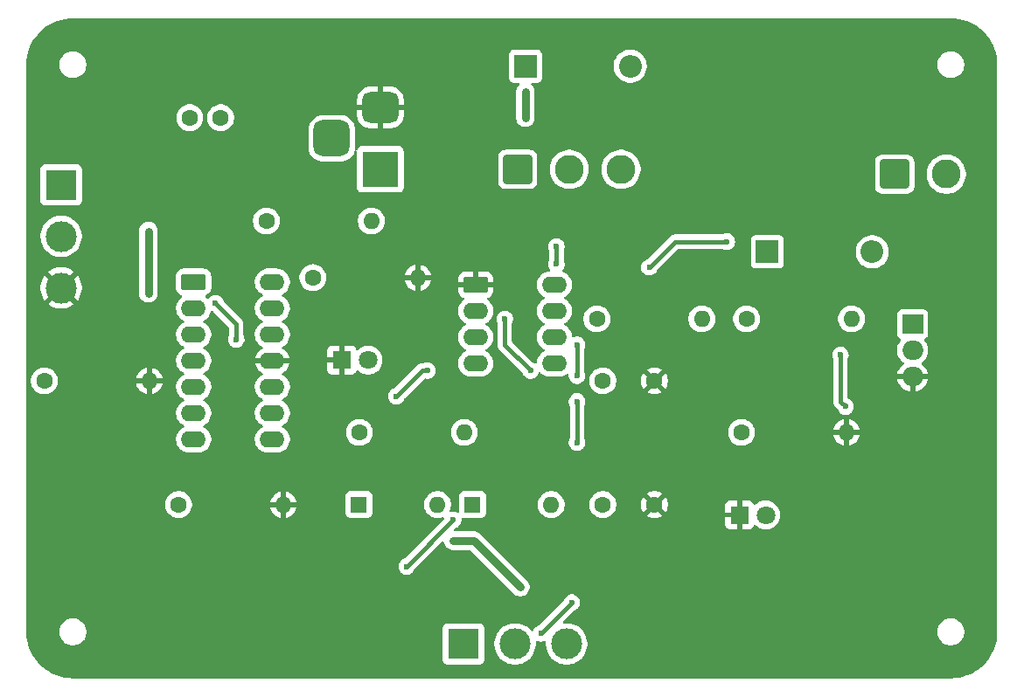
<source format=gbr>
%TF.GenerationSoftware,KiCad,Pcbnew,9.0.2*%
%TF.CreationDate,2025-06-20T15:29:42-04:00*%
%TF.ProjectId,proyecto02,70726f79-6563-4746-9f30-322e6b696361,rev?*%
%TF.SameCoordinates,Original*%
%TF.FileFunction,Copper,L1,Top*%
%TF.FilePolarity,Positive*%
%FSLAX46Y46*%
G04 Gerber Fmt 4.6, Leading zero omitted, Abs format (unit mm)*
G04 Created by KiCad (PCBNEW 9.0.2) date 2025-06-20 15:29:42*
%MOMM*%
%LPD*%
G01*
G04 APERTURE LIST*
G04 Aperture macros list*
%AMRoundRect*
0 Rectangle with rounded corners*
0 $1 Rounding radius*
0 $2 $3 $4 $5 $6 $7 $8 $9 X,Y pos of 4 corners*
0 Add a 4 corners polygon primitive as box body*
4,1,4,$2,$3,$4,$5,$6,$7,$8,$9,$2,$3,0*
0 Add four circle primitives for the rounded corners*
1,1,$1+$1,$2,$3*
1,1,$1+$1,$4,$5*
1,1,$1+$1,$6,$7*
1,1,$1+$1,$8,$9*
0 Add four rect primitives between the rounded corners*
20,1,$1+$1,$2,$3,$4,$5,0*
20,1,$1+$1,$4,$5,$6,$7,0*
20,1,$1+$1,$6,$7,$8,$9,0*
20,1,$1+$1,$8,$9,$2,$3,0*%
G04 Aperture macros list end*
%TA.AperFunction,ComponentPad*%
%ADD10R,1.600000X1.600000*%
%TD*%
%TA.AperFunction,ComponentPad*%
%ADD11O,1.600000X1.600000*%
%TD*%
%TA.AperFunction,ComponentPad*%
%ADD12C,1.600000*%
%TD*%
%TA.AperFunction,ComponentPad*%
%ADD13R,1.800000X1.800000*%
%TD*%
%TA.AperFunction,ComponentPad*%
%ADD14C,1.800000*%
%TD*%
%TA.AperFunction,ComponentPad*%
%ADD15R,3.000000X3.000000*%
%TD*%
%TA.AperFunction,ComponentPad*%
%ADD16C,3.000000*%
%TD*%
%TA.AperFunction,ComponentPad*%
%ADD17R,2.200000X2.200000*%
%TD*%
%TA.AperFunction,ComponentPad*%
%ADD18O,2.200000X2.200000*%
%TD*%
%TA.AperFunction,ComponentPad*%
%ADD19RoundRect,0.250001X-1.149999X-1.149999X1.149999X-1.149999X1.149999X1.149999X-1.149999X1.149999X0*%
%TD*%
%TA.AperFunction,ComponentPad*%
%ADD20C,2.800000*%
%TD*%
%TA.AperFunction,ComponentPad*%
%ADD21R,2.000000X1.905000*%
%TD*%
%TA.AperFunction,ComponentPad*%
%ADD22O,2.000000X1.905000*%
%TD*%
%TA.AperFunction,ComponentPad*%
%ADD23RoundRect,0.250000X-0.950000X-0.550000X0.950000X-0.550000X0.950000X0.550000X-0.950000X0.550000X0*%
%TD*%
%TA.AperFunction,ComponentPad*%
%ADD24O,2.400000X1.600000*%
%TD*%
%TA.AperFunction,ComponentPad*%
%ADD25R,3.500000X3.500000*%
%TD*%
%TA.AperFunction,ComponentPad*%
%ADD26RoundRect,0.750000X-1.000000X0.750000X-1.000000X-0.750000X1.000000X-0.750000X1.000000X0.750000X0*%
%TD*%
%TA.AperFunction,ComponentPad*%
%ADD27RoundRect,0.875000X-0.875000X0.875000X-0.875000X-0.875000X0.875000X-0.875000X0.875000X0.875000X0*%
%TD*%
%TA.AperFunction,ViaPad*%
%ADD28C,0.600000*%
%TD*%
%TA.AperFunction,Conductor*%
%ADD29C,0.400000*%
%TD*%
%TA.AperFunction,Conductor*%
%ADD30C,0.800000*%
%TD*%
G04 APERTURE END LIST*
D10*
%TO.P,D3,1,K*%
%TO.N,Net-(D3-K)*%
X71880000Y-104500000D03*
D11*
%TO.P,D3,2,A*%
%TO.N,Net-(D2-K)*%
X79500000Y-104500000D03*
%TD*%
D12*
%TO.P,C2,1*%
%TO.N,Net-(U1-THR)*%
X84500000Y-104500000D03*
%TO.P,C2,2*%
%TO.N,GND*%
X89500000Y-104500000D03*
%TD*%
D13*
%TO.P,D5,1,K*%
%TO.N,GND*%
X59225000Y-90500000D03*
D14*
%TO.P,D5,2,A*%
%TO.N,Net-(D5-A)*%
X61765000Y-90500000D03*
%TD*%
D15*
%TO.P,RV2,1,1*%
%TO.N,VCC*%
X32050000Y-73500000D03*
D16*
%TO.P,RV2,2,2*%
%TO.N,Net-(U2A--)*%
X32050000Y-78500000D03*
%TO.P,RV2,3,3*%
%TO.N,GND*%
X32050000Y-83500000D03*
%TD*%
D17*
%TO.P,D4,1,K*%
%TO.N,VCC*%
X100420000Y-80000000D03*
D18*
%TO.P,D4,2,A*%
%TO.N,Net-(D4-A)*%
X110580000Y-80000000D03*
%TD*%
D19*
%TO.P,M1,1,+*%
%TO.N,VCC*%
X112750000Y-72467500D03*
D20*
%TO.P,M1,2,-*%
%TO.N,Net-(D4-A)*%
X117750000Y-72467500D03*
%TD*%
D12*
%TO.P,R3,1*%
%TO.N,VCC*%
X83920000Y-86500000D03*
D11*
%TO.P,R3,2*%
%TO.N,Net-(D2-K)*%
X94080000Y-86500000D03*
%TD*%
D17*
%TO.P,D6,1,K*%
%TO.N,Net-(D6-K)*%
X77000000Y-62000000D03*
D18*
%TO.P,D6,2,A*%
%TO.N,Net-(D6-A)*%
X87160000Y-62000000D03*
%TD*%
D12*
%TO.P,R2,1*%
%TO.N,Net-(Q1-G)*%
X97920000Y-97500000D03*
D11*
%TO.P,R2,2*%
%TO.N,GND*%
X108080000Y-97500000D03*
%TD*%
D13*
%TO.P,D1,1,K*%
%TO.N,GND*%
X97725000Y-105500000D03*
D14*
%TO.P,D1,2,A*%
%TO.N,Net-(D1-A)*%
X100265000Y-105500000D03*
%TD*%
D21*
%TO.P,Q1,1,G*%
%TO.N,Net-(Q1-G)*%
X114500000Y-87000000D03*
D22*
%TO.P,Q1,2,D*%
%TO.N,Net-(D4-A)*%
X114500000Y-89540000D03*
%TO.P,Q1,3,S*%
%TO.N,GND*%
X114500000Y-92080000D03*
%TD*%
D12*
%TO.P,C1,1*%
%TO.N,Net-(U1-CV)*%
X84500000Y-92500000D03*
%TO.P,C1,2*%
%TO.N,GND*%
X89500000Y-92500000D03*
%TD*%
D23*
%TO.P,U1,1,GND*%
%TO.N,GND*%
X72190000Y-83190000D03*
D24*
%TO.P,U1,2,TR*%
%TO.N,Net-(U1-THR)*%
X72190000Y-85730000D03*
%TO.P,U1,3,Q*%
%TO.N,Net-(Q1-G)*%
X72190000Y-88270000D03*
%TO.P,U1,4,R*%
%TO.N,Net-(U1-R)*%
X72190000Y-90810000D03*
%TO.P,U1,5,CV*%
%TO.N,Net-(U1-CV)*%
X79810000Y-90810000D03*
%TO.P,U1,6,THR*%
%TO.N,Net-(U1-THR)*%
X79810000Y-88270000D03*
%TO.P,U1,7,DIS*%
%TO.N,Net-(D2-K)*%
X79810000Y-85730000D03*
%TO.P,U1,8,VCC*%
%TO.N,VCC*%
X79810000Y-83190000D03*
%TD*%
D15*
%TO.P,RV1,1,1*%
%TO.N,Net-(D3-K)*%
X71000000Y-118000000D03*
D16*
%TO.P,RV1,2,2*%
%TO.N,Net-(U1-THR)*%
X76000000Y-118000000D03*
%TO.P,RV1,3,3*%
%TO.N,Net-(D2-A)*%
X81000000Y-118000000D03*
%TD*%
D12*
%TO.P,R5,1*%
%TO.N,Net-(R5-Pad1)*%
X51920000Y-77000000D03*
D11*
%TO.P,R5,2*%
%TO.N,Net-(U2A-+)*%
X62080000Y-77000000D03*
%TD*%
D12*
%TO.P,R6,1*%
%TO.N,VCC*%
X44500000Y-67000000D03*
%TO.P,R6,2*%
%TO.N,Net-(R5-Pad1)*%
X47500000Y-67000000D03*
%TD*%
%TO.P,R8,1*%
%TO.N,Net-(U2D-+)*%
X56420000Y-82500000D03*
D11*
%TO.P,R8,2*%
%TO.N,GND*%
X66580000Y-82500000D03*
%TD*%
D10*
%TO.P,D2,1,K*%
%TO.N,Net-(D2-K)*%
X60880000Y-104500000D03*
D11*
%TO.P,D2,2,A*%
%TO.N,Net-(D2-A)*%
X68500000Y-104500000D03*
%TD*%
D25*
%TO.P,J2,1*%
%TO.N,Net-(D6-A)*%
X62957500Y-72000000D03*
D26*
%TO.P,J2,2*%
%TO.N,GND*%
X62957500Y-66000000D03*
D27*
%TO.P,J2,3*%
%TO.N,unconnected-(J2-Pad3)*%
X58257500Y-69000000D03*
%TD*%
D12*
%TO.P,R1,1*%
%TO.N,Net-(Q1-G)*%
X98420000Y-86500000D03*
D11*
%TO.P,R1,2*%
%TO.N,Net-(D1-A)*%
X108580000Y-86500000D03*
%TD*%
D12*
%TO.P,R9,1*%
%TO.N,Net-(U2B-+)*%
X30420000Y-92500000D03*
D11*
%TO.P,R9,2*%
%TO.N,GND*%
X40580000Y-92500000D03*
%TD*%
D12*
%TO.P,R4,1*%
%TO.N,Net-(U1-R)*%
X60920000Y-97500000D03*
D11*
%TO.P,R4,2*%
%TO.N,Net-(D5-A)*%
X71080000Y-97500000D03*
%TD*%
D12*
%TO.P,R7,1*%
%TO.N,Net-(U2C-+)*%
X43420000Y-104500000D03*
D11*
%TO.P,R7,2*%
%TO.N,GND*%
X53580000Y-104500000D03*
%TD*%
D23*
%TO.P,U2,1*%
%TO.N,Net-(U1-R)*%
X44880000Y-82920000D03*
D24*
%TO.P,U2,2,-*%
%TO.N,Net-(U2A--)*%
X44880000Y-85460000D03*
%TO.P,U2,3,+*%
%TO.N,Net-(U2A-+)*%
X44880000Y-88000000D03*
%TO.P,U2,4,V+*%
%TO.N,VCC*%
X44880000Y-90540000D03*
%TO.P,U2,5,+*%
%TO.N,Net-(U2B-+)*%
X44880000Y-93080000D03*
%TO.P,U2,6,-*%
%TO.N,Net-(U2B--)*%
X44880000Y-95620000D03*
%TO.P,U2,7*%
X44880000Y-98160000D03*
%TO.P,U2,8*%
%TO.N,Net-(U2C--)*%
X52500000Y-98160000D03*
%TO.P,U2,9,-*%
X52500000Y-95620000D03*
%TO.P,U2,10,+*%
%TO.N,Net-(U2C-+)*%
X52500000Y-93080000D03*
%TO.P,U2,11,V-*%
%TO.N,GND*%
X52500000Y-90540000D03*
%TO.P,U2,12,+*%
%TO.N,Net-(U2D-+)*%
X52500000Y-88000000D03*
%TO.P,U2,13,-*%
%TO.N,Net-(U2D--)*%
X52500000Y-85460000D03*
%TO.P,U2,14*%
X52500000Y-82920000D03*
%TD*%
D19*
%TO.P,SW1,1,A*%
%TO.N,VCC*%
X76250000Y-72000000D03*
D20*
%TO.P,SW1,2,B*%
%TO.N,Net-(D6-K)*%
X81250000Y-72000000D03*
%TO.P,SW1,3,C*%
%TO.N,unconnected-(SW1-C-Pad3)*%
X86250000Y-72000000D03*
%TD*%
D28*
%TO.N,Net-(U1-THR)*%
X78500000Y-117000000D03*
X81500000Y-114000000D03*
X75000000Y-86500000D03*
X82000000Y-92000000D03*
X77500000Y-91500000D03*
X82000000Y-89000000D03*
X82000000Y-98500000D03*
X82000000Y-94500000D03*
%TO.N,Net-(D1-A)*%
X107500000Y-90000000D03*
X108000000Y-95000000D03*
%TO.N,Net-(D2-A)*%
X70000000Y-108000000D03*
X76500000Y-112500000D03*
%TO.N,Net-(D3-K)*%
X70000000Y-106000000D03*
X65500000Y-110500000D03*
%TO.N,VCC*%
X96500000Y-79000000D03*
X80000000Y-81200000D03*
X40500000Y-84000000D03*
X40500000Y-78000000D03*
X89000000Y-81500000D03*
X80000000Y-79500000D03*
%TO.N,Net-(D6-K)*%
X77000000Y-67000000D03*
X77000000Y-64500000D03*
%TO.N,Net-(U1-R)*%
X47000000Y-85000000D03*
X49000000Y-88500000D03*
X67500000Y-91500000D03*
X64500000Y-94000000D03*
%TD*%
D29*
%TO.N,Net-(U1-THR)*%
X82000000Y-92000000D02*
X82000000Y-89000000D01*
X81500000Y-114000000D02*
X78500000Y-117000000D01*
X75000000Y-89000000D02*
X75000000Y-86500000D01*
X82000000Y-98500000D02*
X82000000Y-94500000D01*
X77500000Y-91500000D02*
X75000000Y-89000000D01*
%TO.N,Net-(D1-A)*%
X107500000Y-90000000D02*
X107500000Y-94500000D01*
X107500000Y-94500000D02*
X108000000Y-95000000D01*
D30*
%TO.N,Net-(D2-A)*%
X72000000Y-108000000D02*
X76500000Y-112500000D01*
X70000000Y-108000000D02*
X72000000Y-108000000D01*
D29*
%TO.N,Net-(D3-K)*%
X65500000Y-110500000D02*
X70000000Y-106000000D01*
%TO.N,VCC*%
X91500000Y-79000000D02*
X96500000Y-79000000D01*
X89000000Y-81500000D02*
X91500000Y-79000000D01*
X80000000Y-79500000D02*
X80000000Y-81200000D01*
D30*
X40500000Y-84000000D02*
X40500000Y-78000000D01*
%TO.N,Net-(D6-K)*%
X77000000Y-64500000D02*
X77000000Y-67000000D01*
D29*
%TO.N,Net-(U1-R)*%
X64500000Y-94000000D02*
X67000000Y-91500000D01*
X49000000Y-88500000D02*
X49000000Y-87000000D01*
X67000000Y-91500000D02*
X67500000Y-91500000D01*
X49000000Y-87000000D02*
X47000000Y-85000000D01*
%TD*%
%TA.AperFunction,Conductor*%
%TO.N,GND*%
G36*
X118192702Y-57343117D02*
G01*
X118576771Y-57359886D01*
X118587506Y-57360826D01*
X118965971Y-57410652D01*
X118976597Y-57412525D01*
X119349284Y-57495148D01*
X119359710Y-57497942D01*
X119723765Y-57612727D01*
X119733911Y-57616420D01*
X120086578Y-57762500D01*
X120096369Y-57767066D01*
X120434942Y-57943316D01*
X120444310Y-57948724D01*
X120766244Y-58153818D01*
X120775105Y-58160023D01*
X121077930Y-58392389D01*
X121086217Y-58399343D01*
X121367635Y-58657215D01*
X121375284Y-58664864D01*
X121633156Y-58946282D01*
X121640110Y-58954569D01*
X121872476Y-59257394D01*
X121878681Y-59266255D01*
X122083775Y-59588189D01*
X122089183Y-59597557D01*
X122265430Y-59936123D01*
X122270002Y-59945927D01*
X122416075Y-60298578D01*
X122419775Y-60308744D01*
X122534554Y-60672778D01*
X122537354Y-60683227D01*
X122619971Y-61055889D01*
X122621849Y-61066542D01*
X122671671Y-61444973D01*
X122672614Y-61455749D01*
X122689382Y-61839797D01*
X122689500Y-61845206D01*
X122689500Y-116839793D01*
X122689382Y-116845202D01*
X122672614Y-117229250D01*
X122671671Y-117240026D01*
X122621849Y-117618457D01*
X122619971Y-117629110D01*
X122537354Y-118001772D01*
X122534554Y-118012221D01*
X122419775Y-118376255D01*
X122416075Y-118386421D01*
X122270002Y-118739072D01*
X122265430Y-118748876D01*
X122089183Y-119087442D01*
X122083775Y-119096810D01*
X121878681Y-119418744D01*
X121872476Y-119427605D01*
X121640110Y-119730430D01*
X121633156Y-119738717D01*
X121375284Y-120020135D01*
X121367635Y-120027784D01*
X121086217Y-120285656D01*
X121077930Y-120292610D01*
X120775105Y-120524976D01*
X120766244Y-120531181D01*
X120444310Y-120736275D01*
X120434942Y-120741683D01*
X120096376Y-120917930D01*
X120086572Y-120922502D01*
X119733921Y-121068575D01*
X119723755Y-121072275D01*
X119359721Y-121187054D01*
X119349272Y-121189854D01*
X118976610Y-121272471D01*
X118965957Y-121274349D01*
X118587526Y-121324171D01*
X118576750Y-121325114D01*
X118192703Y-121341882D01*
X118187294Y-121342000D01*
X33192706Y-121342000D01*
X33187297Y-121341882D01*
X32803249Y-121325114D01*
X32792473Y-121324171D01*
X32414042Y-121274349D01*
X32403389Y-121272471D01*
X32030727Y-121189854D01*
X32020278Y-121187054D01*
X31656244Y-121072275D01*
X31646078Y-121068575D01*
X31293427Y-120922502D01*
X31283623Y-120917930D01*
X30945057Y-120741683D01*
X30935689Y-120736275D01*
X30613755Y-120531181D01*
X30604894Y-120524976D01*
X30302069Y-120292610D01*
X30293782Y-120285656D01*
X30012364Y-120027784D01*
X30004715Y-120020135D01*
X29746843Y-119738717D01*
X29739889Y-119730430D01*
X29507523Y-119427605D01*
X29501318Y-119418744D01*
X29296224Y-119096810D01*
X29290816Y-119087442D01*
X29186316Y-118886700D01*
X29114566Y-118748869D01*
X29109997Y-118739072D01*
X28963920Y-118386411D01*
X28960224Y-118376255D01*
X28845442Y-118012210D01*
X28842648Y-118001784D01*
X28760025Y-117629097D01*
X28758152Y-117618471D01*
X28708326Y-117240006D01*
X28707386Y-117229271D01*
X28690618Y-116845202D01*
X28690500Y-116839793D01*
X28690500Y-116740148D01*
X31889500Y-116740148D01*
X31889500Y-116944851D01*
X31921522Y-117147034D01*
X31984781Y-117341723D01*
X32048691Y-117467153D01*
X32077378Y-117523453D01*
X32077715Y-117524113D01*
X32198028Y-117689713D01*
X32342786Y-117834471D01*
X32497749Y-117947056D01*
X32508390Y-117954787D01*
X32610974Y-118007056D01*
X32690776Y-118047718D01*
X32690778Y-118047718D01*
X32690781Y-118047720D01*
X32795137Y-118081627D01*
X32885465Y-118110977D01*
X32986557Y-118126988D01*
X33087648Y-118143000D01*
X33087649Y-118143000D01*
X33292351Y-118143000D01*
X33292352Y-118143000D01*
X33494534Y-118110977D01*
X33689219Y-118047720D01*
X33871610Y-117954787D01*
X33989863Y-117868872D01*
X34037213Y-117834471D01*
X34037215Y-117834468D01*
X34037219Y-117834466D01*
X34181966Y-117689719D01*
X34181968Y-117689715D01*
X34181971Y-117689713D01*
X34240696Y-117608884D01*
X34302287Y-117524110D01*
X34395220Y-117341719D01*
X34458477Y-117147034D01*
X34490500Y-116944852D01*
X34490500Y-116740148D01*
X34458477Y-116537966D01*
X34458476Y-116537962D01*
X34458476Y-116537961D01*
X34441958Y-116487124D01*
X34430589Y-116452135D01*
X68999500Y-116452135D01*
X68999500Y-119547870D01*
X68999501Y-119547876D01*
X69005908Y-119607483D01*
X69056202Y-119742328D01*
X69056206Y-119742335D01*
X69142452Y-119857544D01*
X69142455Y-119857547D01*
X69257664Y-119943793D01*
X69257671Y-119943797D01*
X69392517Y-119994091D01*
X69392516Y-119994091D01*
X69399444Y-119994835D01*
X69452127Y-120000500D01*
X72547872Y-120000499D01*
X72607483Y-119994091D01*
X72742331Y-119943796D01*
X72857546Y-119857546D01*
X72943796Y-119742331D01*
X72994091Y-119607483D01*
X73000500Y-119547873D01*
X73000499Y-117868872D01*
X73999500Y-117868872D01*
X73999500Y-118131127D01*
X74026123Y-118333339D01*
X74033730Y-118391116D01*
X74101602Y-118644418D01*
X74101605Y-118644428D01*
X74201953Y-118886690D01*
X74201958Y-118886700D01*
X74333075Y-119113803D01*
X74492718Y-119321851D01*
X74492726Y-119321860D01*
X74678140Y-119507274D01*
X74678148Y-119507281D01*
X74886196Y-119666924D01*
X75113299Y-119798041D01*
X75113309Y-119798046D01*
X75355571Y-119898394D01*
X75355581Y-119898398D01*
X75608884Y-119966270D01*
X75857188Y-119998960D01*
X75868864Y-120000498D01*
X75868880Y-120000500D01*
X75868887Y-120000500D01*
X76131113Y-120000500D01*
X76131120Y-120000500D01*
X76391116Y-119966270D01*
X76644419Y-119898398D01*
X76886697Y-119798043D01*
X77113803Y-119666924D01*
X77321851Y-119507282D01*
X77321855Y-119507277D01*
X77321860Y-119507274D01*
X77507274Y-119321860D01*
X77507277Y-119321855D01*
X77507282Y-119321851D01*
X77666924Y-119113803D01*
X77798043Y-118886697D01*
X77898398Y-118644419D01*
X77966270Y-118391116D01*
X78000500Y-118131120D01*
X78000500Y-117868880D01*
X77999386Y-117860419D01*
X78010151Y-117791385D01*
X78056530Y-117739128D01*
X78123799Y-117720242D01*
X78169775Y-117729671D01*
X78266503Y-117769737D01*
X78421153Y-117800499D01*
X78421156Y-117800500D01*
X78421158Y-117800500D01*
X78578844Y-117800500D01*
X78578845Y-117800499D01*
X78733497Y-117769737D01*
X78830223Y-117729671D01*
X78899690Y-117722203D01*
X78962170Y-117753478D01*
X78997822Y-117813567D01*
X79000614Y-117860410D01*
X78999501Y-117868865D01*
X78999500Y-117868886D01*
X78999500Y-118131127D01*
X79026123Y-118333339D01*
X79033730Y-118391116D01*
X79101602Y-118644418D01*
X79101605Y-118644428D01*
X79201953Y-118886690D01*
X79201958Y-118886700D01*
X79333075Y-119113803D01*
X79492718Y-119321851D01*
X79492726Y-119321860D01*
X79678140Y-119507274D01*
X79678148Y-119507281D01*
X79886196Y-119666924D01*
X80113299Y-119798041D01*
X80113309Y-119798046D01*
X80355571Y-119898394D01*
X80355581Y-119898398D01*
X80608884Y-119966270D01*
X80857188Y-119998960D01*
X80868864Y-120000498D01*
X80868880Y-120000500D01*
X80868887Y-120000500D01*
X81131113Y-120000500D01*
X81131120Y-120000500D01*
X81391116Y-119966270D01*
X81644419Y-119898398D01*
X81886697Y-119798043D01*
X82113803Y-119666924D01*
X82321851Y-119507282D01*
X82321855Y-119507277D01*
X82321860Y-119507274D01*
X82507274Y-119321860D01*
X82507277Y-119321855D01*
X82507282Y-119321851D01*
X82666924Y-119113803D01*
X82798043Y-118886697D01*
X82898398Y-118644419D01*
X82966270Y-118391116D01*
X83000500Y-118131120D01*
X83000500Y-117868880D01*
X82966270Y-117608884D01*
X82898398Y-117355581D01*
X82892656Y-117341719D01*
X82798046Y-117113309D01*
X82798041Y-117113299D01*
X82666924Y-116886196D01*
X82609041Y-116810763D01*
X82569020Y-116758607D01*
X82554856Y-116740148D01*
X116889500Y-116740148D01*
X116889500Y-116944851D01*
X116921522Y-117147034D01*
X116984781Y-117341723D01*
X117048691Y-117467153D01*
X117077378Y-117523453D01*
X117077715Y-117524113D01*
X117198028Y-117689713D01*
X117342786Y-117834471D01*
X117497749Y-117947056D01*
X117508390Y-117954787D01*
X117610974Y-118007056D01*
X117690776Y-118047718D01*
X117690778Y-118047718D01*
X117690781Y-118047720D01*
X117795137Y-118081627D01*
X117885465Y-118110977D01*
X117986557Y-118126988D01*
X118087648Y-118143000D01*
X118087649Y-118143000D01*
X118292351Y-118143000D01*
X118292352Y-118143000D01*
X118494534Y-118110977D01*
X118689219Y-118047720D01*
X118871610Y-117954787D01*
X118989863Y-117868872D01*
X119037213Y-117834471D01*
X119037215Y-117834468D01*
X119037219Y-117834466D01*
X119181966Y-117689719D01*
X119181968Y-117689715D01*
X119181971Y-117689713D01*
X119240696Y-117608884D01*
X119302287Y-117524110D01*
X119395220Y-117341719D01*
X119458477Y-117147034D01*
X119490500Y-116944852D01*
X119490500Y-116740148D01*
X119480679Y-116678140D01*
X119458477Y-116537965D01*
X119395218Y-116343276D01*
X119351596Y-116257664D01*
X119302287Y-116160890D01*
X119288891Y-116142452D01*
X119181971Y-115995286D01*
X119037213Y-115850528D01*
X118871613Y-115730215D01*
X118871612Y-115730214D01*
X118871610Y-115730213D01*
X118814653Y-115701191D01*
X118689223Y-115637281D01*
X118494534Y-115574022D01*
X118319995Y-115546378D01*
X118292352Y-115542000D01*
X118087648Y-115542000D01*
X118063329Y-115545851D01*
X117885465Y-115574022D01*
X117690776Y-115637281D01*
X117508386Y-115730215D01*
X117342786Y-115850528D01*
X117198028Y-115995286D01*
X117077715Y-116160886D01*
X116984781Y-116343276D01*
X116921522Y-116537965D01*
X116889500Y-116740148D01*
X82554856Y-116740148D01*
X82507282Y-116678149D01*
X82507281Y-116678148D01*
X82507274Y-116678140D01*
X82321860Y-116492726D01*
X82321851Y-116492718D01*
X82113803Y-116333075D01*
X81886700Y-116201958D01*
X81886690Y-116201953D01*
X81644428Y-116101605D01*
X81644421Y-116101603D01*
X81644419Y-116101602D01*
X81391116Y-116033730D01*
X81333339Y-116026123D01*
X81131127Y-115999500D01*
X81131120Y-115999500D01*
X80868880Y-115999500D01*
X80868875Y-115999500D01*
X80868867Y-115999501D01*
X80796053Y-116009087D01*
X80727018Y-115998321D01*
X80674763Y-115951941D01*
X80655878Y-115884672D01*
X80676359Y-115817871D01*
X80692183Y-115798472D01*
X81694586Y-114796069D01*
X81734810Y-114769192D01*
X81789435Y-114746566D01*
X81879173Y-114709397D01*
X81879176Y-114709395D01*
X81879179Y-114709394D01*
X82010289Y-114621789D01*
X82121789Y-114510289D01*
X82209394Y-114379179D01*
X82269737Y-114233497D01*
X82300500Y-114078842D01*
X82300500Y-113921158D01*
X82300500Y-113921155D01*
X82300499Y-113921153D01*
X82269737Y-113766503D01*
X82269191Y-113765184D01*
X82209397Y-113620827D01*
X82209390Y-113620814D01*
X82121789Y-113489711D01*
X82121786Y-113489707D01*
X82010292Y-113378213D01*
X82010288Y-113378210D01*
X81879185Y-113290609D01*
X81879172Y-113290602D01*
X81733501Y-113230264D01*
X81733489Y-113230261D01*
X81578845Y-113199500D01*
X81578842Y-113199500D01*
X81421158Y-113199500D01*
X81421155Y-113199500D01*
X81266510Y-113230261D01*
X81266498Y-113230264D01*
X81120827Y-113290602D01*
X81120814Y-113290609D01*
X80989711Y-113378210D01*
X80989707Y-113378213D01*
X80878213Y-113489707D01*
X80878210Y-113489711D01*
X80790609Y-113620814D01*
X80790604Y-113620823D01*
X80730809Y-113765184D01*
X80703929Y-113805412D01*
X78305412Y-116203929D01*
X78265184Y-116230809D01*
X78120823Y-116290604D01*
X78120814Y-116290609D01*
X77989711Y-116378210D01*
X77989707Y-116378213D01*
X77878213Y-116489707D01*
X77878210Y-116489711D01*
X77790609Y-116620814D01*
X77790604Y-116620823D01*
X77758050Y-116699418D01*
X77714209Y-116753821D01*
X77647915Y-116775886D01*
X77580216Y-116758607D01*
X77545114Y-116727452D01*
X77507281Y-116678148D01*
X77507274Y-116678140D01*
X77321860Y-116492726D01*
X77321851Y-116492718D01*
X77113803Y-116333075D01*
X76886700Y-116201958D01*
X76886690Y-116201953D01*
X76644428Y-116101605D01*
X76644421Y-116101603D01*
X76644419Y-116101602D01*
X76391116Y-116033730D01*
X76333339Y-116026123D01*
X76131127Y-115999500D01*
X76131120Y-115999500D01*
X75868880Y-115999500D01*
X75868872Y-115999500D01*
X75637772Y-116029926D01*
X75608884Y-116033730D01*
X75401310Y-116089349D01*
X75355581Y-116101602D01*
X75355571Y-116101605D01*
X75113309Y-116201953D01*
X75113299Y-116201958D01*
X74886196Y-116333075D01*
X74678148Y-116492718D01*
X74492718Y-116678148D01*
X74333075Y-116886196D01*
X74201958Y-117113299D01*
X74201953Y-117113309D01*
X74101605Y-117355571D01*
X74101602Y-117355581D01*
X74033730Y-117608885D01*
X73999500Y-117868872D01*
X73000499Y-117868872D01*
X73000499Y-116452128D01*
X72994091Y-116392517D01*
X72988755Y-116378211D01*
X72943797Y-116257671D01*
X72943793Y-116257664D01*
X72857547Y-116142455D01*
X72857544Y-116142452D01*
X72742335Y-116056206D01*
X72742328Y-116056202D01*
X72607482Y-116005908D01*
X72607483Y-116005908D01*
X72547883Y-115999501D01*
X72547881Y-115999500D01*
X72547873Y-115999500D01*
X72547864Y-115999500D01*
X69452129Y-115999500D01*
X69452123Y-115999501D01*
X69392516Y-116005908D01*
X69257671Y-116056202D01*
X69257664Y-116056206D01*
X69142455Y-116142452D01*
X69142452Y-116142455D01*
X69056206Y-116257664D01*
X69056202Y-116257671D01*
X69005908Y-116392517D01*
X68999501Y-116452116D01*
X68999501Y-116452123D01*
X68999500Y-116452135D01*
X34430589Y-116452135D01*
X34395218Y-116343276D01*
X34351596Y-116257664D01*
X34302287Y-116160890D01*
X34288891Y-116142452D01*
X34181971Y-115995286D01*
X34037213Y-115850528D01*
X33871613Y-115730215D01*
X33871612Y-115730214D01*
X33871610Y-115730213D01*
X33814653Y-115701191D01*
X33689223Y-115637281D01*
X33494534Y-115574022D01*
X33319995Y-115546378D01*
X33292352Y-115542000D01*
X33087648Y-115542000D01*
X33063329Y-115545851D01*
X32885465Y-115574022D01*
X32690776Y-115637281D01*
X32508386Y-115730215D01*
X32342786Y-115850528D01*
X32198028Y-115995286D01*
X32077715Y-116160886D01*
X31984781Y-116343276D01*
X31921522Y-116537965D01*
X31889500Y-116740148D01*
X28690500Y-116740148D01*
X28690500Y-110421153D01*
X64699500Y-110421153D01*
X64699500Y-110578846D01*
X64730261Y-110733489D01*
X64730264Y-110733501D01*
X64790602Y-110879172D01*
X64790609Y-110879185D01*
X64878210Y-111010288D01*
X64878213Y-111010292D01*
X64989707Y-111121786D01*
X64989711Y-111121789D01*
X65120814Y-111209390D01*
X65120827Y-111209397D01*
X65266498Y-111269735D01*
X65266503Y-111269737D01*
X65421153Y-111300499D01*
X65421156Y-111300500D01*
X65421158Y-111300500D01*
X65578844Y-111300500D01*
X65578845Y-111300499D01*
X65733497Y-111269737D01*
X65879179Y-111209394D01*
X66010289Y-111121789D01*
X66121789Y-111010289D01*
X66209394Y-110879179D01*
X66209395Y-110879176D01*
X66209397Y-110879173D01*
X66269192Y-110734812D01*
X66296069Y-110694586D01*
X68902688Y-108087967D01*
X68964009Y-108054484D01*
X69033701Y-108059468D01*
X69089634Y-108101340D01*
X69111984Y-108151458D01*
X69134104Y-108262659D01*
X69134106Y-108262667D01*
X69201983Y-108426540D01*
X69201990Y-108426553D01*
X69300535Y-108574034D01*
X69300538Y-108574038D01*
X69425961Y-108699461D01*
X69425965Y-108699464D01*
X69573446Y-108798009D01*
X69573459Y-108798016D01*
X69696363Y-108848923D01*
X69737334Y-108865894D01*
X69737336Y-108865894D01*
X69737341Y-108865896D01*
X69911304Y-108900499D01*
X69911307Y-108900500D01*
X69911309Y-108900500D01*
X71575638Y-108900500D01*
X71642677Y-108920185D01*
X71663319Y-108936819D01*
X75925958Y-113199459D01*
X75925965Y-113199465D01*
X76073451Y-113298011D01*
X76073452Y-113298011D01*
X76073453Y-113298012D01*
X76237334Y-113365895D01*
X76411303Y-113400499D01*
X76411307Y-113400500D01*
X76411308Y-113400500D01*
X76588693Y-113400500D01*
X76588694Y-113400499D01*
X76762666Y-113365895D01*
X76926547Y-113298012D01*
X77074036Y-113199464D01*
X77199464Y-113074036D01*
X77298012Y-112926547D01*
X77365895Y-112762666D01*
X77400500Y-112588692D01*
X77400500Y-112411308D01*
X77365895Y-112237334D01*
X77298012Y-112073453D01*
X77199464Y-111925964D01*
X77199459Y-111925958D01*
X72574035Y-107300535D01*
X72574030Y-107300531D01*
X72519622Y-107264178D01*
X72519616Y-107264175D01*
X72514959Y-107261063D01*
X72426547Y-107201987D01*
X72344606Y-107168046D01*
X72262666Y-107134105D01*
X72262658Y-107134103D01*
X72088696Y-107099500D01*
X72088692Y-107099500D01*
X72088691Y-107099500D01*
X70190518Y-107099500D01*
X70169272Y-107093261D01*
X70147185Y-107091682D01*
X70136401Y-107083609D01*
X70123479Y-107079815D01*
X70108980Y-107063083D01*
X70091251Y-107049811D01*
X70086543Y-107037188D01*
X70077724Y-107027011D01*
X70074572Y-107005095D01*
X70066834Y-106984347D01*
X70069696Y-106971185D01*
X70067780Y-106957853D01*
X70076978Y-106937711D01*
X70081685Y-106916074D01*
X70094956Y-106898345D01*
X70096805Y-106894297D01*
X70102822Y-106887833D01*
X70194588Y-106796067D01*
X70234810Y-106769192D01*
X70289435Y-106746566D01*
X70379173Y-106709397D01*
X70379176Y-106709395D01*
X70379179Y-106709394D01*
X70510289Y-106621789D01*
X70621789Y-106510289D01*
X70709394Y-106379179D01*
X70769737Y-106233497D01*
X70800500Y-106078842D01*
X70800500Y-105921158D01*
X70800500Y-105921155D01*
X70800429Y-105920435D01*
X70800500Y-105920060D01*
X70800500Y-105915066D01*
X70801447Y-105915066D01*
X70813445Y-105851788D01*
X70861508Y-105801076D01*
X70929358Y-105784399D01*
X70967167Y-105792095D01*
X70972517Y-105794091D01*
X70972516Y-105794091D01*
X70979444Y-105794835D01*
X71032127Y-105800500D01*
X72727872Y-105800499D01*
X72787483Y-105794091D01*
X72922331Y-105743796D01*
X73037546Y-105657546D01*
X73123796Y-105542331D01*
X73174091Y-105407483D01*
X73180500Y-105347873D01*
X73180499Y-104397648D01*
X78199500Y-104397648D01*
X78199500Y-104602351D01*
X78231522Y-104804534D01*
X78294781Y-104999223D01*
X78320654Y-105050000D01*
X78387585Y-105181359D01*
X78387715Y-105181613D01*
X78508028Y-105347213D01*
X78652786Y-105491971D01*
X78773226Y-105579474D01*
X78818390Y-105612287D01*
X78934607Y-105671503D01*
X79000776Y-105705218D01*
X79000778Y-105705218D01*
X79000781Y-105705220D01*
X79034202Y-105716079D01*
X79195465Y-105768477D01*
X79282121Y-105782202D01*
X79397648Y-105800500D01*
X79397649Y-105800500D01*
X79602351Y-105800500D01*
X79602352Y-105800500D01*
X79804534Y-105768477D01*
X79999219Y-105705220D01*
X80181610Y-105612287D01*
X80277901Y-105542328D01*
X80347213Y-105491971D01*
X80347215Y-105491968D01*
X80347219Y-105491966D01*
X80491966Y-105347219D01*
X80491968Y-105347215D01*
X80491971Y-105347213D01*
X80576938Y-105230264D01*
X80612287Y-105181610D01*
X80705220Y-104999219D01*
X80768477Y-104804534D01*
X80800500Y-104602352D01*
X80800500Y-104397648D01*
X83199500Y-104397648D01*
X83199500Y-104602351D01*
X83231522Y-104804534D01*
X83294781Y-104999223D01*
X83320654Y-105050000D01*
X83387585Y-105181359D01*
X83387715Y-105181613D01*
X83508028Y-105347213D01*
X83652786Y-105491971D01*
X83773226Y-105579474D01*
X83818390Y-105612287D01*
X83934607Y-105671503D01*
X84000776Y-105705218D01*
X84000778Y-105705218D01*
X84000781Y-105705220D01*
X84034202Y-105716079D01*
X84195465Y-105768477D01*
X84282121Y-105782202D01*
X84397648Y-105800500D01*
X84397649Y-105800500D01*
X84602351Y-105800500D01*
X84602352Y-105800500D01*
X84804534Y-105768477D01*
X84999219Y-105705220D01*
X85181610Y-105612287D01*
X85277901Y-105542328D01*
X85347213Y-105491971D01*
X85347215Y-105491968D01*
X85347219Y-105491966D01*
X85491966Y-105347219D01*
X85491968Y-105347215D01*
X85491971Y-105347213D01*
X85576938Y-105230264D01*
X85612287Y-105181610D01*
X85705220Y-104999219D01*
X85768477Y-104804534D01*
X85800500Y-104602352D01*
X85800500Y-104397682D01*
X88200000Y-104397682D01*
X88200000Y-104602317D01*
X88232009Y-104804417D01*
X88295244Y-104999031D01*
X88388141Y-105181350D01*
X88388147Y-105181359D01*
X88420523Y-105225921D01*
X88420524Y-105225922D01*
X89100000Y-104546446D01*
X89100000Y-104552661D01*
X89127259Y-104654394D01*
X89179920Y-104745606D01*
X89254394Y-104820080D01*
X89345606Y-104872741D01*
X89447339Y-104900000D01*
X89453553Y-104900000D01*
X88774076Y-105579474D01*
X88818650Y-105611859D01*
X89000968Y-105704755D01*
X89195582Y-105767990D01*
X89397683Y-105800000D01*
X89602317Y-105800000D01*
X89804417Y-105767990D01*
X89999031Y-105704755D01*
X90181349Y-105611859D01*
X90199983Y-105598321D01*
X90225921Y-105579474D01*
X89546447Y-104900000D01*
X89552661Y-104900000D01*
X89654394Y-104872741D01*
X89745606Y-104820080D01*
X89820080Y-104745606D01*
X89872741Y-104654394D01*
X89900000Y-104552661D01*
X89900000Y-104546447D01*
X90579474Y-105225921D01*
X90611859Y-105181349D01*
X90704755Y-104999031D01*
X90767990Y-104804417D01*
X90800000Y-104602317D01*
X90800000Y-104552155D01*
X96325000Y-104552155D01*
X96325000Y-105250000D01*
X97349722Y-105250000D01*
X97305667Y-105326306D01*
X97275000Y-105440756D01*
X97275000Y-105559244D01*
X97305667Y-105673694D01*
X97349722Y-105750000D01*
X96325000Y-105750000D01*
X96325000Y-106447844D01*
X96331401Y-106507372D01*
X96331403Y-106507379D01*
X96381645Y-106642086D01*
X96381649Y-106642093D01*
X96467809Y-106757187D01*
X96467812Y-106757190D01*
X96582906Y-106843350D01*
X96582913Y-106843354D01*
X96717620Y-106893596D01*
X96717627Y-106893598D01*
X96777155Y-106899999D01*
X96777172Y-106900000D01*
X97475000Y-106900000D01*
X97475000Y-105875277D01*
X97551306Y-105919333D01*
X97665756Y-105950000D01*
X97784244Y-105950000D01*
X97898694Y-105919333D01*
X97975000Y-105875277D01*
X97975000Y-106900000D01*
X98672828Y-106900000D01*
X98672844Y-106899999D01*
X98732372Y-106893598D01*
X98732379Y-106893596D01*
X98867086Y-106843354D01*
X98867093Y-106843350D01*
X98982187Y-106757190D01*
X98982190Y-106757187D01*
X99068350Y-106642093D01*
X99068354Y-106642086D01*
X99098213Y-106562031D01*
X99140084Y-106506097D01*
X99205548Y-106481680D01*
X99273821Y-106496531D01*
X99302076Y-106517683D01*
X99352636Y-106568243D01*
X99352641Y-106568247D01*
X99508192Y-106681260D01*
X99530978Y-106697815D01*
X99647501Y-106757187D01*
X99727393Y-106797895D01*
X99727396Y-106797896D01*
X99832221Y-106831955D01*
X99937049Y-106866015D01*
X100154778Y-106900500D01*
X100154779Y-106900500D01*
X100375221Y-106900500D01*
X100375222Y-106900500D01*
X100592951Y-106866015D01*
X100802606Y-106797895D01*
X100999022Y-106697815D01*
X101177365Y-106568242D01*
X101333242Y-106412365D01*
X101462815Y-106234022D01*
X101562895Y-106037606D01*
X101631015Y-105827951D01*
X101665500Y-105610222D01*
X101665500Y-105389778D01*
X101631015Y-105172049D01*
X101596955Y-105067221D01*
X101562896Y-104962396D01*
X101562895Y-104962393D01*
X101507437Y-104853553D01*
X101462815Y-104765978D01*
X101446260Y-104743192D01*
X101333247Y-104587641D01*
X101333243Y-104587636D01*
X101177363Y-104431756D01*
X101177358Y-104431752D01*
X100999025Y-104302187D01*
X100999024Y-104302186D01*
X100999022Y-104302185D01*
X100905228Y-104254394D01*
X100802606Y-104202104D01*
X100802603Y-104202103D01*
X100592952Y-104133985D01*
X100484086Y-104116742D01*
X100375222Y-104099500D01*
X100154778Y-104099500D01*
X100082201Y-104110995D01*
X99937047Y-104133985D01*
X99727396Y-104202103D01*
X99727393Y-104202104D01*
X99530974Y-104302187D01*
X99352641Y-104431752D01*
X99352636Y-104431756D01*
X99302075Y-104482317D01*
X99240752Y-104515801D01*
X99171060Y-104510816D01*
X99115127Y-104468945D01*
X99098213Y-104437968D01*
X99068354Y-104357913D01*
X99068350Y-104357906D01*
X98982190Y-104242812D01*
X98982187Y-104242809D01*
X98867093Y-104156649D01*
X98867086Y-104156645D01*
X98732379Y-104106403D01*
X98732372Y-104106401D01*
X98672844Y-104100000D01*
X97975000Y-104100000D01*
X97975000Y-105124722D01*
X97898694Y-105080667D01*
X97784244Y-105050000D01*
X97665756Y-105050000D01*
X97551306Y-105080667D01*
X97475000Y-105124722D01*
X97475000Y-104100000D01*
X96777155Y-104100000D01*
X96717627Y-104106401D01*
X96717620Y-104106403D01*
X96582913Y-104156645D01*
X96582906Y-104156649D01*
X96467812Y-104242809D01*
X96467809Y-104242812D01*
X96381649Y-104357906D01*
X96381645Y-104357913D01*
X96331403Y-104492620D01*
X96331401Y-104492627D01*
X96325000Y-104552155D01*
X90800000Y-104552155D01*
X90800000Y-104397682D01*
X90767990Y-104195582D01*
X90704755Y-104000968D01*
X90611859Y-103818650D01*
X90579474Y-103774077D01*
X90579474Y-103774076D01*
X89900000Y-104453551D01*
X89900000Y-104447339D01*
X89872741Y-104345606D01*
X89820080Y-104254394D01*
X89745606Y-104179920D01*
X89654394Y-104127259D01*
X89552661Y-104100000D01*
X89546446Y-104100000D01*
X90225922Y-103420524D01*
X90225921Y-103420523D01*
X90181359Y-103388147D01*
X90181350Y-103388141D01*
X89999031Y-103295244D01*
X89804417Y-103232009D01*
X89602317Y-103200000D01*
X89397683Y-103200000D01*
X89195582Y-103232009D01*
X89000968Y-103295244D01*
X88818644Y-103388143D01*
X88774077Y-103420523D01*
X88774077Y-103420524D01*
X89453554Y-104100000D01*
X89447339Y-104100000D01*
X89345606Y-104127259D01*
X89254394Y-104179920D01*
X89179920Y-104254394D01*
X89127259Y-104345606D01*
X89100000Y-104447339D01*
X89100000Y-104453553D01*
X88420524Y-103774077D01*
X88420523Y-103774077D01*
X88388143Y-103818644D01*
X88295244Y-104000968D01*
X88232009Y-104195582D01*
X88200000Y-104397682D01*
X85800500Y-104397682D01*
X85800500Y-104397648D01*
X85768477Y-104195465D01*
X85705281Y-104000970D01*
X85705220Y-104000781D01*
X85705218Y-104000778D01*
X85705218Y-104000776D01*
X85612419Y-103818650D01*
X85612287Y-103818390D01*
X85580092Y-103774077D01*
X85491971Y-103652786D01*
X85347213Y-103508028D01*
X85181613Y-103387715D01*
X85181612Y-103387714D01*
X85181610Y-103387713D01*
X85124653Y-103358691D01*
X84999223Y-103294781D01*
X84804534Y-103231522D01*
X84629995Y-103203878D01*
X84602352Y-103199500D01*
X84397648Y-103199500D01*
X84373329Y-103203351D01*
X84195465Y-103231522D01*
X84000776Y-103294781D01*
X83818386Y-103387715D01*
X83652786Y-103508028D01*
X83508028Y-103652786D01*
X83387715Y-103818386D01*
X83294781Y-104000776D01*
X83231522Y-104195465D01*
X83199500Y-104397648D01*
X80800500Y-104397648D01*
X80768477Y-104195465D01*
X80705281Y-104000970D01*
X80705220Y-104000781D01*
X80705218Y-104000778D01*
X80705218Y-104000776D01*
X80612419Y-103818650D01*
X80612287Y-103818390D01*
X80580092Y-103774077D01*
X80491971Y-103652786D01*
X80347213Y-103508028D01*
X80181613Y-103387715D01*
X80181612Y-103387714D01*
X80181610Y-103387713D01*
X80124653Y-103358691D01*
X79999223Y-103294781D01*
X79804534Y-103231522D01*
X79629995Y-103203878D01*
X79602352Y-103199500D01*
X79397648Y-103199500D01*
X79373329Y-103203351D01*
X79195465Y-103231522D01*
X79000776Y-103294781D01*
X78818386Y-103387715D01*
X78652786Y-103508028D01*
X78508028Y-103652786D01*
X78387715Y-103818386D01*
X78294781Y-104000776D01*
X78231522Y-104195465D01*
X78199500Y-104397648D01*
X73180499Y-104397648D01*
X73180499Y-103652128D01*
X73174091Y-103592517D01*
X73123796Y-103457669D01*
X73123795Y-103457668D01*
X73123793Y-103457664D01*
X73037547Y-103342455D01*
X73037544Y-103342452D01*
X72922335Y-103256206D01*
X72922328Y-103256202D01*
X72787482Y-103205908D01*
X72787483Y-103205908D01*
X72727883Y-103199501D01*
X72727881Y-103199500D01*
X72727873Y-103199500D01*
X72727864Y-103199500D01*
X71032129Y-103199500D01*
X71032123Y-103199501D01*
X70972516Y-103205908D01*
X70837671Y-103256202D01*
X70837664Y-103256206D01*
X70722455Y-103342452D01*
X70722452Y-103342455D01*
X70636206Y-103457664D01*
X70636202Y-103457671D01*
X70585908Y-103592517D01*
X70579501Y-103652116D01*
X70579501Y-103652123D01*
X70579500Y-103652135D01*
X70579500Y-105192468D01*
X70559815Y-105259507D01*
X70507011Y-105305262D01*
X70437853Y-105315206D01*
X70386609Y-105295570D01*
X70379184Y-105290609D01*
X70379172Y-105290602D01*
X70233501Y-105230264D01*
X70233489Y-105230261D01*
X70078845Y-105199500D01*
X70078842Y-105199500D01*
X69921158Y-105199500D01*
X69921153Y-105199500D01*
X69818048Y-105220009D01*
X69748456Y-105213782D01*
X69693279Y-105170919D01*
X69670035Y-105105029D01*
X69683373Y-105042096D01*
X69705217Y-104999225D01*
X69705218Y-104999223D01*
X69705220Y-104999219D01*
X69768477Y-104804534D01*
X69800500Y-104602352D01*
X69800500Y-104397648D01*
X69768477Y-104195465D01*
X69705281Y-104000970D01*
X69705220Y-104000781D01*
X69705218Y-104000778D01*
X69705218Y-104000776D01*
X69612419Y-103818650D01*
X69612287Y-103818390D01*
X69580092Y-103774077D01*
X69491971Y-103652786D01*
X69347213Y-103508028D01*
X69181613Y-103387715D01*
X69181612Y-103387714D01*
X69181610Y-103387713D01*
X69124653Y-103358691D01*
X68999223Y-103294781D01*
X68804534Y-103231522D01*
X68629995Y-103203878D01*
X68602352Y-103199500D01*
X68397648Y-103199500D01*
X68373329Y-103203351D01*
X68195465Y-103231522D01*
X68000776Y-103294781D01*
X67818386Y-103387715D01*
X67652786Y-103508028D01*
X67508028Y-103652786D01*
X67387715Y-103818386D01*
X67294781Y-104000776D01*
X67231522Y-104195465D01*
X67199500Y-104397648D01*
X67199500Y-104602351D01*
X67231522Y-104804534D01*
X67294781Y-104999223D01*
X67320654Y-105050000D01*
X67387585Y-105181359D01*
X67387715Y-105181613D01*
X67508028Y-105347213D01*
X67652786Y-105491971D01*
X67773226Y-105579474D01*
X67818390Y-105612287D01*
X67934607Y-105671503D01*
X68000776Y-105705218D01*
X68000778Y-105705218D01*
X68000781Y-105705220D01*
X68034202Y-105716079D01*
X68195465Y-105768477D01*
X68282121Y-105782202D01*
X68397648Y-105800500D01*
X68397649Y-105800500D01*
X68602351Y-105800500D01*
X68602352Y-105800500D01*
X68804534Y-105768477D01*
X68959658Y-105718073D01*
X69029496Y-105716079D01*
X69089329Y-105752159D01*
X69120158Y-105814859D01*
X69112194Y-105884274D01*
X69085655Y-105923686D01*
X65305412Y-109703929D01*
X65265184Y-109730809D01*
X65120823Y-109790604D01*
X65120814Y-109790609D01*
X64989711Y-109878210D01*
X64989707Y-109878213D01*
X64878213Y-109989707D01*
X64878210Y-109989711D01*
X64790609Y-110120814D01*
X64790602Y-110120827D01*
X64730264Y-110266498D01*
X64730261Y-110266510D01*
X64699500Y-110421153D01*
X28690500Y-110421153D01*
X28690500Y-104397648D01*
X42119500Y-104397648D01*
X42119500Y-104602351D01*
X42151522Y-104804534D01*
X42214781Y-104999223D01*
X42240654Y-105050000D01*
X42307585Y-105181359D01*
X42307715Y-105181613D01*
X42428028Y-105347213D01*
X42572786Y-105491971D01*
X42693226Y-105579474D01*
X42738390Y-105612287D01*
X42854607Y-105671503D01*
X42920776Y-105705218D01*
X42920778Y-105705218D01*
X42920781Y-105705220D01*
X42954202Y-105716079D01*
X43115465Y-105768477D01*
X43202121Y-105782202D01*
X43317648Y-105800500D01*
X43317649Y-105800500D01*
X43522351Y-105800500D01*
X43522352Y-105800500D01*
X43724534Y-105768477D01*
X43919219Y-105705220D01*
X44101610Y-105612287D01*
X44197901Y-105542328D01*
X44267213Y-105491971D01*
X44267215Y-105491968D01*
X44267219Y-105491966D01*
X44411966Y-105347219D01*
X44411968Y-105347215D01*
X44411971Y-105347213D01*
X44496938Y-105230264D01*
X44532287Y-105181610D01*
X44625220Y-104999219D01*
X44688477Y-104804534D01*
X44720500Y-104602352D01*
X44720500Y-104397648D01*
X44697114Y-104250000D01*
X52303391Y-104250000D01*
X53264314Y-104250000D01*
X53259920Y-104254394D01*
X53207259Y-104345606D01*
X53180000Y-104447339D01*
X53180000Y-104552661D01*
X53207259Y-104654394D01*
X53259920Y-104745606D01*
X53264314Y-104750000D01*
X52303391Y-104750000D01*
X52312009Y-104804413D01*
X52375244Y-104999029D01*
X52468140Y-105181349D01*
X52588417Y-105346894D01*
X52588417Y-105346895D01*
X52733104Y-105491582D01*
X52898650Y-105611859D01*
X53080968Y-105704754D01*
X53275578Y-105767988D01*
X53330000Y-105776607D01*
X53330000Y-104815686D01*
X53334394Y-104820080D01*
X53425606Y-104872741D01*
X53527339Y-104900000D01*
X53632661Y-104900000D01*
X53734394Y-104872741D01*
X53825606Y-104820080D01*
X53830000Y-104815686D01*
X53830000Y-105776606D01*
X53884421Y-105767988D01*
X54079031Y-105704754D01*
X54261349Y-105611859D01*
X54426894Y-105491582D01*
X54426895Y-105491582D01*
X54571582Y-105346895D01*
X54571582Y-105346894D01*
X54691859Y-105181349D01*
X54784755Y-104999029D01*
X54847990Y-104804413D01*
X54856609Y-104750000D01*
X53895686Y-104750000D01*
X53900080Y-104745606D01*
X53952741Y-104654394D01*
X53980000Y-104552661D01*
X53980000Y-104447339D01*
X53952741Y-104345606D01*
X53900080Y-104254394D01*
X53895686Y-104250000D01*
X54856609Y-104250000D01*
X54847990Y-104195586D01*
X54784755Y-104000970D01*
X54691857Y-103818647D01*
X54621417Y-103721694D01*
X54621415Y-103721692D01*
X54571583Y-103653105D01*
X54570613Y-103652135D01*
X59579500Y-103652135D01*
X59579500Y-105347870D01*
X59579501Y-105347876D01*
X59585908Y-105407483D01*
X59636202Y-105542328D01*
X59636206Y-105542335D01*
X59722452Y-105657544D01*
X59722455Y-105657547D01*
X59837664Y-105743793D01*
X59837671Y-105743797D01*
X59972517Y-105794091D01*
X59972516Y-105794091D01*
X59979444Y-105794835D01*
X60032127Y-105800500D01*
X61727872Y-105800499D01*
X61787483Y-105794091D01*
X61922331Y-105743796D01*
X62037546Y-105657546D01*
X62123796Y-105542331D01*
X62174091Y-105407483D01*
X62180500Y-105347873D01*
X62180499Y-103652128D01*
X62174091Y-103592517D01*
X62123796Y-103457669D01*
X62123795Y-103457668D01*
X62123793Y-103457664D01*
X62037547Y-103342455D01*
X62037544Y-103342452D01*
X61922335Y-103256206D01*
X61922328Y-103256202D01*
X61787482Y-103205908D01*
X61787483Y-103205908D01*
X61727883Y-103199501D01*
X61727881Y-103199500D01*
X61727873Y-103199500D01*
X61727864Y-103199500D01*
X60032129Y-103199500D01*
X60032123Y-103199501D01*
X59972516Y-103205908D01*
X59837671Y-103256202D01*
X59837664Y-103256206D01*
X59722455Y-103342452D01*
X59722452Y-103342455D01*
X59636206Y-103457664D01*
X59636202Y-103457671D01*
X59585908Y-103592517D01*
X59579501Y-103652116D01*
X59579501Y-103652123D01*
X59579500Y-103652135D01*
X54570613Y-103652135D01*
X54426895Y-103508417D01*
X54261349Y-103388140D01*
X54079029Y-103295244D01*
X53884413Y-103232009D01*
X53830000Y-103223390D01*
X53830000Y-104184314D01*
X53825606Y-104179920D01*
X53734394Y-104127259D01*
X53632661Y-104100000D01*
X53527339Y-104100000D01*
X53425606Y-104127259D01*
X53334394Y-104179920D01*
X53330000Y-104184314D01*
X53330000Y-103223390D01*
X53275586Y-103232009D01*
X53080970Y-103295244D01*
X52898650Y-103388140D01*
X52733105Y-103508417D01*
X52733104Y-103508417D01*
X52588417Y-103653104D01*
X52588417Y-103653105D01*
X52468140Y-103818650D01*
X52375244Y-104000970D01*
X52312009Y-104195586D01*
X52303391Y-104250000D01*
X44697114Y-104250000D01*
X44688477Y-104195466D01*
X44625220Y-104000781D01*
X44625218Y-104000778D01*
X44625218Y-104000776D01*
X44532419Y-103818650D01*
X44532287Y-103818390D01*
X44500092Y-103774077D01*
X44411971Y-103652786D01*
X44267213Y-103508028D01*
X44101613Y-103387715D01*
X44101612Y-103387714D01*
X44101610Y-103387713D01*
X44044653Y-103358691D01*
X43919223Y-103294781D01*
X43724534Y-103231522D01*
X43549995Y-103203878D01*
X43522352Y-103199500D01*
X43317648Y-103199500D01*
X43293329Y-103203351D01*
X43115465Y-103231522D01*
X42920776Y-103294781D01*
X42738386Y-103387715D01*
X42572786Y-103508028D01*
X42428028Y-103652786D01*
X42307715Y-103818386D01*
X42214781Y-104000776D01*
X42151522Y-104195465D01*
X42119500Y-104397648D01*
X28690500Y-104397648D01*
X28690500Y-92397648D01*
X29119500Y-92397648D01*
X29119500Y-92602351D01*
X29151522Y-92804534D01*
X29214781Y-92999223D01*
X29278691Y-93124653D01*
X29307585Y-93181359D01*
X29307715Y-93181613D01*
X29428028Y-93347213D01*
X29572786Y-93491971D01*
X29692875Y-93579219D01*
X29738390Y-93612287D01*
X29854607Y-93671503D01*
X29920776Y-93705218D01*
X29920778Y-93705218D01*
X29920781Y-93705220D01*
X30025137Y-93739127D01*
X30115465Y-93768477D01*
X30216557Y-93784488D01*
X30317648Y-93800500D01*
X30317649Y-93800500D01*
X30522351Y-93800500D01*
X30522352Y-93800500D01*
X30724534Y-93768477D01*
X30919219Y-93705220D01*
X31101610Y-93612287D01*
X31230654Y-93518532D01*
X31267213Y-93491971D01*
X31267215Y-93491968D01*
X31267219Y-93491966D01*
X31411966Y-93347219D01*
X31411968Y-93347215D01*
X31411971Y-93347213D01*
X31496542Y-93230809D01*
X31532287Y-93181610D01*
X31625220Y-92999219D01*
X31688477Y-92804534D01*
X31720500Y-92602352D01*
X31720500Y-92397648D01*
X31697114Y-92250000D01*
X39303391Y-92250000D01*
X40264314Y-92250000D01*
X40259920Y-92254394D01*
X40207259Y-92345606D01*
X40180000Y-92447339D01*
X40180000Y-92552661D01*
X40207259Y-92654394D01*
X40259920Y-92745606D01*
X40264314Y-92750000D01*
X39303391Y-92750000D01*
X39312009Y-92804413D01*
X39375244Y-92999029D01*
X39468140Y-93181349D01*
X39588417Y-93346894D01*
X39588417Y-93346895D01*
X39733104Y-93491582D01*
X39898650Y-93611859D01*
X40080968Y-93704754D01*
X40275578Y-93767988D01*
X40330000Y-93776607D01*
X40330000Y-92815686D01*
X40334394Y-92820080D01*
X40425606Y-92872741D01*
X40527339Y-92900000D01*
X40632661Y-92900000D01*
X40734394Y-92872741D01*
X40825606Y-92820080D01*
X40830000Y-92815686D01*
X40830000Y-93776606D01*
X40884421Y-93767988D01*
X41079031Y-93704754D01*
X41261349Y-93611859D01*
X41426894Y-93491582D01*
X41426895Y-93491582D01*
X41571582Y-93346895D01*
X41571582Y-93346894D01*
X41691859Y-93181349D01*
X41784755Y-92999029D01*
X41847990Y-92804413D01*
X41856609Y-92750000D01*
X40895686Y-92750000D01*
X40900080Y-92745606D01*
X40952741Y-92654394D01*
X40980000Y-92552661D01*
X40980000Y-92447339D01*
X40952741Y-92345606D01*
X40900080Y-92254394D01*
X40895686Y-92250000D01*
X41856609Y-92250000D01*
X41847990Y-92195586D01*
X41784755Y-92000970D01*
X41691859Y-91818650D01*
X41571582Y-91653105D01*
X41571582Y-91653104D01*
X41426895Y-91508417D01*
X41261349Y-91388140D01*
X41079029Y-91295244D01*
X40884413Y-91232009D01*
X40830000Y-91223390D01*
X40830000Y-92184314D01*
X40825606Y-92179920D01*
X40734394Y-92127259D01*
X40632661Y-92100000D01*
X40527339Y-92100000D01*
X40425606Y-92127259D01*
X40334394Y-92179920D01*
X40330000Y-92184314D01*
X40330000Y-91223390D01*
X40275586Y-91232009D01*
X40080970Y-91295244D01*
X39898650Y-91388140D01*
X39733105Y-91508417D01*
X39733104Y-91508417D01*
X39588417Y-91653104D01*
X39588417Y-91653105D01*
X39468140Y-91818650D01*
X39375244Y-92000970D01*
X39312009Y-92195586D01*
X39303391Y-92250000D01*
X31697114Y-92250000D01*
X31688477Y-92195466D01*
X31625220Y-92000781D01*
X31625218Y-92000778D01*
X31625218Y-92000776D01*
X31565762Y-91884089D01*
X31532287Y-91818390D01*
X31500092Y-91774077D01*
X31411971Y-91652786D01*
X31267213Y-91508028D01*
X31101613Y-91387715D01*
X31101612Y-91387714D01*
X31101610Y-91387713D01*
X31044653Y-91358691D01*
X30919223Y-91294781D01*
X30724534Y-91231522D01*
X30549995Y-91203878D01*
X30522352Y-91199500D01*
X30317648Y-91199500D01*
X30293329Y-91203351D01*
X30115465Y-91231522D01*
X29920776Y-91294781D01*
X29738386Y-91387715D01*
X29572786Y-91508028D01*
X29428028Y-91652786D01*
X29307715Y-91818386D01*
X29214781Y-92000776D01*
X29151522Y-92195465D01*
X29119500Y-92397648D01*
X28690500Y-92397648D01*
X28690500Y-83368905D01*
X30050000Y-83368905D01*
X30050000Y-83631094D01*
X30084220Y-83891009D01*
X30084222Y-83891020D01*
X30152075Y-84144255D01*
X30252404Y-84386471D01*
X30252409Y-84386482D01*
X30383488Y-84613516D01*
X30383494Y-84613524D01*
X30470080Y-84726365D01*
X31485387Y-83711058D01*
X31490889Y-83731591D01*
X31569881Y-83868408D01*
X31681592Y-83980119D01*
X31818409Y-84059111D01*
X31838940Y-84064612D01*
X30823633Y-85079917D01*
X30823633Y-85079918D01*
X30936475Y-85166505D01*
X30936483Y-85166511D01*
X31163517Y-85297590D01*
X31163528Y-85297595D01*
X31405744Y-85397924D01*
X31658979Y-85465777D01*
X31658990Y-85465779D01*
X31918905Y-85499999D01*
X31918920Y-85500000D01*
X32181080Y-85500000D01*
X32181094Y-85499999D01*
X32441009Y-85465779D01*
X32441020Y-85465777D01*
X32694255Y-85397924D01*
X32936471Y-85297595D01*
X32936482Y-85297590D01*
X33163516Y-85166511D01*
X33163534Y-85166499D01*
X33276365Y-85079919D01*
X33276365Y-85079917D01*
X32261059Y-84064612D01*
X32281591Y-84059111D01*
X32418408Y-83980119D01*
X32530119Y-83868408D01*
X32609111Y-83731591D01*
X32614612Y-83711060D01*
X33629917Y-84726365D01*
X33629919Y-84726365D01*
X33716499Y-84613534D01*
X33716511Y-84613516D01*
X33847590Y-84386482D01*
X33847595Y-84386471D01*
X33947924Y-84144255D01*
X34015777Y-83891020D01*
X34015779Y-83891009D01*
X34049999Y-83631094D01*
X34050000Y-83631080D01*
X34050000Y-83368919D01*
X34049999Y-83368905D01*
X34015779Y-83108990D01*
X34015777Y-83108979D01*
X33947924Y-82855744D01*
X33847595Y-82613528D01*
X33847590Y-82613517D01*
X33716511Y-82386483D01*
X33716505Y-82386475D01*
X33629918Y-82273633D01*
X33629917Y-82273633D01*
X32614612Y-83288939D01*
X32609111Y-83268409D01*
X32530119Y-83131592D01*
X32418408Y-83019881D01*
X32281591Y-82940889D01*
X32261057Y-82935387D01*
X33276365Y-81920080D01*
X33163524Y-81833494D01*
X33163516Y-81833488D01*
X32936482Y-81702409D01*
X32936471Y-81702404D01*
X32694255Y-81602075D01*
X32441020Y-81534222D01*
X32441009Y-81534220D01*
X32181094Y-81500000D01*
X31918905Y-81500000D01*
X31658990Y-81534220D01*
X31658979Y-81534222D01*
X31405744Y-81602075D01*
X31163528Y-81702404D01*
X31163517Y-81702409D01*
X30936471Y-81833496D01*
X30823633Y-81920079D01*
X30823633Y-81920080D01*
X31838940Y-82935387D01*
X31818409Y-82940889D01*
X31681592Y-83019881D01*
X31569881Y-83131592D01*
X31490889Y-83268409D01*
X31485387Y-83288940D01*
X30470080Y-82273633D01*
X30470079Y-82273633D01*
X30383496Y-82386471D01*
X30252409Y-82613517D01*
X30252404Y-82613528D01*
X30152075Y-82855744D01*
X30084222Y-83108979D01*
X30084220Y-83108990D01*
X30050000Y-83368905D01*
X28690500Y-83368905D01*
X28690500Y-78368872D01*
X30049500Y-78368872D01*
X30049500Y-78631127D01*
X30070749Y-78792516D01*
X30083730Y-78891116D01*
X30134032Y-79078846D01*
X30151602Y-79144418D01*
X30151605Y-79144428D01*
X30251953Y-79386690D01*
X30251958Y-79386700D01*
X30383075Y-79613803D01*
X30542718Y-79821851D01*
X30542726Y-79821860D01*
X30728140Y-80007274D01*
X30728148Y-80007281D01*
X30936196Y-80166924D01*
X31163299Y-80298041D01*
X31163309Y-80298046D01*
X31348574Y-80374785D01*
X31405581Y-80398398D01*
X31658884Y-80466270D01*
X31918880Y-80500500D01*
X31918887Y-80500500D01*
X32181113Y-80500500D01*
X32181120Y-80500500D01*
X32441116Y-80466270D01*
X32694419Y-80398398D01*
X32936697Y-80298043D01*
X33163803Y-80166924D01*
X33371851Y-80007282D01*
X33371855Y-80007277D01*
X33371860Y-80007274D01*
X33557274Y-79821860D01*
X33557277Y-79821855D01*
X33557282Y-79821851D01*
X33716924Y-79613803D01*
X33848043Y-79386697D01*
X33948398Y-79144419D01*
X34016270Y-78891116D01*
X34050500Y-78631120D01*
X34050500Y-78368880D01*
X34016270Y-78108884D01*
X33963329Y-77911304D01*
X39599500Y-77911304D01*
X39599500Y-84088695D01*
X39634103Y-84262658D01*
X39634106Y-84262667D01*
X39701983Y-84426540D01*
X39701990Y-84426553D01*
X39800535Y-84574034D01*
X39800538Y-84574038D01*
X39925961Y-84699461D01*
X39925965Y-84699464D01*
X40073446Y-84798009D01*
X40073459Y-84798016D01*
X40196363Y-84848923D01*
X40237334Y-84865894D01*
X40237336Y-84865894D01*
X40237341Y-84865896D01*
X40411304Y-84900499D01*
X40411307Y-84900500D01*
X40411309Y-84900500D01*
X40588693Y-84900500D01*
X40588694Y-84900499D01*
X40677770Y-84882781D01*
X40762658Y-84865896D01*
X40762661Y-84865894D01*
X40762666Y-84865894D01*
X40926547Y-84798013D01*
X41074035Y-84699464D01*
X41199464Y-84574035D01*
X41298013Y-84426547D01*
X41365894Y-84262666D01*
X41370238Y-84240830D01*
X41400499Y-84088695D01*
X41400500Y-84088693D01*
X41400500Y-82319983D01*
X43179500Y-82319983D01*
X43179500Y-83520001D01*
X43179501Y-83520018D01*
X43190000Y-83622796D01*
X43190001Y-83622799D01*
X43217313Y-83705220D01*
X43245186Y-83789334D01*
X43337288Y-83938656D01*
X43461344Y-84062712D01*
X43610666Y-84154814D01*
X43692570Y-84181954D01*
X43750015Y-84221727D01*
X43776838Y-84286243D01*
X43764523Y-84355018D01*
X43726451Y-84399978D01*
X43632787Y-84468028D01*
X43632782Y-84468032D01*
X43488028Y-84612786D01*
X43367715Y-84778386D01*
X43274781Y-84960776D01*
X43211522Y-85155465D01*
X43179500Y-85357648D01*
X43179500Y-85562351D01*
X43211522Y-85764534D01*
X43274781Y-85959223D01*
X43313155Y-86034534D01*
X43357120Y-86120821D01*
X43367715Y-86141613D01*
X43488028Y-86307213D01*
X43632786Y-86451971D01*
X43772475Y-86553459D01*
X43798390Y-86572287D01*
X43857396Y-86602352D01*
X43891080Y-86619515D01*
X43941876Y-86667490D01*
X43958671Y-86735311D01*
X43936134Y-86801446D01*
X43891080Y-86840485D01*
X43798386Y-86887715D01*
X43632786Y-87008028D01*
X43488028Y-87152786D01*
X43367715Y-87318386D01*
X43274781Y-87500776D01*
X43211522Y-87695465D01*
X43179500Y-87897648D01*
X43179500Y-88102351D01*
X43211522Y-88304534D01*
X43274781Y-88499223D01*
X43367715Y-88681613D01*
X43488028Y-88847213D01*
X43632786Y-88991971D01*
X43752359Y-89078844D01*
X43798390Y-89112287D01*
X43885447Y-89156645D01*
X43891080Y-89159515D01*
X43941876Y-89207490D01*
X43958671Y-89275311D01*
X43936134Y-89341446D01*
X43891080Y-89380485D01*
X43798386Y-89427715D01*
X43632786Y-89548028D01*
X43488028Y-89692786D01*
X43367715Y-89858386D01*
X43274781Y-90040776D01*
X43211522Y-90235465D01*
X43181453Y-90425316D01*
X43179500Y-90437648D01*
X43179500Y-90642352D01*
X43180440Y-90648286D01*
X43211522Y-90844534D01*
X43274781Y-91039223D01*
X43338691Y-91164653D01*
X43356447Y-91199500D01*
X43367715Y-91221613D01*
X43488028Y-91387213D01*
X43632786Y-91531971D01*
X43736759Y-91607510D01*
X43798390Y-91652287D01*
X43887738Y-91697812D01*
X43891080Y-91699515D01*
X43941876Y-91747490D01*
X43958671Y-91815311D01*
X43936134Y-91881446D01*
X43891080Y-91920485D01*
X43798386Y-91967715D01*
X43632786Y-92088028D01*
X43488028Y-92232786D01*
X43367715Y-92398386D01*
X43274781Y-92580776D01*
X43211522Y-92775465D01*
X43179500Y-92977648D01*
X43179500Y-93182351D01*
X43211522Y-93384534D01*
X43274781Y-93579223D01*
X43295977Y-93620821D01*
X43351741Y-93730264D01*
X43367715Y-93761613D01*
X43488028Y-93927213D01*
X43632786Y-94071971D01*
X43787749Y-94184556D01*
X43798390Y-94192287D01*
X43879269Y-94233497D01*
X43891080Y-94239515D01*
X43941876Y-94287490D01*
X43958671Y-94355311D01*
X43936134Y-94421446D01*
X43891080Y-94460485D01*
X43798386Y-94507715D01*
X43632786Y-94628028D01*
X43488028Y-94772786D01*
X43367715Y-94938386D01*
X43274781Y-95120776D01*
X43211522Y-95315465D01*
X43179500Y-95517648D01*
X43179500Y-95722351D01*
X43211522Y-95924534D01*
X43274781Y-96119223D01*
X43315685Y-96199500D01*
X43364469Y-96295244D01*
X43367715Y-96301613D01*
X43488028Y-96467213D01*
X43632786Y-96611971D01*
X43787749Y-96724556D01*
X43798390Y-96732287D01*
X43889840Y-96778883D01*
X43891080Y-96779515D01*
X43941876Y-96827490D01*
X43958671Y-96895311D01*
X43936134Y-96961446D01*
X43891080Y-97000485D01*
X43798386Y-97047715D01*
X43632786Y-97168028D01*
X43488028Y-97312786D01*
X43367715Y-97478386D01*
X43274781Y-97660776D01*
X43211522Y-97855465D01*
X43179500Y-98057648D01*
X43179500Y-98262352D01*
X43180159Y-98266510D01*
X43211522Y-98464534D01*
X43274781Y-98659223D01*
X43330201Y-98767988D01*
X43346766Y-98800500D01*
X43367715Y-98841613D01*
X43488028Y-99007213D01*
X43632786Y-99151971D01*
X43787749Y-99264556D01*
X43798390Y-99272287D01*
X43914607Y-99331503D01*
X43980776Y-99365218D01*
X43980778Y-99365218D01*
X43980781Y-99365220D01*
X44085137Y-99399127D01*
X44175465Y-99428477D01*
X44276557Y-99444488D01*
X44377648Y-99460500D01*
X44377649Y-99460500D01*
X45382351Y-99460500D01*
X45382352Y-99460500D01*
X45584534Y-99428477D01*
X45779219Y-99365220D01*
X45961610Y-99272287D01*
X46054590Y-99204732D01*
X46127213Y-99151971D01*
X46127215Y-99151968D01*
X46127219Y-99151966D01*
X46271966Y-99007219D01*
X46271968Y-99007215D01*
X46271971Y-99007213D01*
X46364987Y-98879185D01*
X46392287Y-98841610D01*
X46485220Y-98659219D01*
X46548477Y-98464534D01*
X46580500Y-98262352D01*
X46580500Y-98057648D01*
X46548477Y-97855466D01*
X46536979Y-97820080D01*
X46512781Y-97745606D01*
X46485220Y-97660781D01*
X46485218Y-97660778D01*
X46485218Y-97660776D01*
X46430130Y-97552661D01*
X46392287Y-97478390D01*
X46333626Y-97397649D01*
X46271971Y-97312786D01*
X46127213Y-97168028D01*
X45961614Y-97047715D01*
X45955006Y-97044348D01*
X45868917Y-97000483D01*
X45818123Y-96952511D01*
X45801328Y-96884690D01*
X45823865Y-96818555D01*
X45868917Y-96779516D01*
X45961610Y-96732287D01*
X46071042Y-96652781D01*
X46127213Y-96611971D01*
X46127215Y-96611968D01*
X46127219Y-96611966D01*
X46271966Y-96467219D01*
X46271968Y-96467215D01*
X46271971Y-96467213D01*
X46329730Y-96387713D01*
X46392287Y-96301610D01*
X46485220Y-96119219D01*
X46548477Y-95924534D01*
X46580500Y-95722352D01*
X46580500Y-95517648D01*
X46548477Y-95315466D01*
X46485220Y-95120781D01*
X46485218Y-95120778D01*
X46485218Y-95120776D01*
X46451503Y-95054607D01*
X46392287Y-94938390D01*
X46379764Y-94921153D01*
X46271971Y-94772786D01*
X46127213Y-94628028D01*
X45961614Y-94507715D01*
X45926271Y-94489707D01*
X45868917Y-94460483D01*
X45818123Y-94412511D01*
X45801328Y-94344690D01*
X45823865Y-94278555D01*
X45868917Y-94239516D01*
X45961610Y-94192287D01*
X46042194Y-94133740D01*
X46127213Y-94071971D01*
X46127215Y-94071968D01*
X46127219Y-94071966D01*
X46271966Y-93927219D01*
X46271968Y-93927215D01*
X46271971Y-93927213D01*
X46371223Y-93790602D01*
X46392287Y-93761610D01*
X46485220Y-93579219D01*
X46548477Y-93384534D01*
X46580500Y-93182352D01*
X46580500Y-92977648D01*
X46560845Y-92853553D01*
X46548477Y-92775465D01*
X46492229Y-92602352D01*
X46485220Y-92580781D01*
X46485218Y-92580778D01*
X46485218Y-92580776D01*
X46444059Y-92499999D01*
X46392287Y-92398390D01*
X46378324Y-92379172D01*
X46271971Y-92232786D01*
X46127213Y-92088028D01*
X45961614Y-91967715D01*
X45911059Y-91941956D01*
X45868917Y-91920483D01*
X45818123Y-91872511D01*
X45801328Y-91804690D01*
X45823865Y-91738555D01*
X45868917Y-91699516D01*
X45961610Y-91652287D01*
X46062694Y-91578846D01*
X46127213Y-91531971D01*
X46127215Y-91531968D01*
X46127219Y-91531966D01*
X46271966Y-91387219D01*
X46271968Y-91387215D01*
X46271971Y-91387213D01*
X46338789Y-91295244D01*
X46392287Y-91221610D01*
X46485220Y-91039219D01*
X46548477Y-90844534D01*
X46580500Y-90642352D01*
X46580500Y-90437648D01*
X46558942Y-90301538D01*
X46548477Y-90235465D01*
X46485218Y-90040776D01*
X46451503Y-89974607D01*
X46392287Y-89858390D01*
X46362963Y-89818028D01*
X46271971Y-89692786D01*
X46127213Y-89548028D01*
X45961614Y-89427715D01*
X45955006Y-89424348D01*
X45868917Y-89380483D01*
X45818123Y-89332511D01*
X45801328Y-89264690D01*
X45823865Y-89198555D01*
X45868917Y-89159516D01*
X45961610Y-89112287D01*
X46007641Y-89078844D01*
X46127213Y-88991971D01*
X46127215Y-88991968D01*
X46127219Y-88991966D01*
X46271966Y-88847219D01*
X46271968Y-88847215D01*
X46271971Y-88847213D01*
X46330613Y-88766498D01*
X46392287Y-88681610D01*
X46485220Y-88499219D01*
X46548477Y-88304534D01*
X46580500Y-88102352D01*
X46580500Y-87897648D01*
X46548477Y-87695466D01*
X46485220Y-87500781D01*
X46485218Y-87500778D01*
X46485218Y-87500776D01*
X46451503Y-87434607D01*
X46392287Y-87318390D01*
X46345388Y-87253838D01*
X46271971Y-87152786D01*
X46127213Y-87008028D01*
X45961614Y-86887715D01*
X45942280Y-86877864D01*
X45868917Y-86840483D01*
X45818123Y-86792511D01*
X45801328Y-86724690D01*
X45823865Y-86658555D01*
X45868917Y-86619516D01*
X45961610Y-86572287D01*
X45987525Y-86553459D01*
X46127213Y-86451971D01*
X46127215Y-86451968D01*
X46127219Y-86451966D01*
X46271966Y-86307219D01*
X46271968Y-86307215D01*
X46271971Y-86307213D01*
X46328636Y-86229219D01*
X46392287Y-86141610D01*
X46485220Y-85959219D01*
X46531397Y-85817099D01*
X46539246Y-85805619D01*
X46542686Y-85792145D01*
X46558576Y-85777349D01*
X46570834Y-85759424D01*
X46583645Y-85754010D01*
X46593823Y-85744534D01*
X46615191Y-85740678D01*
X46635193Y-85732226D01*
X46650303Y-85734343D01*
X46662583Y-85732128D01*
X46696780Y-85740857D01*
X46765185Y-85769191D01*
X46805414Y-85796071D01*
X48263181Y-87253838D01*
X48296666Y-87315161D01*
X48299500Y-87341519D01*
X48299500Y-88074684D01*
X48290061Y-88122136D01*
X48230264Y-88266498D01*
X48230261Y-88266510D01*
X48199500Y-88421153D01*
X48199500Y-88578846D01*
X48230261Y-88733489D01*
X48230264Y-88733501D01*
X48290602Y-88879172D01*
X48290609Y-88879185D01*
X48378210Y-89010288D01*
X48378213Y-89010292D01*
X48489707Y-89121786D01*
X48489711Y-89121789D01*
X48620814Y-89209390D01*
X48620827Y-89209397D01*
X48740120Y-89258809D01*
X48766503Y-89269737D01*
X48921153Y-89300499D01*
X48921156Y-89300500D01*
X48921158Y-89300500D01*
X49078844Y-89300500D01*
X49078845Y-89300499D01*
X49233497Y-89269737D01*
X49379179Y-89209394D01*
X49510289Y-89121789D01*
X49621789Y-89010289D01*
X49709394Y-88879179D01*
X49769737Y-88733497D01*
X49800500Y-88578842D01*
X49800500Y-88421158D01*
X49800500Y-88421155D01*
X49800499Y-88421153D01*
X49790792Y-88372352D01*
X49769737Y-88266503D01*
X49759554Y-88241918D01*
X49709939Y-88122136D01*
X49700500Y-88074684D01*
X49700500Y-86931004D01*
X49673581Y-86795677D01*
X49673580Y-86795676D01*
X49673580Y-86795672D01*
X49647828Y-86733501D01*
X49620778Y-86668195D01*
X49620776Y-86668191D01*
X49620775Y-86668189D01*
X49567656Y-86588691D01*
X49559987Y-86577213D01*
X49544116Y-86553459D01*
X47796071Y-84805414D01*
X47769191Y-84765185D01*
X47709397Y-84620827D01*
X47709390Y-84620814D01*
X47621789Y-84489711D01*
X47621786Y-84489707D01*
X47510292Y-84378213D01*
X47510288Y-84378210D01*
X47379185Y-84290609D01*
X47379172Y-84290602D01*
X47233501Y-84230264D01*
X47233489Y-84230261D01*
X47078845Y-84199500D01*
X47078842Y-84199500D01*
X46921158Y-84199500D01*
X46921155Y-84199500D01*
X46766510Y-84230261D01*
X46766498Y-84230264D01*
X46620827Y-84290602D01*
X46620814Y-84290609D01*
X46489711Y-84378210D01*
X46489707Y-84378213D01*
X46378211Y-84489709D01*
X46370302Y-84501547D01*
X46358524Y-84511389D01*
X46350525Y-84524486D01*
X46332262Y-84533336D01*
X46316689Y-84546351D01*
X46301460Y-84548263D01*
X46287650Y-84554956D01*
X46267501Y-84552528D01*
X46247364Y-84555057D01*
X46232489Y-84548309D01*
X46218282Y-84546597D01*
X46197136Y-84532270D01*
X46188162Y-84528199D01*
X46183658Y-84524473D01*
X46127219Y-84468034D01*
X46030397Y-84397689D01*
X46027394Y-84395205D01*
X46009935Y-84369358D01*
X45990882Y-84344649D01*
X45990537Y-84340639D01*
X45988286Y-84337306D01*
X45987572Y-84306116D01*
X45984903Y-84275036D01*
X45986780Y-84271478D01*
X45986688Y-84267455D01*
X46002950Y-84240830D01*
X46017508Y-84213240D01*
X46021226Y-84210909D01*
X46023109Y-84207828D01*
X46036492Y-84201342D01*
X46067426Y-84181955D01*
X46149334Y-84154814D01*
X46298656Y-84062712D01*
X46422712Y-83938656D01*
X46514814Y-83789334D01*
X46569999Y-83622797D01*
X46580500Y-83520009D01*
X46580499Y-82817648D01*
X50799500Y-82817648D01*
X50799500Y-83022351D01*
X50831522Y-83224534D01*
X50894781Y-83419223D01*
X50946135Y-83520009D01*
X50981797Y-83590000D01*
X50987715Y-83601613D01*
X51108028Y-83767213D01*
X51252786Y-83911971D01*
X51346586Y-83980119D01*
X51418390Y-84032287D01*
X51509840Y-84078883D01*
X51511080Y-84079515D01*
X51561876Y-84127490D01*
X51578671Y-84195311D01*
X51556134Y-84261446D01*
X51511080Y-84300485D01*
X51418386Y-84347715D01*
X51252786Y-84468028D01*
X51108028Y-84612786D01*
X50987715Y-84778386D01*
X50894781Y-84960776D01*
X50831522Y-85155465D01*
X50799500Y-85357648D01*
X50799500Y-85562351D01*
X50831522Y-85764534D01*
X50894781Y-85959223D01*
X50933155Y-86034534D01*
X50977120Y-86120821D01*
X50987715Y-86141613D01*
X51108028Y-86307213D01*
X51252786Y-86451971D01*
X51392475Y-86553459D01*
X51418390Y-86572287D01*
X51477396Y-86602352D01*
X51511080Y-86619515D01*
X51561876Y-86667490D01*
X51578671Y-86735311D01*
X51556134Y-86801446D01*
X51511080Y-86840485D01*
X51418386Y-86887715D01*
X51252786Y-87008028D01*
X51108028Y-87152786D01*
X50987715Y-87318386D01*
X50894781Y-87500776D01*
X50831522Y-87695465D01*
X50799500Y-87897648D01*
X50799500Y-88102351D01*
X50831522Y-88304534D01*
X50894781Y-88499223D01*
X50987715Y-88681613D01*
X51108028Y-88847213D01*
X51252786Y-88991971D01*
X51372359Y-89078844D01*
X51418390Y-89112287D01*
X51460975Y-89133985D01*
X51511629Y-89159795D01*
X51562425Y-89207770D01*
X51579220Y-89275591D01*
X51556682Y-89341726D01*
X51511629Y-89380765D01*
X51418650Y-89428140D01*
X51253105Y-89548417D01*
X51253104Y-89548417D01*
X51108417Y-89693104D01*
X51108417Y-89693105D01*
X50988140Y-89858650D01*
X50895244Y-90040970D01*
X50832009Y-90235586D01*
X50823391Y-90290000D01*
X52184314Y-90290000D01*
X52179920Y-90294394D01*
X52127259Y-90385606D01*
X52100000Y-90487339D01*
X52100000Y-90592661D01*
X52127259Y-90694394D01*
X52179920Y-90785606D01*
X52184314Y-90790000D01*
X50823391Y-90790000D01*
X50832009Y-90844413D01*
X50895244Y-91039029D01*
X50988140Y-91221349D01*
X51108417Y-91386894D01*
X51108417Y-91386895D01*
X51253104Y-91531582D01*
X51418652Y-91651861D01*
X51511628Y-91699234D01*
X51562425Y-91747208D01*
X51579220Y-91815029D01*
X51556683Y-91881164D01*
X51511630Y-91920203D01*
X51418388Y-91967713D01*
X51252786Y-92088028D01*
X51108028Y-92232786D01*
X50987715Y-92398386D01*
X50894781Y-92580776D01*
X50831522Y-92775465D01*
X50799500Y-92977648D01*
X50799500Y-93182351D01*
X50831522Y-93384534D01*
X50894781Y-93579223D01*
X50915977Y-93620821D01*
X50971741Y-93730264D01*
X50987715Y-93761613D01*
X51108028Y-93927213D01*
X51252786Y-94071971D01*
X51407749Y-94184556D01*
X51418390Y-94192287D01*
X51499269Y-94233497D01*
X51511080Y-94239515D01*
X51561876Y-94287490D01*
X51578671Y-94355311D01*
X51556134Y-94421446D01*
X51511080Y-94460485D01*
X51418386Y-94507715D01*
X51252786Y-94628028D01*
X51108028Y-94772786D01*
X50987715Y-94938386D01*
X50894781Y-95120776D01*
X50831522Y-95315465D01*
X50799500Y-95517648D01*
X50799500Y-95722351D01*
X50831522Y-95924534D01*
X50894781Y-96119223D01*
X50935685Y-96199500D01*
X50984469Y-96295244D01*
X50987715Y-96301613D01*
X51108028Y-96467213D01*
X51252786Y-96611971D01*
X51407749Y-96724556D01*
X51418390Y-96732287D01*
X51509840Y-96778883D01*
X51511080Y-96779515D01*
X51561876Y-96827490D01*
X51578671Y-96895311D01*
X51556134Y-96961446D01*
X51511080Y-97000485D01*
X51418386Y-97047715D01*
X51252786Y-97168028D01*
X51108028Y-97312786D01*
X50987715Y-97478386D01*
X50894781Y-97660776D01*
X50831522Y-97855465D01*
X50799500Y-98057648D01*
X50799500Y-98262352D01*
X50800159Y-98266510D01*
X50831522Y-98464534D01*
X50894781Y-98659223D01*
X50950201Y-98767988D01*
X50966766Y-98800500D01*
X50987715Y-98841613D01*
X51108028Y-99007213D01*
X51252786Y-99151971D01*
X51407749Y-99264556D01*
X51418390Y-99272287D01*
X51534607Y-99331503D01*
X51600776Y-99365218D01*
X51600778Y-99365218D01*
X51600781Y-99365220D01*
X51705137Y-99399127D01*
X51795465Y-99428477D01*
X51896557Y-99444488D01*
X51997648Y-99460500D01*
X51997649Y-99460500D01*
X53002351Y-99460500D01*
X53002352Y-99460500D01*
X53204534Y-99428477D01*
X53399219Y-99365220D01*
X53581610Y-99272287D01*
X53674590Y-99204732D01*
X53747213Y-99151971D01*
X53747215Y-99151968D01*
X53747219Y-99151966D01*
X53891966Y-99007219D01*
X53891968Y-99007215D01*
X53891971Y-99007213D01*
X53984987Y-98879185D01*
X54012287Y-98841610D01*
X54105220Y-98659219D01*
X54168477Y-98464534D01*
X54200500Y-98262352D01*
X54200500Y-98057648D01*
X54168477Y-97855466D01*
X54156979Y-97820080D01*
X54132781Y-97745606D01*
X54105220Y-97660781D01*
X54105218Y-97660778D01*
X54105218Y-97660776D01*
X54012285Y-97478386D01*
X54003039Y-97465660D01*
X54003038Y-97465659D01*
X53953626Y-97397648D01*
X59619500Y-97397648D01*
X59619500Y-97602351D01*
X59651522Y-97804534D01*
X59714781Y-97999223D01*
X59807715Y-98181613D01*
X59928028Y-98347213D01*
X60072786Y-98491971D01*
X60192359Y-98578844D01*
X60238390Y-98612287D01*
X60330499Y-98659219D01*
X60420776Y-98705218D01*
X60420778Y-98705218D01*
X60420781Y-98705220D01*
X60507784Y-98733489D01*
X60615465Y-98768477D01*
X60716557Y-98784488D01*
X60817648Y-98800500D01*
X60817649Y-98800500D01*
X61022351Y-98800500D01*
X61022352Y-98800500D01*
X61224534Y-98768477D01*
X61419219Y-98705220D01*
X61601610Y-98612287D01*
X61694590Y-98544732D01*
X61767213Y-98491971D01*
X61767215Y-98491968D01*
X61767219Y-98491966D01*
X61911966Y-98347219D01*
X61911968Y-98347215D01*
X61911971Y-98347213D01*
X61973626Y-98262351D01*
X62032287Y-98181610D01*
X62125220Y-97999219D01*
X62188477Y-97804534D01*
X62220500Y-97602352D01*
X62220500Y-97397648D01*
X69779500Y-97397648D01*
X69779500Y-97602351D01*
X69811522Y-97804534D01*
X69874781Y-97999223D01*
X69967715Y-98181613D01*
X70088028Y-98347213D01*
X70232786Y-98491971D01*
X70352359Y-98578844D01*
X70398390Y-98612287D01*
X70490499Y-98659219D01*
X70580776Y-98705218D01*
X70580778Y-98705218D01*
X70580781Y-98705220D01*
X70667784Y-98733489D01*
X70775465Y-98768477D01*
X70876557Y-98784488D01*
X70977648Y-98800500D01*
X70977649Y-98800500D01*
X71182351Y-98800500D01*
X71182352Y-98800500D01*
X71384534Y-98768477D01*
X71579219Y-98705220D01*
X71761610Y-98612287D01*
X71854590Y-98544732D01*
X71927213Y-98491971D01*
X71927215Y-98491968D01*
X71927219Y-98491966D01*
X72071966Y-98347219D01*
X72071968Y-98347215D01*
X72071971Y-98347213D01*
X72133626Y-98262351D01*
X72192287Y-98181610D01*
X72285220Y-97999219D01*
X72348477Y-97804534D01*
X72380500Y-97602352D01*
X72380500Y-97397648D01*
X72366057Y-97306461D01*
X72348477Y-97195465D01*
X72285218Y-97000776D01*
X72227998Y-96888477D01*
X72192287Y-96818390D01*
X72164043Y-96779515D01*
X72071971Y-96652786D01*
X71927213Y-96508028D01*
X71761613Y-96387715D01*
X71761612Y-96387714D01*
X71761610Y-96387713D01*
X71704653Y-96358691D01*
X71579223Y-96294781D01*
X71384534Y-96231522D01*
X71209995Y-96203878D01*
X71182352Y-96199500D01*
X70977648Y-96199500D01*
X70953329Y-96203351D01*
X70775465Y-96231522D01*
X70580776Y-96294781D01*
X70398386Y-96387715D01*
X70232786Y-96508028D01*
X70088028Y-96652786D01*
X69967715Y-96818386D01*
X69874781Y-97000776D01*
X69811522Y-97195465D01*
X69779500Y-97397648D01*
X62220500Y-97397648D01*
X62206057Y-97306461D01*
X62188477Y-97195465D01*
X62125218Y-97000776D01*
X62067998Y-96888477D01*
X62032287Y-96818390D01*
X62004043Y-96779515D01*
X61911971Y-96652786D01*
X61767213Y-96508028D01*
X61601613Y-96387715D01*
X61601612Y-96387714D01*
X61601610Y-96387713D01*
X61544653Y-96358691D01*
X61419223Y-96294781D01*
X61224534Y-96231522D01*
X61049995Y-96203878D01*
X61022352Y-96199500D01*
X60817648Y-96199500D01*
X60793329Y-96203351D01*
X60615465Y-96231522D01*
X60420776Y-96294781D01*
X60238386Y-96387715D01*
X60072786Y-96508028D01*
X59928028Y-96652786D01*
X59807715Y-96818386D01*
X59714781Y-97000776D01*
X59651522Y-97195465D01*
X59619500Y-97397648D01*
X53953626Y-97397648D01*
X53891971Y-97312787D01*
X53891967Y-97312782D01*
X53747213Y-97168028D01*
X53581614Y-97047715D01*
X53575006Y-97044348D01*
X53488917Y-97000483D01*
X53438123Y-96952511D01*
X53421328Y-96884690D01*
X53443865Y-96818555D01*
X53488917Y-96779516D01*
X53581610Y-96732287D01*
X53691042Y-96652781D01*
X53747213Y-96611971D01*
X53747215Y-96611968D01*
X53747219Y-96611966D01*
X53891966Y-96467219D01*
X53891968Y-96467215D01*
X53891971Y-96467213D01*
X53949730Y-96387713D01*
X54012287Y-96301610D01*
X54105220Y-96119219D01*
X54168477Y-95924534D01*
X54200500Y-95722352D01*
X54200500Y-95517648D01*
X54168477Y-95315466D01*
X54105220Y-95120781D01*
X54105218Y-95120778D01*
X54105218Y-95120776D01*
X54071503Y-95054607D01*
X54012287Y-94938390D01*
X53999764Y-94921153D01*
X53891971Y-94772786D01*
X53747213Y-94628028D01*
X53581614Y-94507715D01*
X53546271Y-94489707D01*
X53488917Y-94460483D01*
X53438123Y-94412511D01*
X53421328Y-94344690D01*
X53443865Y-94278555D01*
X53488917Y-94239516D01*
X53581610Y-94192287D01*
X53662194Y-94133740D01*
X53747213Y-94071971D01*
X53747215Y-94071968D01*
X53747219Y-94071966D01*
X53891966Y-93927219D01*
X53891971Y-93927213D01*
X53896374Y-93921153D01*
X63699500Y-93921153D01*
X63699500Y-94078846D01*
X63730261Y-94233489D01*
X63730264Y-94233501D01*
X63790602Y-94379172D01*
X63790609Y-94379185D01*
X63878210Y-94510288D01*
X63878213Y-94510292D01*
X63989707Y-94621786D01*
X63989711Y-94621789D01*
X64120814Y-94709390D01*
X64120827Y-94709397D01*
X64258683Y-94766498D01*
X64266503Y-94769737D01*
X64421153Y-94800499D01*
X64421156Y-94800500D01*
X64421158Y-94800500D01*
X64578844Y-94800500D01*
X64578845Y-94800499D01*
X64733497Y-94769737D01*
X64879179Y-94709394D01*
X65010289Y-94621789D01*
X65121789Y-94510289D01*
X65181348Y-94421153D01*
X81199500Y-94421153D01*
X81199500Y-94578846D01*
X81230261Y-94733489D01*
X81230264Y-94733501D01*
X81290061Y-94877864D01*
X81299500Y-94925316D01*
X81299500Y-98074684D01*
X81290061Y-98122136D01*
X81230264Y-98266498D01*
X81230261Y-98266510D01*
X81199500Y-98421153D01*
X81199500Y-98578846D01*
X81230261Y-98733489D01*
X81230264Y-98733501D01*
X81290602Y-98879172D01*
X81290609Y-98879185D01*
X81378210Y-99010288D01*
X81378213Y-99010292D01*
X81489707Y-99121786D01*
X81489711Y-99121789D01*
X81620814Y-99209390D01*
X81620827Y-99209397D01*
X81766498Y-99269735D01*
X81766503Y-99269737D01*
X81921153Y-99300499D01*
X81921156Y-99300500D01*
X81921158Y-99300500D01*
X82078844Y-99300500D01*
X82078845Y-99300499D01*
X82233497Y-99269737D01*
X82379179Y-99209394D01*
X82510289Y-99121789D01*
X82621789Y-99010289D01*
X82709394Y-98879179D01*
X82769737Y-98733497D01*
X82800500Y-98578842D01*
X82800500Y-98421158D01*
X82800500Y-98421155D01*
X82800499Y-98421153D01*
X82769737Y-98266503D01*
X82734575Y-98181613D01*
X82709939Y-98122136D01*
X82700500Y-98074684D01*
X82700500Y-97397648D01*
X96619500Y-97397648D01*
X96619500Y-97602351D01*
X96651522Y-97804534D01*
X96714781Y-97999223D01*
X96807715Y-98181613D01*
X96928028Y-98347213D01*
X97072786Y-98491971D01*
X97192359Y-98578844D01*
X97238390Y-98612287D01*
X97330499Y-98659219D01*
X97420776Y-98705218D01*
X97420778Y-98705218D01*
X97420781Y-98705220D01*
X97507784Y-98733489D01*
X97615465Y-98768477D01*
X97716557Y-98784488D01*
X97817648Y-98800500D01*
X97817649Y-98800500D01*
X98022351Y-98800500D01*
X98022352Y-98800500D01*
X98224534Y-98768477D01*
X98419219Y-98705220D01*
X98601610Y-98612287D01*
X98694590Y-98544732D01*
X98767213Y-98491971D01*
X98767215Y-98491968D01*
X98767219Y-98491966D01*
X98911966Y-98347219D01*
X98911968Y-98347215D01*
X98911971Y-98347213D01*
X98973626Y-98262351D01*
X99032287Y-98181610D01*
X99125220Y-97999219D01*
X99188477Y-97804534D01*
X99220500Y-97602352D01*
X99220500Y-97397648D01*
X99197114Y-97250000D01*
X106803391Y-97250000D01*
X107764314Y-97250000D01*
X107759920Y-97254394D01*
X107707259Y-97345606D01*
X107680000Y-97447339D01*
X107680000Y-97552661D01*
X107707259Y-97654394D01*
X107759920Y-97745606D01*
X107764314Y-97750000D01*
X106803391Y-97750000D01*
X106812009Y-97804413D01*
X106875244Y-97999029D01*
X106968140Y-98181349D01*
X107088417Y-98346894D01*
X107088417Y-98346895D01*
X107233104Y-98491582D01*
X107398650Y-98611859D01*
X107580968Y-98704754D01*
X107775578Y-98767988D01*
X107830000Y-98776607D01*
X107830000Y-97815686D01*
X107834394Y-97820080D01*
X107925606Y-97872741D01*
X108027339Y-97900000D01*
X108132661Y-97900000D01*
X108234394Y-97872741D01*
X108325606Y-97820080D01*
X108330000Y-97815686D01*
X108330000Y-98776606D01*
X108384421Y-98767988D01*
X108579031Y-98704754D01*
X108761349Y-98611859D01*
X108926894Y-98491582D01*
X108926895Y-98491582D01*
X109071582Y-98346895D01*
X109071582Y-98346894D01*
X109191859Y-98181349D01*
X109284755Y-97999029D01*
X109347990Y-97804413D01*
X109356609Y-97750000D01*
X108395686Y-97750000D01*
X108400080Y-97745606D01*
X108452741Y-97654394D01*
X108480000Y-97552661D01*
X108480000Y-97447339D01*
X108452741Y-97345606D01*
X108400080Y-97254394D01*
X108395686Y-97250000D01*
X109356609Y-97250000D01*
X109347990Y-97195586D01*
X109284755Y-97000970D01*
X109191859Y-96818650D01*
X109071582Y-96653105D01*
X109071582Y-96653104D01*
X108926895Y-96508417D01*
X108761349Y-96388140D01*
X108579029Y-96295244D01*
X108384413Y-96232009D01*
X108330000Y-96223390D01*
X108330000Y-97184314D01*
X108325606Y-97179920D01*
X108234394Y-97127259D01*
X108132661Y-97100000D01*
X108027339Y-97100000D01*
X107925606Y-97127259D01*
X107834394Y-97179920D01*
X107830000Y-97184314D01*
X107830000Y-96223390D01*
X107775586Y-96232009D01*
X107580970Y-96295244D01*
X107398650Y-96388140D01*
X107233105Y-96508417D01*
X107233104Y-96508417D01*
X107088417Y-96653104D01*
X107088417Y-96653105D01*
X106968140Y-96818650D01*
X106875244Y-97000970D01*
X106812009Y-97195586D01*
X106803391Y-97250000D01*
X99197114Y-97250000D01*
X99188477Y-97195466D01*
X99125220Y-97000781D01*
X99125218Y-97000778D01*
X99125218Y-97000776D01*
X99067998Y-96888477D01*
X99032287Y-96818390D01*
X99004043Y-96779515D01*
X98911971Y-96652786D01*
X98767213Y-96508028D01*
X98601613Y-96387715D01*
X98601612Y-96387714D01*
X98601610Y-96387713D01*
X98544653Y-96358691D01*
X98419223Y-96294781D01*
X98224534Y-96231522D01*
X98049995Y-96203878D01*
X98022352Y-96199500D01*
X97817648Y-96199500D01*
X97793329Y-96203351D01*
X97615465Y-96231522D01*
X97420776Y-96294781D01*
X97238386Y-96387715D01*
X97072786Y-96508028D01*
X96928028Y-96652786D01*
X96807715Y-96818386D01*
X96714781Y-97000776D01*
X96651522Y-97195465D01*
X96619500Y-97397648D01*
X82700500Y-97397648D01*
X82700500Y-94925316D01*
X82709939Y-94877864D01*
X82753465Y-94772781D01*
X82769737Y-94733497D01*
X82800500Y-94578842D01*
X82800500Y-94421158D01*
X82800500Y-94421155D01*
X82800499Y-94421153D01*
X82787402Y-94355311D01*
X82769737Y-94266503D01*
X82754726Y-94230263D01*
X82709397Y-94120827D01*
X82709390Y-94120814D01*
X82621789Y-93989711D01*
X82621786Y-93989707D01*
X82510292Y-93878213D01*
X82510288Y-93878210D01*
X82379185Y-93790609D01*
X82379172Y-93790602D01*
X82233501Y-93730264D01*
X82233489Y-93730261D01*
X82078845Y-93699500D01*
X82078842Y-93699500D01*
X81921158Y-93699500D01*
X81921155Y-93699500D01*
X81766510Y-93730261D01*
X81766498Y-93730264D01*
X81620827Y-93790602D01*
X81620814Y-93790609D01*
X81489711Y-93878210D01*
X81489707Y-93878213D01*
X81378213Y-93989707D01*
X81378210Y-93989711D01*
X81290609Y-94120814D01*
X81290602Y-94120827D01*
X81230264Y-94266498D01*
X81230261Y-94266510D01*
X81199500Y-94421153D01*
X65181348Y-94421153D01*
X65209394Y-94379179D01*
X65219281Y-94355311D01*
X65246083Y-94290604D01*
X65269192Y-94234810D01*
X65296069Y-94194586D01*
X67181616Y-92309039D01*
X67242937Y-92275556D01*
X67293486Y-92275105D01*
X67421153Y-92300499D01*
X67421156Y-92300500D01*
X67421158Y-92300500D01*
X67578844Y-92300500D01*
X67578845Y-92300499D01*
X67733497Y-92269737D01*
X67879179Y-92209394D01*
X68010289Y-92121789D01*
X68121789Y-92010289D01*
X68209394Y-91879179D01*
X68269737Y-91733497D01*
X68300500Y-91578842D01*
X68300500Y-91421158D01*
X68300500Y-91421155D01*
X68300499Y-91421153D01*
X68280124Y-91318723D01*
X68269737Y-91266503D01*
X68241984Y-91199500D01*
X68209397Y-91120827D01*
X68209390Y-91120814D01*
X68121789Y-90989711D01*
X68121786Y-90989707D01*
X68010292Y-90878213D01*
X68010288Y-90878210D01*
X67879185Y-90790609D01*
X67879172Y-90790602D01*
X67733501Y-90730264D01*
X67733489Y-90730261D01*
X67578845Y-90699500D01*
X67578842Y-90699500D01*
X67421158Y-90699500D01*
X67421155Y-90699500D01*
X67266510Y-90730261D01*
X67266498Y-90730264D01*
X67122136Y-90790061D01*
X67074684Y-90799500D01*
X66931004Y-90799500D01*
X66795677Y-90826418D01*
X66795667Y-90826421D01*
X66668192Y-90879222D01*
X66553454Y-90955887D01*
X64305412Y-93203929D01*
X64265184Y-93230809D01*
X64120823Y-93290604D01*
X64120814Y-93290609D01*
X63989711Y-93378210D01*
X63989707Y-93378213D01*
X63878213Y-93489707D01*
X63878210Y-93489711D01*
X63790609Y-93620814D01*
X63790602Y-93620827D01*
X63730264Y-93766498D01*
X63730261Y-93766510D01*
X63699500Y-93921153D01*
X53896374Y-93921153D01*
X53953749Y-93842181D01*
X53953751Y-93842179D01*
X54001391Y-93776607D01*
X54012287Y-93761610D01*
X54105220Y-93579219D01*
X54168477Y-93384534D01*
X54200500Y-93182352D01*
X54200500Y-92977648D01*
X54180845Y-92853553D01*
X54168477Y-92775465D01*
X54112229Y-92602352D01*
X54105220Y-92580781D01*
X54105218Y-92580778D01*
X54105218Y-92580776D01*
X54064059Y-92499999D01*
X54012287Y-92398390D01*
X53998324Y-92379172D01*
X53891971Y-92232786D01*
X53747213Y-92088028D01*
X53581611Y-91967713D01*
X53488369Y-91920203D01*
X53437574Y-91872229D01*
X53420779Y-91804407D01*
X53443317Y-91738273D01*
X53488371Y-91699234D01*
X53581347Y-91651861D01*
X53746894Y-91531582D01*
X53746895Y-91531582D01*
X53891582Y-91386895D01*
X53891582Y-91386894D01*
X54011859Y-91221349D01*
X54104755Y-91039029D01*
X54167990Y-90844413D01*
X54176609Y-90790000D01*
X52815686Y-90790000D01*
X52820080Y-90785606D01*
X52872741Y-90694394D01*
X52900000Y-90592661D01*
X52900000Y-90487339D01*
X52872741Y-90385606D01*
X52820080Y-90294394D01*
X52815686Y-90290000D01*
X54176609Y-90290000D01*
X54167990Y-90235586D01*
X54104755Y-90040970D01*
X54011859Y-89858650D01*
X53891582Y-89693105D01*
X53891582Y-89693104D01*
X53750633Y-89552155D01*
X57825000Y-89552155D01*
X57825000Y-90250000D01*
X58849722Y-90250000D01*
X58805667Y-90326306D01*
X58775000Y-90440756D01*
X58775000Y-90559244D01*
X58805667Y-90673694D01*
X58849722Y-90750000D01*
X57825000Y-90750000D01*
X57825000Y-91447844D01*
X57831401Y-91507372D01*
X57831403Y-91507379D01*
X57881645Y-91642086D01*
X57881649Y-91642093D01*
X57967809Y-91757187D01*
X57967812Y-91757190D01*
X58082906Y-91843350D01*
X58082913Y-91843354D01*
X58217620Y-91893596D01*
X58217627Y-91893598D01*
X58277155Y-91899999D01*
X58277172Y-91900000D01*
X58975000Y-91900000D01*
X58975000Y-90875277D01*
X59051306Y-90919333D01*
X59165756Y-90950000D01*
X59284244Y-90950000D01*
X59398694Y-90919333D01*
X59475000Y-90875277D01*
X59475000Y-91900000D01*
X60172828Y-91900000D01*
X60172844Y-91899999D01*
X60232372Y-91893598D01*
X60232379Y-91893596D01*
X60367086Y-91843354D01*
X60367093Y-91843350D01*
X60482187Y-91757190D01*
X60482190Y-91757187D01*
X60568350Y-91642093D01*
X60568354Y-91642086D01*
X60598213Y-91562031D01*
X60640084Y-91506097D01*
X60705548Y-91481680D01*
X60773821Y-91496531D01*
X60802076Y-91517683D01*
X60852636Y-91568243D01*
X60852641Y-91568247D01*
X60975094Y-91657213D01*
X61030978Y-91697815D01*
X61128470Y-91747490D01*
X61227393Y-91797895D01*
X61227396Y-91797896D01*
X61332221Y-91831955D01*
X61437049Y-91866015D01*
X61654778Y-91900500D01*
X61654779Y-91900500D01*
X61875221Y-91900500D01*
X61875222Y-91900500D01*
X62092951Y-91866015D01*
X62302606Y-91797895D01*
X62499022Y-91697815D01*
X62677365Y-91568242D01*
X62833242Y-91412365D01*
X62962815Y-91234022D01*
X63062895Y-91037606D01*
X63131015Y-90827951D01*
X63165500Y-90610222D01*
X63165500Y-90389778D01*
X63131015Y-90172049D01*
X63096955Y-90067221D01*
X63062896Y-89962396D01*
X63062895Y-89962393D01*
X63022793Y-89883691D01*
X62962815Y-89765978D01*
X62946260Y-89743192D01*
X62833247Y-89587641D01*
X62833243Y-89587636D01*
X62677363Y-89431756D01*
X62677358Y-89431752D01*
X62499025Y-89302187D01*
X62499024Y-89302186D01*
X62499022Y-89302185D01*
X62425435Y-89264690D01*
X62302606Y-89202104D01*
X62302603Y-89202103D01*
X62092952Y-89133985D01*
X61984086Y-89116742D01*
X61875222Y-89099500D01*
X61654778Y-89099500D01*
X61582201Y-89110995D01*
X61437047Y-89133985D01*
X61227396Y-89202103D01*
X61227393Y-89202104D01*
X61030974Y-89302187D01*
X60852641Y-89431752D01*
X60852636Y-89431756D01*
X60802075Y-89482317D01*
X60740752Y-89515801D01*
X60671060Y-89510816D01*
X60615127Y-89468945D01*
X60598213Y-89437968D01*
X60568354Y-89357913D01*
X60568350Y-89357906D01*
X60482190Y-89242812D01*
X60482187Y-89242809D01*
X60367093Y-89156649D01*
X60367086Y-89156645D01*
X60232379Y-89106403D01*
X60232372Y-89106401D01*
X60172844Y-89100000D01*
X59475000Y-89100000D01*
X59475000Y-90124722D01*
X59398694Y-90080667D01*
X59284244Y-90050000D01*
X59165756Y-90050000D01*
X59051306Y-90080667D01*
X58975000Y-90124722D01*
X58975000Y-89100000D01*
X58277155Y-89100000D01*
X58217627Y-89106401D01*
X58217620Y-89106403D01*
X58082913Y-89156645D01*
X58082906Y-89156649D01*
X57967812Y-89242809D01*
X57967809Y-89242812D01*
X57881649Y-89357906D01*
X57881645Y-89357913D01*
X57831403Y-89492620D01*
X57831401Y-89492627D01*
X57825000Y-89552155D01*
X53750633Y-89552155D01*
X53746895Y-89548417D01*
X53581349Y-89428140D01*
X53488370Y-89380765D01*
X53437574Y-89332790D01*
X53420779Y-89264969D01*
X53443316Y-89198835D01*
X53488370Y-89159795D01*
X53488920Y-89159515D01*
X53581610Y-89112287D01*
X53627641Y-89078844D01*
X53747213Y-88991971D01*
X53747215Y-88991968D01*
X53747219Y-88991966D01*
X53891966Y-88847219D01*
X53891968Y-88847215D01*
X53891971Y-88847213D01*
X53950613Y-88766498D01*
X54012287Y-88681610D01*
X54105220Y-88499219D01*
X54168477Y-88304534D01*
X54200500Y-88102352D01*
X54200500Y-87897648D01*
X54168477Y-87695466D01*
X54105220Y-87500781D01*
X54105218Y-87500778D01*
X54105218Y-87500776D01*
X54071503Y-87434607D01*
X54012287Y-87318390D01*
X53965388Y-87253838D01*
X53891971Y-87152786D01*
X53747213Y-87008028D01*
X53581614Y-86887715D01*
X53562280Y-86877864D01*
X53488917Y-86840483D01*
X53438123Y-86792511D01*
X53421328Y-86724690D01*
X53443865Y-86658555D01*
X53488917Y-86619516D01*
X53581610Y-86572287D01*
X53607525Y-86553459D01*
X53747213Y-86451971D01*
X53747215Y-86451968D01*
X53747219Y-86451966D01*
X53891966Y-86307219D01*
X53891968Y-86307215D01*
X53891971Y-86307213D01*
X53948636Y-86229219D01*
X54012287Y-86141610D01*
X54105220Y-85959219D01*
X54168477Y-85764534D01*
X54190158Y-85627648D01*
X70489500Y-85627648D01*
X70489500Y-85832351D01*
X70521522Y-86034534D01*
X70584781Y-86229223D01*
X70677715Y-86411613D01*
X70798028Y-86577213D01*
X70942786Y-86721971D01*
X71056427Y-86804534D01*
X71108390Y-86842287D01*
X71178214Y-86877864D01*
X71201080Y-86889515D01*
X71251876Y-86937490D01*
X71268671Y-87005311D01*
X71246134Y-87071446D01*
X71201080Y-87110485D01*
X71108386Y-87157715D01*
X70942786Y-87278028D01*
X70798028Y-87422786D01*
X70677715Y-87588386D01*
X70584781Y-87770776D01*
X70521522Y-87965465D01*
X70489500Y-88167648D01*
X70489500Y-88372351D01*
X70521522Y-88574534D01*
X70584781Y-88769223D01*
X70648691Y-88894653D01*
X70662195Y-88921155D01*
X70677715Y-88951613D01*
X70798028Y-89117213D01*
X70942786Y-89261971D01*
X71052562Y-89341726D01*
X71108390Y-89382287D01*
X71192839Y-89425316D01*
X71201080Y-89429515D01*
X71251876Y-89477490D01*
X71268671Y-89545311D01*
X71246134Y-89611446D01*
X71201080Y-89650485D01*
X71108386Y-89697715D01*
X70942786Y-89818028D01*
X70798028Y-89962786D01*
X70677715Y-90128386D01*
X70584781Y-90310776D01*
X70521522Y-90505465D01*
X70489500Y-90707648D01*
X70489500Y-90912351D01*
X70521522Y-91114534D01*
X70584781Y-91309223D01*
X70641492Y-91420523D01*
X70672653Y-91481680D01*
X70677715Y-91491613D01*
X70798028Y-91657213D01*
X70942786Y-91801971D01*
X71097749Y-91914556D01*
X71108390Y-91922287D01*
X71224607Y-91981503D01*
X71290776Y-92015218D01*
X71290778Y-92015218D01*
X71290781Y-92015220D01*
X71395137Y-92049127D01*
X71485465Y-92078477D01*
X71586557Y-92094488D01*
X71687648Y-92110500D01*
X71687649Y-92110500D01*
X72692351Y-92110500D01*
X72692352Y-92110500D01*
X72894534Y-92078477D01*
X73089219Y-92015220D01*
X73271610Y-91922287D01*
X73380253Y-91843354D01*
X73437213Y-91801971D01*
X73437215Y-91801968D01*
X73437219Y-91801966D01*
X73581966Y-91657219D01*
X73581968Y-91657215D01*
X73581971Y-91657213D01*
X73647163Y-91567482D01*
X73702287Y-91491610D01*
X73795220Y-91309219D01*
X73858477Y-91114534D01*
X73890500Y-90912352D01*
X73890500Y-90707648D01*
X73858477Y-90505466D01*
X73852336Y-90486567D01*
X73829127Y-90415137D01*
X73795220Y-90310781D01*
X73795218Y-90310778D01*
X73795218Y-90310776D01*
X73756845Y-90235466D01*
X73702287Y-90128390D01*
X73679500Y-90097026D01*
X73581971Y-89962786D01*
X73437213Y-89818028D01*
X73271614Y-89697715D01*
X73261930Y-89692781D01*
X73178917Y-89650483D01*
X73128123Y-89602511D01*
X73111328Y-89534690D01*
X73133865Y-89468555D01*
X73178917Y-89429516D01*
X73271610Y-89382287D01*
X73327823Y-89341446D01*
X73437213Y-89261971D01*
X73437215Y-89261968D01*
X73437219Y-89261966D01*
X73581966Y-89117219D01*
X73581968Y-89117215D01*
X73581971Y-89117213D01*
X73659652Y-89010292D01*
X73702287Y-88951610D01*
X73795220Y-88769219D01*
X73858477Y-88574534D01*
X73890500Y-88372352D01*
X73890500Y-88167648D01*
X73858477Y-87965465D01*
X73795218Y-87770776D01*
X73756845Y-87695466D01*
X73702287Y-87588390D01*
X73694556Y-87577749D01*
X73581971Y-87422786D01*
X73437213Y-87278028D01*
X73271614Y-87157715D01*
X73261930Y-87152781D01*
X73178917Y-87110483D01*
X73128123Y-87062511D01*
X73111328Y-86994690D01*
X73133865Y-86928555D01*
X73178917Y-86889516D01*
X73271610Y-86842287D01*
X73335771Y-86795672D01*
X73437213Y-86721971D01*
X73437215Y-86721968D01*
X73437219Y-86721966D01*
X73581966Y-86577219D01*
X73581968Y-86577215D01*
X73581971Y-86577213D01*
X73672963Y-86451971D01*
X73695354Y-86421153D01*
X74199500Y-86421153D01*
X74199500Y-86578846D01*
X74230261Y-86733489D01*
X74230264Y-86733501D01*
X74290061Y-86877864D01*
X74299500Y-86925316D01*
X74299500Y-88931006D01*
X74299500Y-89068994D01*
X74299500Y-89068996D01*
X74299499Y-89068996D01*
X74326418Y-89204322D01*
X74326421Y-89204332D01*
X74379222Y-89331807D01*
X74455887Y-89446545D01*
X74455888Y-89446546D01*
X76703928Y-91694585D01*
X76730808Y-91734814D01*
X76790602Y-91879172D01*
X76790609Y-91879185D01*
X76878210Y-92010288D01*
X76878213Y-92010292D01*
X76989707Y-92121786D01*
X76989711Y-92121789D01*
X77120814Y-92209390D01*
X77120827Y-92209397D01*
X77266498Y-92269735D01*
X77266503Y-92269737D01*
X77379894Y-92292292D01*
X77421153Y-92300499D01*
X77421156Y-92300500D01*
X77421158Y-92300500D01*
X77578844Y-92300500D01*
X77578845Y-92300499D01*
X77733497Y-92269737D01*
X77879179Y-92209394D01*
X78010289Y-92121789D01*
X78121789Y-92010289D01*
X78209394Y-91879179D01*
X78264497Y-91746146D01*
X78308335Y-91691748D01*
X78374629Y-91669682D01*
X78442328Y-91686961D01*
X78466737Y-91705922D01*
X78562786Y-91801971D01*
X78717749Y-91914556D01*
X78728390Y-91922287D01*
X78844607Y-91981503D01*
X78910776Y-92015218D01*
X78910778Y-92015218D01*
X78910781Y-92015220D01*
X79015137Y-92049127D01*
X79105465Y-92078477D01*
X79206557Y-92094488D01*
X79307648Y-92110500D01*
X79307649Y-92110500D01*
X80312351Y-92110500D01*
X80312352Y-92110500D01*
X80514534Y-92078477D01*
X80709219Y-92015220D01*
X80891610Y-91922287D01*
X81000253Y-91843354D01*
X81002615Y-91841638D01*
X81068421Y-91818158D01*
X81136475Y-91833984D01*
X81185170Y-91884089D01*
X81199500Y-91941956D01*
X81199500Y-92078846D01*
X81230261Y-92233489D01*
X81230264Y-92233501D01*
X81290602Y-92379172D01*
X81290609Y-92379185D01*
X81378210Y-92510288D01*
X81378213Y-92510292D01*
X81489707Y-92621786D01*
X81489711Y-92621789D01*
X81620814Y-92709390D01*
X81620827Y-92709397D01*
X81708245Y-92745606D01*
X81766503Y-92769737D01*
X81921153Y-92800499D01*
X81921156Y-92800500D01*
X81921158Y-92800500D01*
X82078844Y-92800500D01*
X82078845Y-92800499D01*
X82233497Y-92769737D01*
X82379179Y-92709394D01*
X82510289Y-92621789D01*
X82621789Y-92510289D01*
X82697053Y-92397648D01*
X83199500Y-92397648D01*
X83199500Y-92602351D01*
X83231522Y-92804534D01*
X83294781Y-92999223D01*
X83358691Y-93124653D01*
X83387585Y-93181359D01*
X83387715Y-93181613D01*
X83508028Y-93347213D01*
X83652786Y-93491971D01*
X83772875Y-93579219D01*
X83818390Y-93612287D01*
X83934607Y-93671503D01*
X84000776Y-93705218D01*
X84000778Y-93705218D01*
X84000781Y-93705220D01*
X84105137Y-93739127D01*
X84195465Y-93768477D01*
X84296557Y-93784488D01*
X84397648Y-93800500D01*
X84397649Y-93800500D01*
X84602351Y-93800500D01*
X84602352Y-93800500D01*
X84804534Y-93768477D01*
X84999219Y-93705220D01*
X85181610Y-93612287D01*
X85310654Y-93518532D01*
X85347213Y-93491971D01*
X85347215Y-93491968D01*
X85347219Y-93491966D01*
X85491966Y-93347219D01*
X85491968Y-93347215D01*
X85491971Y-93347213D01*
X85576542Y-93230809D01*
X85612287Y-93181610D01*
X85705220Y-92999219D01*
X85768477Y-92804534D01*
X85800500Y-92602352D01*
X85800500Y-92397682D01*
X88200000Y-92397682D01*
X88200000Y-92602317D01*
X88232009Y-92804417D01*
X88295244Y-92999031D01*
X88388141Y-93181350D01*
X88388147Y-93181359D01*
X88420523Y-93225921D01*
X88420524Y-93225922D01*
X89100000Y-92546446D01*
X89100000Y-92552661D01*
X89127259Y-92654394D01*
X89179920Y-92745606D01*
X89254394Y-92820080D01*
X89345606Y-92872741D01*
X89447339Y-92900000D01*
X89453553Y-92900000D01*
X88774076Y-93579474D01*
X88818650Y-93611859D01*
X89000968Y-93704755D01*
X89195582Y-93767990D01*
X89397683Y-93800000D01*
X89602317Y-93800000D01*
X89804417Y-93767990D01*
X89999031Y-93704755D01*
X90181349Y-93611859D01*
X90225921Y-93579474D01*
X89546447Y-92900000D01*
X89552661Y-92900000D01*
X89654394Y-92872741D01*
X89745606Y-92820080D01*
X89820080Y-92745606D01*
X89872741Y-92654394D01*
X89900000Y-92552661D01*
X89900000Y-92546447D01*
X90579474Y-93225921D01*
X90611859Y-93181349D01*
X90704755Y-92999031D01*
X90767990Y-92804417D01*
X90800000Y-92602317D01*
X90800000Y-92397682D01*
X90767990Y-92195582D01*
X90704755Y-92000968D01*
X90611859Y-91818650D01*
X90579474Y-91774077D01*
X90579474Y-91774076D01*
X89900000Y-92453551D01*
X89900000Y-92447339D01*
X89872741Y-92345606D01*
X89820080Y-92254394D01*
X89745606Y-92179920D01*
X89654394Y-92127259D01*
X89552661Y-92100000D01*
X89546446Y-92100000D01*
X90225922Y-91420524D01*
X90225921Y-91420523D01*
X90181359Y-91388147D01*
X90181350Y-91388141D01*
X89999031Y-91295244D01*
X89804417Y-91232009D01*
X89602317Y-91200000D01*
X89397683Y-91200000D01*
X89195582Y-91232009D01*
X89000968Y-91295244D01*
X88818644Y-91388143D01*
X88774077Y-91420523D01*
X88774077Y-91420524D01*
X89453554Y-92100000D01*
X89447339Y-92100000D01*
X89345606Y-92127259D01*
X89254394Y-92179920D01*
X89179920Y-92254394D01*
X89127259Y-92345606D01*
X89100000Y-92447339D01*
X89100000Y-92453553D01*
X88420524Y-91774077D01*
X88420523Y-91774077D01*
X88388143Y-91818644D01*
X88295244Y-92000968D01*
X88232009Y-92195582D01*
X88200000Y-92397682D01*
X85800500Y-92397682D01*
X85800500Y-92397648D01*
X85778126Y-92256386D01*
X85768477Y-92195465D01*
X85730584Y-92078844D01*
X85705220Y-92000781D01*
X85705218Y-92000778D01*
X85705218Y-92000776D01*
X85645762Y-91884089D01*
X85612287Y-91818390D01*
X85580092Y-91774077D01*
X85491971Y-91652786D01*
X85347213Y-91508028D01*
X85181613Y-91387715D01*
X85181612Y-91387714D01*
X85181610Y-91387713D01*
X85124653Y-91358691D01*
X84999223Y-91294781D01*
X84804534Y-91231522D01*
X84629995Y-91203878D01*
X84602352Y-91199500D01*
X84397648Y-91199500D01*
X84373329Y-91203351D01*
X84195465Y-91231522D01*
X84000776Y-91294781D01*
X83818386Y-91387715D01*
X83652786Y-91508028D01*
X83508028Y-91652786D01*
X83387715Y-91818386D01*
X83294781Y-92000776D01*
X83231522Y-92195465D01*
X83199500Y-92397648D01*
X82697053Y-92397648D01*
X82709394Y-92379179D01*
X82717408Y-92359830D01*
X82723418Y-92345323D01*
X82723418Y-92345321D01*
X82738446Y-92309041D01*
X82769737Y-92233497D01*
X82800500Y-92078842D01*
X82800500Y-91921158D01*
X82800500Y-91921155D01*
X82800499Y-91921153D01*
X82795018Y-91893598D01*
X82769737Y-91766503D01*
X82769735Y-91766498D01*
X82709939Y-91622136D01*
X82700500Y-91574684D01*
X82700500Y-89921153D01*
X106699500Y-89921153D01*
X106699500Y-90078846D01*
X106730261Y-90233489D01*
X106730264Y-90233501D01*
X106790061Y-90377864D01*
X106799500Y-90425316D01*
X106799500Y-94431006D01*
X106799500Y-94568994D01*
X106799500Y-94568996D01*
X106799499Y-94568996D01*
X106826418Y-94704322D01*
X106826421Y-94704332D01*
X106879222Y-94831807D01*
X106955887Y-94946545D01*
X106955888Y-94946546D01*
X107203928Y-95194585D01*
X107230808Y-95234814D01*
X107290602Y-95379172D01*
X107290609Y-95379185D01*
X107378210Y-95510288D01*
X107378213Y-95510292D01*
X107489707Y-95621786D01*
X107489711Y-95621789D01*
X107620814Y-95709390D01*
X107620827Y-95709397D01*
X107766498Y-95769735D01*
X107766503Y-95769737D01*
X107921153Y-95800499D01*
X107921156Y-95800500D01*
X107921158Y-95800500D01*
X108078844Y-95800500D01*
X108078845Y-95800499D01*
X108233497Y-95769737D01*
X108379179Y-95709394D01*
X108510289Y-95621789D01*
X108621789Y-95510289D01*
X108709394Y-95379179D01*
X108769737Y-95233497D01*
X108800500Y-95078842D01*
X108800500Y-94921158D01*
X108800500Y-94921155D01*
X108800499Y-94921153D01*
X108791888Y-94877864D01*
X108769737Y-94766503D01*
X108743985Y-94704332D01*
X108709397Y-94620827D01*
X108709390Y-94620814D01*
X108621789Y-94489711D01*
X108621786Y-94489707D01*
X108510292Y-94378213D01*
X108510288Y-94378210D01*
X108379185Y-94290609D01*
X108379175Y-94290604D01*
X108277047Y-94248301D01*
X108222644Y-94204460D01*
X108200579Y-94138166D01*
X108200500Y-94133740D01*
X108200500Y-90425316D01*
X108209939Y-90377864D01*
X108262901Y-90250000D01*
X108269737Y-90233497D01*
X108300500Y-90078842D01*
X108300500Y-89921158D01*
X108300500Y-89921155D01*
X108300499Y-89921153D01*
X108288066Y-89858650D01*
X108269737Y-89766503D01*
X108267438Y-89760953D01*
X108209397Y-89620827D01*
X108209390Y-89620814D01*
X108121789Y-89489711D01*
X108121786Y-89489707D01*
X108010292Y-89378213D01*
X108010288Y-89378210D01*
X107879185Y-89290609D01*
X107879172Y-89290602D01*
X107733501Y-89230264D01*
X107733489Y-89230261D01*
X107578845Y-89199500D01*
X107578842Y-89199500D01*
X107421158Y-89199500D01*
X107421155Y-89199500D01*
X107266510Y-89230261D01*
X107266498Y-89230264D01*
X107120827Y-89290602D01*
X107120814Y-89290609D01*
X106989711Y-89378210D01*
X106989707Y-89378213D01*
X106878213Y-89489707D01*
X106878210Y-89489711D01*
X106790609Y-89620814D01*
X106790602Y-89620827D01*
X106730264Y-89766498D01*
X106730261Y-89766510D01*
X106699500Y-89921153D01*
X82700500Y-89921153D01*
X82700500Y-89425316D01*
X82709939Y-89377864D01*
X82738478Y-89308963D01*
X82769737Y-89233497D01*
X82800500Y-89078842D01*
X82800500Y-88921158D01*
X82800500Y-88921155D01*
X82800499Y-88921153D01*
X82792148Y-88879172D01*
X82769737Y-88766503D01*
X82734575Y-88681613D01*
X82709397Y-88620827D01*
X82709390Y-88620814D01*
X82621789Y-88489711D01*
X82621786Y-88489707D01*
X82510292Y-88378213D01*
X82510288Y-88378210D01*
X82379185Y-88290609D01*
X82379172Y-88290602D01*
X82233501Y-88230264D01*
X82233489Y-88230261D01*
X82078845Y-88199500D01*
X82078842Y-88199500D01*
X81921158Y-88199500D01*
X81921155Y-88199500D01*
X81766510Y-88230261D01*
X81766503Y-88230263D01*
X81680885Y-88265726D01*
X81611416Y-88273193D01*
X81548937Y-88241918D01*
X81513285Y-88181828D01*
X81510961Y-88170562D01*
X81510500Y-88167651D01*
X81510500Y-88167648D01*
X81478477Y-87965466D01*
X81415220Y-87770781D01*
X81415218Y-87770778D01*
X81415218Y-87770776D01*
X81376845Y-87695466D01*
X81322287Y-87588390D01*
X81314556Y-87577749D01*
X81201971Y-87422786D01*
X81057213Y-87278028D01*
X80891614Y-87157715D01*
X80881930Y-87152781D01*
X80798917Y-87110483D01*
X80748123Y-87062511D01*
X80731328Y-86994690D01*
X80753865Y-86928555D01*
X80798917Y-86889516D01*
X80891610Y-86842287D01*
X80955771Y-86795672D01*
X81057213Y-86721971D01*
X81057215Y-86721968D01*
X81057219Y-86721966D01*
X81201966Y-86577219D01*
X81201968Y-86577215D01*
X81201971Y-86577213D01*
X81322284Y-86411614D01*
X81322285Y-86411613D01*
X81322287Y-86411610D01*
X81329401Y-86397648D01*
X82619500Y-86397648D01*
X82619500Y-86602351D01*
X82651522Y-86804534D01*
X82714781Y-86999223D01*
X82771473Y-87110485D01*
X82793026Y-87152786D01*
X82807715Y-87181613D01*
X82928028Y-87347213D01*
X83072786Y-87491971D01*
X83205493Y-87588386D01*
X83238390Y-87612287D01*
X83354607Y-87671503D01*
X83420776Y-87705218D01*
X83420778Y-87705218D01*
X83420781Y-87705220D01*
X83525137Y-87739127D01*
X83615465Y-87768477D01*
X83716557Y-87784488D01*
X83817648Y-87800500D01*
X83817649Y-87800500D01*
X84022351Y-87800500D01*
X84022352Y-87800500D01*
X84224534Y-87768477D01*
X84419219Y-87705220D01*
X84601610Y-87612287D01*
X84694590Y-87544732D01*
X84767213Y-87491971D01*
X84767215Y-87491968D01*
X84767219Y-87491966D01*
X84911966Y-87347219D01*
X84911968Y-87347215D01*
X84911971Y-87347213D01*
X84979811Y-87253838D01*
X85032287Y-87181610D01*
X85125220Y-86999219D01*
X85188477Y-86804534D01*
X85220500Y-86602352D01*
X85220500Y-86397648D01*
X92779500Y-86397648D01*
X92779500Y-86602351D01*
X92811522Y-86804534D01*
X92874781Y-86999223D01*
X92931473Y-87110485D01*
X92953026Y-87152786D01*
X92967715Y-87181613D01*
X93088028Y-87347213D01*
X93232786Y-87491971D01*
X93365493Y-87588386D01*
X93398390Y-87612287D01*
X93514607Y-87671503D01*
X93580776Y-87705218D01*
X93580778Y-87705218D01*
X93580781Y-87705220D01*
X93685137Y-87739127D01*
X93775465Y-87768477D01*
X93876557Y-87784488D01*
X93977648Y-87800500D01*
X93977649Y-87800500D01*
X94182351Y-87800500D01*
X94182352Y-87800500D01*
X94384534Y-87768477D01*
X94579219Y-87705220D01*
X94761610Y-87612287D01*
X94854590Y-87544732D01*
X94927213Y-87491971D01*
X94927215Y-87491968D01*
X94927219Y-87491966D01*
X95071966Y-87347219D01*
X95071968Y-87347215D01*
X95071971Y-87347213D01*
X95139811Y-87253838D01*
X95192287Y-87181610D01*
X95285220Y-86999219D01*
X95348477Y-86804534D01*
X95380500Y-86602352D01*
X95380500Y-86397648D01*
X97119500Y-86397648D01*
X97119500Y-86602351D01*
X97151522Y-86804534D01*
X97214781Y-86999223D01*
X97271473Y-87110485D01*
X97293026Y-87152786D01*
X97307715Y-87181613D01*
X97428028Y-87347213D01*
X97572786Y-87491971D01*
X97705493Y-87588386D01*
X97738390Y-87612287D01*
X97854607Y-87671503D01*
X97920776Y-87705218D01*
X97920778Y-87705218D01*
X97920781Y-87705220D01*
X98025137Y-87739127D01*
X98115465Y-87768477D01*
X98216557Y-87784488D01*
X98317648Y-87800500D01*
X98317649Y-87800500D01*
X98522351Y-87800500D01*
X98522352Y-87800500D01*
X98724534Y-87768477D01*
X98919219Y-87705220D01*
X99101610Y-87612287D01*
X99194590Y-87544732D01*
X99267213Y-87491971D01*
X99267215Y-87491968D01*
X99267219Y-87491966D01*
X99411966Y-87347219D01*
X99411968Y-87347215D01*
X99411971Y-87347213D01*
X99479811Y-87253838D01*
X99532287Y-87181610D01*
X99625220Y-86999219D01*
X99688477Y-86804534D01*
X99720500Y-86602352D01*
X99720500Y-86397648D01*
X107279500Y-86397648D01*
X107279500Y-86602351D01*
X107311522Y-86804534D01*
X107374781Y-86999223D01*
X107431473Y-87110485D01*
X107453026Y-87152786D01*
X107467715Y-87181613D01*
X107588028Y-87347213D01*
X107732786Y-87491971D01*
X107865493Y-87588386D01*
X107898390Y-87612287D01*
X108014607Y-87671503D01*
X108080776Y-87705218D01*
X108080778Y-87705218D01*
X108080781Y-87705220D01*
X108185137Y-87739127D01*
X108275465Y-87768477D01*
X108376557Y-87784488D01*
X108477648Y-87800500D01*
X108477649Y-87800500D01*
X108682351Y-87800500D01*
X108682352Y-87800500D01*
X108884534Y-87768477D01*
X109079219Y-87705220D01*
X109261610Y-87612287D01*
X109354590Y-87544732D01*
X109427213Y-87491971D01*
X109427215Y-87491968D01*
X109427219Y-87491966D01*
X109571966Y-87347219D01*
X109571968Y-87347215D01*
X109571971Y-87347213D01*
X109639811Y-87253838D01*
X109692287Y-87181610D01*
X109785220Y-86999219D01*
X109848477Y-86804534D01*
X109880500Y-86602352D01*
X109880500Y-86397648D01*
X109866176Y-86307213D01*
X109848477Y-86195465D01*
X109824221Y-86120814D01*
X109785220Y-86000781D01*
X109784636Y-85999635D01*
X112999500Y-85999635D01*
X112999500Y-88000370D01*
X112999501Y-88000376D01*
X113005908Y-88059983D01*
X113056202Y-88194828D01*
X113056206Y-88194835D01*
X113142452Y-88310044D01*
X113142455Y-88310047D01*
X113257664Y-88396293D01*
X113257669Y-88396296D01*
X113285539Y-88406690D01*
X113341473Y-88448561D01*
X113365891Y-88514024D01*
X113351040Y-88582298D01*
X113342525Y-88595759D01*
X113209783Y-88778461D01*
X113105950Y-88982244D01*
X113035278Y-89199750D01*
X113035278Y-89199753D01*
X113006368Y-89382284D01*
X112999500Y-89425646D01*
X112999500Y-89654354D01*
X113006368Y-89697715D01*
X113035278Y-89880246D01*
X113035278Y-89880249D01*
X113105950Y-90097755D01*
X113175110Y-90233489D01*
X113209783Y-90301538D01*
X113344214Y-90486566D01*
X113505934Y-90648286D01*
X113590864Y-90709991D01*
X113633529Y-90765321D01*
X113639508Y-90834935D01*
X113606902Y-90896730D01*
X113590864Y-90910627D01*
X113506257Y-90972097D01*
X113344597Y-91133757D01*
X113210211Y-91318723D01*
X113106417Y-91522429D01*
X113035765Y-91739871D01*
X113021491Y-91830000D01*
X114009252Y-91830000D01*
X113987482Y-91867708D01*
X113950000Y-92007591D01*
X113950000Y-92152409D01*
X113987482Y-92292292D01*
X114009252Y-92330000D01*
X113021491Y-92330000D01*
X113035765Y-92420128D01*
X113106417Y-92637570D01*
X113210211Y-92841276D01*
X113344597Y-93026242D01*
X113506257Y-93187902D01*
X113691223Y-93322288D01*
X113894929Y-93426082D01*
X114112371Y-93496734D01*
X114250000Y-93518532D01*
X114250000Y-92570747D01*
X114287708Y-92592518D01*
X114427591Y-92630000D01*
X114572409Y-92630000D01*
X114712292Y-92592518D01*
X114750000Y-92570747D01*
X114750000Y-93518531D01*
X114887628Y-93496734D01*
X115105070Y-93426082D01*
X115308776Y-93322288D01*
X115493742Y-93187902D01*
X115655402Y-93026242D01*
X115789788Y-92841276D01*
X115893582Y-92637570D01*
X115964234Y-92420128D01*
X115978509Y-92330000D01*
X114990748Y-92330000D01*
X115012518Y-92292292D01*
X115050000Y-92152409D01*
X115050000Y-92007591D01*
X115012518Y-91867708D01*
X114990748Y-91830000D01*
X115978509Y-91830000D01*
X115964234Y-91739871D01*
X115893582Y-91522429D01*
X115789788Y-91318723D01*
X115655402Y-91133757D01*
X115493742Y-90972097D01*
X115409135Y-90910626D01*
X115366470Y-90855296D01*
X115360491Y-90785682D01*
X115393097Y-90723887D01*
X115409125Y-90709999D01*
X115494066Y-90648286D01*
X115655786Y-90486566D01*
X115790217Y-90301538D01*
X115894048Y-90097758D01*
X115900194Y-90078842D01*
X115964721Y-89880249D01*
X115964721Y-89880248D01*
X115964722Y-89880245D01*
X116000500Y-89654354D01*
X116000500Y-89425646D01*
X115964722Y-89199755D01*
X115964721Y-89199751D01*
X115964721Y-89199750D01*
X115894049Y-88982244D01*
X115862924Y-88921158D01*
X115790217Y-88778462D01*
X115657472Y-88595755D01*
X115633994Y-88529953D01*
X115649819Y-88461899D01*
X115699925Y-88413204D01*
X115714455Y-88406692D01*
X115742331Y-88396296D01*
X115857546Y-88310046D01*
X115943796Y-88194831D01*
X115994091Y-88059983D01*
X116000500Y-88000373D01*
X116000499Y-85999628D01*
X115994091Y-85940017D01*
X115943796Y-85805169D01*
X115943795Y-85805168D01*
X115943793Y-85805164D01*
X115857547Y-85689955D01*
X115857544Y-85689952D01*
X115742335Y-85603706D01*
X115742328Y-85603702D01*
X115607482Y-85553408D01*
X115607483Y-85553408D01*
X115547883Y-85547001D01*
X115547881Y-85547000D01*
X115547873Y-85547000D01*
X115547864Y-85547000D01*
X113452129Y-85547000D01*
X113452123Y-85547001D01*
X113392516Y-85553408D01*
X113257671Y-85603702D01*
X113257664Y-85603706D01*
X113142455Y-85689952D01*
X113142452Y-85689955D01*
X113056206Y-85805164D01*
X113056202Y-85805171D01*
X113005908Y-85940017D01*
X113000566Y-85989711D01*
X112999501Y-85999623D01*
X112999500Y-85999635D01*
X109784636Y-85999635D01*
X109692287Y-85818390D01*
X109682678Y-85805164D01*
X109571971Y-85652786D01*
X109427213Y-85508028D01*
X109261613Y-85387715D01*
X109261612Y-85387714D01*
X109261610Y-85387713D01*
X109202604Y-85357648D01*
X109079223Y-85294781D01*
X108884534Y-85231522D01*
X108709995Y-85203878D01*
X108682352Y-85199500D01*
X108477648Y-85199500D01*
X108453329Y-85203351D01*
X108275465Y-85231522D01*
X108080776Y-85294781D01*
X107898386Y-85387715D01*
X107732786Y-85508028D01*
X107588028Y-85652786D01*
X107467715Y-85818386D01*
X107374781Y-86000776D01*
X107311522Y-86195465D01*
X107279500Y-86397648D01*
X99720500Y-86397648D01*
X99706176Y-86307213D01*
X99688477Y-86195465D01*
X99659127Y-86105137D01*
X99625220Y-86000781D01*
X99625218Y-86000778D01*
X99625218Y-86000776D01*
X99562767Y-85878211D01*
X99532287Y-85818390D01*
X99522678Y-85805164D01*
X99411971Y-85652786D01*
X99267213Y-85508028D01*
X99101613Y-85387715D01*
X99101612Y-85387714D01*
X99101610Y-85387713D01*
X99042604Y-85357648D01*
X98919223Y-85294781D01*
X98724534Y-85231522D01*
X98549995Y-85203878D01*
X98522352Y-85199500D01*
X98317648Y-85199500D01*
X98293329Y-85203351D01*
X98115465Y-85231522D01*
X97920776Y-85294781D01*
X97738386Y-85387715D01*
X97572786Y-85508028D01*
X97428028Y-85652786D01*
X97307715Y-85818386D01*
X97214781Y-86000776D01*
X97151522Y-86195465D01*
X97119500Y-86397648D01*
X95380500Y-86397648D01*
X95366176Y-86307213D01*
X95348477Y-86195465D01*
X95319127Y-86105137D01*
X95285220Y-86000781D01*
X95285218Y-86000778D01*
X95285218Y-86000776D01*
X95222767Y-85878211D01*
X95192287Y-85818390D01*
X95182678Y-85805164D01*
X95071971Y-85652786D01*
X94927213Y-85508028D01*
X94761613Y-85387715D01*
X94761612Y-85387714D01*
X94761610Y-85387713D01*
X94702604Y-85357648D01*
X94579223Y-85294781D01*
X94384534Y-85231522D01*
X94209995Y-85203878D01*
X94182352Y-85199500D01*
X93977648Y-85199500D01*
X93953329Y-85203351D01*
X93775465Y-85231522D01*
X93580776Y-85294781D01*
X93398386Y-85387715D01*
X93232786Y-85508028D01*
X93088028Y-85652786D01*
X92967715Y-85818386D01*
X92874781Y-86000776D01*
X92811522Y-86195465D01*
X92779500Y-86397648D01*
X85220500Y-86397648D01*
X85206176Y-86307213D01*
X85188477Y-86195465D01*
X85159127Y-86105137D01*
X85125220Y-86000781D01*
X85125218Y-86000778D01*
X85125218Y-86000776D01*
X85062767Y-85878211D01*
X85032287Y-85818390D01*
X85022678Y-85805164D01*
X84911971Y-85652786D01*
X84767213Y-85508028D01*
X84601613Y-85387715D01*
X84601612Y-85387714D01*
X84601610Y-85387713D01*
X84542604Y-85357648D01*
X84419223Y-85294781D01*
X84224534Y-85231522D01*
X84049995Y-85203878D01*
X84022352Y-85199500D01*
X83817648Y-85199500D01*
X83793329Y-85203351D01*
X83615465Y-85231522D01*
X83420776Y-85294781D01*
X83238386Y-85387715D01*
X83072786Y-85508028D01*
X82928028Y-85652786D01*
X82807715Y-85818386D01*
X82714781Y-86000776D01*
X82651522Y-86195465D01*
X82619500Y-86397648D01*
X81329401Y-86397648D01*
X81415220Y-86229219D01*
X81478477Y-86034534D01*
X81510500Y-85832352D01*
X81510500Y-85627648D01*
X81478477Y-85425466D01*
X81415220Y-85230781D01*
X81415218Y-85230778D01*
X81415218Y-85230776D01*
X81376845Y-85155466D01*
X81322287Y-85048390D01*
X81314556Y-85037749D01*
X81201971Y-84882786D01*
X81057213Y-84738028D01*
X80891614Y-84617715D01*
X80881930Y-84612781D01*
X80798917Y-84570483D01*
X80748123Y-84522511D01*
X80731328Y-84454690D01*
X80753865Y-84388555D01*
X80798917Y-84349516D01*
X80891610Y-84302287D01*
X80947823Y-84261446D01*
X81057213Y-84181971D01*
X81057215Y-84181968D01*
X81057219Y-84181966D01*
X81201966Y-84037219D01*
X81201968Y-84037215D01*
X81201971Y-84037213D01*
X81273575Y-83938657D01*
X81322287Y-83871610D01*
X81415220Y-83689219D01*
X81478477Y-83494534D01*
X81510500Y-83292352D01*
X81510500Y-83087648D01*
X81496464Y-82999029D01*
X81478477Y-82885465D01*
X81415218Y-82690776D01*
X81376845Y-82615466D01*
X81322287Y-82508390D01*
X81306966Y-82487302D01*
X81201971Y-82342786D01*
X81057213Y-82198028D01*
X80891613Y-82077715D01*
X80891612Y-82077714D01*
X80891610Y-82077713D01*
X80709219Y-81984780D01*
X80628499Y-81958552D01*
X80570824Y-81919115D01*
X80543626Y-81854757D01*
X80555541Y-81785910D01*
X80579138Y-81752940D01*
X80621786Y-81710292D01*
X80621789Y-81710289D01*
X80709394Y-81579179D01*
X80769737Y-81433497D01*
X80772192Y-81421153D01*
X88199500Y-81421153D01*
X88199500Y-81578846D01*
X88230261Y-81733489D01*
X88230264Y-81733501D01*
X88290602Y-81879172D01*
X88290609Y-81879185D01*
X88378210Y-82010288D01*
X88378213Y-82010292D01*
X88489707Y-82121786D01*
X88489711Y-82121789D01*
X88620814Y-82209390D01*
X88620827Y-82209397D01*
X88718853Y-82250000D01*
X88766503Y-82269737D01*
X88921153Y-82300499D01*
X88921156Y-82300500D01*
X88921158Y-82300500D01*
X89078844Y-82300500D01*
X89078845Y-82300499D01*
X89233497Y-82269737D01*
X89379179Y-82209394D01*
X89510289Y-82121789D01*
X89621789Y-82010289D01*
X89709394Y-81879179D01*
X89709395Y-81879176D01*
X89709397Y-81879173D01*
X89755504Y-81767858D01*
X89769192Y-81734810D01*
X89796069Y-81694586D01*
X91753838Y-79736819D01*
X91815161Y-79703334D01*
X91841519Y-79700500D01*
X96074684Y-79700500D01*
X96122136Y-79709939D01*
X96187031Y-79736819D01*
X96266503Y-79769737D01*
X96421153Y-79800499D01*
X96421156Y-79800500D01*
X96421158Y-79800500D01*
X96578844Y-79800500D01*
X96578845Y-79800499D01*
X96733497Y-79769737D01*
X96879179Y-79709394D01*
X97010289Y-79621789D01*
X97121789Y-79510289D01*
X97209394Y-79379179D01*
X97269737Y-79233497D01*
X97300500Y-79078842D01*
X97300500Y-78921158D01*
X97300500Y-78921155D01*
X97300499Y-78921153D01*
X97290921Y-78872997D01*
X97286771Y-78852135D01*
X98819500Y-78852135D01*
X98819500Y-81147870D01*
X98819501Y-81147876D01*
X98825908Y-81207483D01*
X98876202Y-81342328D01*
X98876206Y-81342335D01*
X98962452Y-81457544D01*
X98962455Y-81457547D01*
X99077664Y-81543793D01*
X99077671Y-81543797D01*
X99212517Y-81594091D01*
X99212516Y-81594091D01*
X99219444Y-81594835D01*
X99272127Y-81600500D01*
X101567872Y-81600499D01*
X101627483Y-81594091D01*
X101762331Y-81543796D01*
X101877546Y-81457546D01*
X101963796Y-81342331D01*
X102014091Y-81207483D01*
X102020500Y-81147873D01*
X102020499Y-79874038D01*
X108979500Y-79874038D01*
X108979500Y-80125961D01*
X109018910Y-80374785D01*
X109096760Y-80614383D01*
X109155805Y-80730263D01*
X109202616Y-80822136D01*
X109211132Y-80838848D01*
X109359201Y-81042649D01*
X109359205Y-81042654D01*
X109537345Y-81220794D01*
X109537350Y-81220798D01*
X109639180Y-81294781D01*
X109741155Y-81368870D01*
X109867977Y-81433489D01*
X109965616Y-81483239D01*
X109965618Y-81483239D01*
X109965621Y-81483241D01*
X110205215Y-81561090D01*
X110454038Y-81600500D01*
X110454039Y-81600500D01*
X110705961Y-81600500D01*
X110705962Y-81600500D01*
X110954785Y-81561090D01*
X111194379Y-81483241D01*
X111418845Y-81368870D01*
X111622656Y-81220793D01*
X111800793Y-81042656D01*
X111948870Y-80838845D01*
X112063241Y-80614379D01*
X112141090Y-80374785D01*
X112180500Y-80125962D01*
X112180500Y-79874038D01*
X112141090Y-79625215D01*
X112063241Y-79385621D01*
X112063239Y-79385618D01*
X112063239Y-79385616D01*
X111985730Y-79233497D01*
X111948870Y-79161155D01*
X111824309Y-78989711D01*
X111800798Y-78957350D01*
X111800794Y-78957345D01*
X111622654Y-78779205D01*
X111622649Y-78779201D01*
X111418848Y-78631132D01*
X111418847Y-78631131D01*
X111418845Y-78631130D01*
X111348747Y-78595413D01*
X111194383Y-78516760D01*
X110954785Y-78438910D01*
X110705962Y-78399500D01*
X110454038Y-78399500D01*
X110329626Y-78419205D01*
X110205214Y-78438910D01*
X109965616Y-78516760D01*
X109741151Y-78631132D01*
X109537350Y-78779201D01*
X109537345Y-78779205D01*
X109359205Y-78957345D01*
X109359201Y-78957350D01*
X109211132Y-79161151D01*
X109096760Y-79385616D01*
X109018910Y-79625214D01*
X108979500Y-79874038D01*
X102020499Y-79874038D01*
X102020499Y-78852128D01*
X102014091Y-78792517D01*
X102013379Y-78790609D01*
X101963797Y-78657671D01*
X101963793Y-78657664D01*
X101877547Y-78542455D01*
X101877544Y-78542452D01*
X101762335Y-78456206D01*
X101762328Y-78456202D01*
X101627482Y-78405908D01*
X101627483Y-78405908D01*
X101567883Y-78399501D01*
X101567881Y-78399500D01*
X101567873Y-78399500D01*
X101567864Y-78399500D01*
X99272129Y-78399500D01*
X99272123Y-78399501D01*
X99212516Y-78405908D01*
X99077671Y-78456202D01*
X99077664Y-78456206D01*
X98962455Y-78542452D01*
X98962452Y-78542455D01*
X98876206Y-78657664D01*
X98876202Y-78657671D01*
X98825908Y-78792517D01*
X98819501Y-78852116D01*
X98819501Y-78852123D01*
X98819500Y-78852135D01*
X97286771Y-78852135D01*
X97269738Y-78766508D01*
X97269737Y-78766507D01*
X97269737Y-78766503D01*
X97269735Y-78766498D01*
X97209397Y-78620827D01*
X97209390Y-78620814D01*
X97121789Y-78489711D01*
X97121786Y-78489707D01*
X97010292Y-78378213D01*
X97010288Y-78378210D01*
X96879185Y-78290609D01*
X96879172Y-78290602D01*
X96733501Y-78230264D01*
X96733489Y-78230261D01*
X96578845Y-78199500D01*
X96578842Y-78199500D01*
X96421158Y-78199500D01*
X96421155Y-78199500D01*
X96266510Y-78230261D01*
X96266498Y-78230264D01*
X96122136Y-78290061D01*
X96074684Y-78299500D01*
X91431004Y-78299500D01*
X91295677Y-78326418D01*
X91295667Y-78326421D01*
X91168192Y-78379222D01*
X91053454Y-78455887D01*
X88805412Y-80703929D01*
X88765184Y-80730809D01*
X88620823Y-80790604D01*
X88620814Y-80790609D01*
X88489711Y-80878210D01*
X88489707Y-80878213D01*
X88378213Y-80989707D01*
X88378210Y-80989711D01*
X88290609Y-81120814D01*
X88290602Y-81120827D01*
X88230264Y-81266498D01*
X88230261Y-81266510D01*
X88199500Y-81421153D01*
X80772192Y-81421153D01*
X80778216Y-81390874D01*
X80778216Y-81390873D01*
X80797237Y-81295244D01*
X80800500Y-81278842D01*
X80800500Y-81121158D01*
X80800500Y-81121155D01*
X80800499Y-81121153D01*
X80774353Y-80989711D01*
X80769737Y-80966503D01*
X80769735Y-80966498D01*
X80709939Y-80822136D01*
X80700500Y-80774684D01*
X80700500Y-79925316D01*
X80709939Y-79877864D01*
X80741984Y-79800499D01*
X80769737Y-79733497D01*
X80800500Y-79578842D01*
X80800500Y-79421158D01*
X80800500Y-79421155D01*
X80800499Y-79421153D01*
X80769738Y-79266510D01*
X80769737Y-79266503D01*
X80726099Y-79161151D01*
X80709397Y-79120827D01*
X80709390Y-79120814D01*
X80621789Y-78989711D01*
X80621786Y-78989707D01*
X80510292Y-78878213D01*
X80510288Y-78878210D01*
X80379185Y-78790609D01*
X80379172Y-78790602D01*
X80233501Y-78730264D01*
X80233489Y-78730261D01*
X80078845Y-78699500D01*
X80078842Y-78699500D01*
X79921158Y-78699500D01*
X79921155Y-78699500D01*
X79766510Y-78730261D01*
X79766498Y-78730264D01*
X79620827Y-78790602D01*
X79620814Y-78790609D01*
X79489711Y-78878210D01*
X79489707Y-78878213D01*
X79378213Y-78989707D01*
X79378210Y-78989711D01*
X79290609Y-79120814D01*
X79290602Y-79120827D01*
X79230264Y-79266498D01*
X79230261Y-79266510D01*
X79199500Y-79421153D01*
X79199500Y-79578846D01*
X79230261Y-79733489D01*
X79230264Y-79733501D01*
X79290061Y-79877864D01*
X79299500Y-79925316D01*
X79299500Y-80774684D01*
X79290061Y-80822136D01*
X79230264Y-80966498D01*
X79230261Y-80966510D01*
X79199500Y-81121153D01*
X79199500Y-81278846D01*
X79230261Y-81433489D01*
X79230264Y-81433501D01*
X79290602Y-81579172D01*
X79290609Y-81579185D01*
X79372125Y-81701181D01*
X79393003Y-81767858D01*
X79374519Y-81835239D01*
X79322540Y-81881929D01*
X79288421Y-81892545D01*
X79105465Y-81921522D01*
X78910776Y-81984781D01*
X78728386Y-82077715D01*
X78562786Y-82198028D01*
X78418028Y-82342786D01*
X78297715Y-82508386D01*
X78204781Y-82690776D01*
X78141522Y-82885465D01*
X78109500Y-83087648D01*
X78109500Y-83292351D01*
X78141522Y-83494534D01*
X78204781Y-83689223D01*
X78268691Y-83814653D01*
X78296081Y-83868408D01*
X78297715Y-83871613D01*
X78418028Y-84037213D01*
X78562786Y-84181971D01*
X78690882Y-84275036D01*
X78728390Y-84302287D01*
X78797119Y-84337306D01*
X78821080Y-84349515D01*
X78871876Y-84397490D01*
X78888671Y-84465311D01*
X78866134Y-84531446D01*
X78821080Y-84570485D01*
X78728386Y-84617715D01*
X78562786Y-84738028D01*
X78418028Y-84882786D01*
X78297715Y-85048386D01*
X78204781Y-85230776D01*
X78141522Y-85425465D01*
X78109500Y-85627648D01*
X78109500Y-85832351D01*
X78141522Y-86034534D01*
X78204781Y-86229223D01*
X78297715Y-86411613D01*
X78418028Y-86577213D01*
X78562786Y-86721971D01*
X78676427Y-86804534D01*
X78728390Y-86842287D01*
X78798214Y-86877864D01*
X78821080Y-86889515D01*
X78871876Y-86937490D01*
X78888671Y-87005311D01*
X78866134Y-87071446D01*
X78821080Y-87110485D01*
X78728386Y-87157715D01*
X78562786Y-87278028D01*
X78418028Y-87422786D01*
X78297715Y-87588386D01*
X78204781Y-87770776D01*
X78141522Y-87965465D01*
X78109500Y-88167648D01*
X78109500Y-88372351D01*
X78141522Y-88574534D01*
X78204781Y-88769223D01*
X78268691Y-88894653D01*
X78282195Y-88921155D01*
X78297715Y-88951613D01*
X78418028Y-89117213D01*
X78562786Y-89261971D01*
X78672562Y-89341726D01*
X78728390Y-89382287D01*
X78812839Y-89425316D01*
X78821080Y-89429515D01*
X78871876Y-89477490D01*
X78888671Y-89545311D01*
X78866134Y-89611446D01*
X78821080Y-89650485D01*
X78728386Y-89697715D01*
X78562786Y-89818028D01*
X78418028Y-89962786D01*
X78297715Y-90128386D01*
X78204781Y-90310776D01*
X78141522Y-90505465D01*
X78109500Y-90707648D01*
X78109500Y-90712513D01*
X78089815Y-90779552D01*
X78037011Y-90825307D01*
X77967853Y-90835251D01*
X77932419Y-90824577D01*
X77924178Y-90820673D01*
X77879179Y-90790606D01*
X77733497Y-90730263D01*
X77733167Y-90730197D01*
X77729185Y-90728311D01*
X77723518Y-90723260D01*
X77694585Y-90703928D01*
X75736819Y-88746162D01*
X75703334Y-88684839D01*
X75700500Y-88658481D01*
X75700500Y-86925316D01*
X75709939Y-86877864D01*
X75743983Y-86795672D01*
X75769737Y-86733497D01*
X75800500Y-86578842D01*
X75800500Y-86421158D01*
X75800500Y-86421155D01*
X75800499Y-86421153D01*
X75798601Y-86411610D01*
X75769737Y-86266503D01*
X75740313Y-86195466D01*
X75709397Y-86120827D01*
X75709390Y-86120814D01*
X75621789Y-85989711D01*
X75621786Y-85989707D01*
X75510292Y-85878213D01*
X75510288Y-85878210D01*
X75379185Y-85790609D01*
X75379172Y-85790602D01*
X75233501Y-85730264D01*
X75233489Y-85730261D01*
X75078845Y-85699500D01*
X75078842Y-85699500D01*
X74921158Y-85699500D01*
X74921155Y-85699500D01*
X74766510Y-85730261D01*
X74766498Y-85730264D01*
X74620827Y-85790602D01*
X74620814Y-85790609D01*
X74489711Y-85878210D01*
X74489707Y-85878213D01*
X74378213Y-85989707D01*
X74378210Y-85989711D01*
X74290609Y-86120814D01*
X74290602Y-86120827D01*
X74230264Y-86266498D01*
X74230261Y-86266510D01*
X74199500Y-86421153D01*
X73695354Y-86421153D01*
X73702287Y-86411610D01*
X73795220Y-86229219D01*
X73858477Y-86034534D01*
X73890500Y-85832352D01*
X73890500Y-85627648D01*
X73858477Y-85425466D01*
X73795220Y-85230781D01*
X73795218Y-85230778D01*
X73795218Y-85230776D01*
X73756845Y-85155466D01*
X73702287Y-85048390D01*
X73694556Y-85037749D01*
X73581971Y-84882786D01*
X73437217Y-84738032D01*
X73437212Y-84738028D01*
X73343051Y-84669616D01*
X73300385Y-84614286D01*
X73294406Y-84544673D01*
X73327012Y-84482878D01*
X73376933Y-84451592D01*
X73459117Y-84424359D01*
X73459124Y-84424356D01*
X73608345Y-84332315D01*
X73732315Y-84208345D01*
X73824356Y-84059124D01*
X73824358Y-84059119D01*
X73879505Y-83892697D01*
X73879506Y-83892690D01*
X73889999Y-83789986D01*
X73890000Y-83789973D01*
X73890000Y-83440000D01*
X72505686Y-83440000D01*
X72510080Y-83435606D01*
X72562741Y-83344394D01*
X72590000Y-83242661D01*
X72590000Y-83137339D01*
X72562741Y-83035606D01*
X72510080Y-82944394D01*
X72505686Y-82940000D01*
X73889999Y-82940000D01*
X73889999Y-82590028D01*
X73889998Y-82590013D01*
X73879505Y-82487302D01*
X73824358Y-82320880D01*
X73824356Y-82320875D01*
X73732315Y-82171654D01*
X73608345Y-82047684D01*
X73459124Y-81955643D01*
X73459119Y-81955641D01*
X73292697Y-81900494D01*
X73292690Y-81900493D01*
X73189986Y-81890000D01*
X72440000Y-81890000D01*
X72440000Y-82874314D01*
X72435606Y-82869920D01*
X72344394Y-82817259D01*
X72242661Y-82790000D01*
X72137339Y-82790000D01*
X72035606Y-82817259D01*
X71944394Y-82869920D01*
X71940000Y-82874314D01*
X71940000Y-81890000D01*
X71190028Y-81890000D01*
X71190012Y-81890001D01*
X71087302Y-81900494D01*
X70920880Y-81955641D01*
X70920875Y-81955643D01*
X70771654Y-82047684D01*
X70647684Y-82171654D01*
X70555643Y-82320875D01*
X70555641Y-82320880D01*
X70500494Y-82487302D01*
X70500493Y-82487309D01*
X70490000Y-82590013D01*
X70490000Y-82940000D01*
X71874314Y-82940000D01*
X71869920Y-82944394D01*
X71817259Y-83035606D01*
X71790000Y-83137339D01*
X71790000Y-83242661D01*
X71817259Y-83344394D01*
X71869920Y-83435606D01*
X71874314Y-83440000D01*
X70490001Y-83440000D01*
X70490001Y-83789986D01*
X70500494Y-83892697D01*
X70555641Y-84059119D01*
X70555643Y-84059124D01*
X70647684Y-84208345D01*
X70771654Y-84332315D01*
X70920875Y-84424356D01*
X70920882Y-84424359D01*
X71003067Y-84451592D01*
X71060512Y-84491364D01*
X71087336Y-84555880D01*
X71075021Y-84624656D01*
X71036949Y-84669616D01*
X70942787Y-84738028D01*
X70942782Y-84738032D01*
X70798028Y-84882786D01*
X70677715Y-85048386D01*
X70584781Y-85230776D01*
X70521522Y-85425465D01*
X70489500Y-85627648D01*
X54190158Y-85627648D01*
X54200500Y-85562352D01*
X54200500Y-85357648D01*
X54190543Y-85294780D01*
X54168477Y-85155465D01*
X54105218Y-84960776D01*
X54071503Y-84894607D01*
X54012287Y-84778390D01*
X53982967Y-84738034D01*
X53891971Y-84612786D01*
X53747213Y-84468028D01*
X53581614Y-84347715D01*
X53575006Y-84344348D01*
X53488917Y-84300483D01*
X53438123Y-84252511D01*
X53421328Y-84184690D01*
X53443865Y-84118555D01*
X53488917Y-84079516D01*
X53581610Y-84032287D01*
X53710482Y-83938657D01*
X53747213Y-83911971D01*
X53747215Y-83911968D01*
X53747219Y-83911966D01*
X53891966Y-83767219D01*
X53891968Y-83767215D01*
X53891971Y-83767213D01*
X53948636Y-83689219D01*
X54012287Y-83601610D01*
X54105220Y-83419219D01*
X54168477Y-83224534D01*
X54200500Y-83022352D01*
X54200500Y-82817648D01*
X54168477Y-82615466D01*
X54168476Y-82615462D01*
X54168476Y-82615461D01*
X54108571Y-82431094D01*
X54108570Y-82431093D01*
X54105220Y-82420781D01*
X54093433Y-82397648D01*
X55119500Y-82397648D01*
X55119500Y-82602351D01*
X55151522Y-82804534D01*
X55214781Y-82999223D01*
X55307715Y-83181613D01*
X55428028Y-83347213D01*
X55572786Y-83491971D01*
X55707714Y-83590000D01*
X55738390Y-83612287D01*
X55854607Y-83671503D01*
X55920776Y-83705218D01*
X55920778Y-83705218D01*
X55920781Y-83705220D01*
X56001943Y-83731591D01*
X56115465Y-83768477D01*
X56216557Y-83784488D01*
X56317648Y-83800500D01*
X56317649Y-83800500D01*
X56522351Y-83800500D01*
X56522352Y-83800500D01*
X56724534Y-83768477D01*
X56919219Y-83705220D01*
X57101610Y-83612287D01*
X57194590Y-83544732D01*
X57267213Y-83491971D01*
X57267215Y-83491968D01*
X57267219Y-83491966D01*
X57411966Y-83347219D01*
X57411968Y-83347215D01*
X57411971Y-83347213D01*
X57501101Y-83224534D01*
X57532287Y-83181610D01*
X57625220Y-82999219D01*
X57688477Y-82804534D01*
X57720500Y-82602352D01*
X57720500Y-82397648D01*
X57697114Y-82250000D01*
X65303391Y-82250000D01*
X66264314Y-82250000D01*
X66259920Y-82254394D01*
X66207259Y-82345606D01*
X66180000Y-82447339D01*
X66180000Y-82552661D01*
X66207259Y-82654394D01*
X66259920Y-82745606D01*
X66264314Y-82750000D01*
X65303391Y-82750000D01*
X65312009Y-82804413D01*
X65375244Y-82999029D01*
X65468140Y-83181349D01*
X65588417Y-83346894D01*
X65588417Y-83346895D01*
X65733104Y-83491582D01*
X65898650Y-83611859D01*
X66080968Y-83704754D01*
X66275578Y-83767988D01*
X66330000Y-83776607D01*
X66330000Y-82815686D01*
X66334394Y-82820080D01*
X66425606Y-82872741D01*
X66527339Y-82900000D01*
X66632661Y-82900000D01*
X66734394Y-82872741D01*
X66825606Y-82820080D01*
X66830000Y-82815686D01*
X66830000Y-83776606D01*
X66884421Y-83767988D01*
X67079031Y-83704754D01*
X67261349Y-83611859D01*
X67426894Y-83491582D01*
X67426895Y-83491582D01*
X67571582Y-83346895D01*
X67571582Y-83346894D01*
X67691859Y-83181349D01*
X67784755Y-82999029D01*
X67847990Y-82804413D01*
X67856609Y-82750000D01*
X66895686Y-82750000D01*
X66900080Y-82745606D01*
X66952741Y-82654394D01*
X66980000Y-82552661D01*
X66980000Y-82447339D01*
X66952741Y-82345606D01*
X66900080Y-82254394D01*
X66895686Y-82250000D01*
X67856609Y-82250000D01*
X67847990Y-82195586D01*
X67784755Y-82000970D01*
X67691859Y-81818650D01*
X67571582Y-81653105D01*
X67571582Y-81653104D01*
X67426895Y-81508417D01*
X67261349Y-81388140D01*
X67079029Y-81295244D01*
X66884413Y-81232009D01*
X66830000Y-81223390D01*
X66830000Y-82184314D01*
X66825606Y-82179920D01*
X66734394Y-82127259D01*
X66632661Y-82100000D01*
X66527339Y-82100000D01*
X66425606Y-82127259D01*
X66334394Y-82179920D01*
X66330000Y-82184314D01*
X66330000Y-81223390D01*
X66275586Y-81232009D01*
X66080970Y-81295244D01*
X65898650Y-81388140D01*
X65733105Y-81508417D01*
X65733104Y-81508417D01*
X65588417Y-81653104D01*
X65588417Y-81653105D01*
X65468140Y-81818650D01*
X65375244Y-82000970D01*
X65312009Y-82195586D01*
X65303391Y-82250000D01*
X57697114Y-82250000D01*
X57688477Y-82195466D01*
X57625220Y-82000781D01*
X57625218Y-82000778D01*
X57625218Y-82000776D01*
X57574121Y-81900494D01*
X57532287Y-81818390D01*
X57495574Y-81767858D01*
X57411971Y-81652786D01*
X57267213Y-81508028D01*
X57101613Y-81387715D01*
X57101612Y-81387714D01*
X57101610Y-81387713D01*
X57012543Y-81342331D01*
X56919223Y-81294781D01*
X56724534Y-81231522D01*
X56549995Y-81203878D01*
X56522352Y-81199500D01*
X56317648Y-81199500D01*
X56293329Y-81203351D01*
X56115465Y-81231522D01*
X55920776Y-81294781D01*
X55738386Y-81387715D01*
X55572786Y-81508028D01*
X55428028Y-81652786D01*
X55307715Y-81818386D01*
X55214781Y-82000776D01*
X55151522Y-82195465D01*
X55119500Y-82397648D01*
X54093433Y-82397648D01*
X54012287Y-82238390D01*
X53991223Y-82209397D01*
X53891971Y-82072786D01*
X53747213Y-81928028D01*
X53581613Y-81807715D01*
X53581612Y-81807714D01*
X53581610Y-81807713D01*
X53521898Y-81777288D01*
X53399223Y-81714781D01*
X53204534Y-81651522D01*
X53029995Y-81623878D01*
X53002352Y-81619500D01*
X51997648Y-81619500D01*
X51973329Y-81623351D01*
X51795465Y-81651522D01*
X51600776Y-81714781D01*
X51418386Y-81807715D01*
X51252786Y-81928028D01*
X51108028Y-82072786D01*
X50987715Y-82238386D01*
X50894781Y-82420776D01*
X50831522Y-82615465D01*
X50799500Y-82817648D01*
X46580499Y-82817648D01*
X46580499Y-82319992D01*
X46569999Y-82217203D01*
X46514814Y-82050666D01*
X46422712Y-81901344D01*
X46298656Y-81777288D01*
X46149334Y-81685186D01*
X45982797Y-81630001D01*
X45982795Y-81630000D01*
X45880010Y-81619500D01*
X43879998Y-81619500D01*
X43879981Y-81619501D01*
X43777203Y-81630000D01*
X43777200Y-81630001D01*
X43610668Y-81685185D01*
X43610663Y-81685187D01*
X43461342Y-81777289D01*
X43337289Y-81901342D01*
X43245187Y-82050663D01*
X43245186Y-82050666D01*
X43190001Y-82217203D01*
X43190001Y-82217204D01*
X43190000Y-82217204D01*
X43179500Y-82319983D01*
X41400500Y-82319983D01*
X41400500Y-77911306D01*
X41400499Y-77911304D01*
X41365896Y-77737341D01*
X41365893Y-77737332D01*
X41298016Y-77573459D01*
X41298009Y-77573446D01*
X41199464Y-77425965D01*
X41199461Y-77425961D01*
X41074038Y-77300538D01*
X41074034Y-77300535D01*
X40926553Y-77201990D01*
X40926540Y-77201983D01*
X40762667Y-77134106D01*
X40762658Y-77134103D01*
X40588694Y-77099500D01*
X40588691Y-77099500D01*
X40411309Y-77099500D01*
X40411306Y-77099500D01*
X40237341Y-77134103D01*
X40237332Y-77134106D01*
X40073459Y-77201983D01*
X40073446Y-77201990D01*
X39925965Y-77300535D01*
X39925961Y-77300538D01*
X39800538Y-77425961D01*
X39800535Y-77425965D01*
X39701990Y-77573446D01*
X39701983Y-77573459D01*
X39634106Y-77737332D01*
X39634103Y-77737341D01*
X39599500Y-77911304D01*
X33963329Y-77911304D01*
X33948398Y-77855581D01*
X33944932Y-77847213D01*
X33848046Y-77613309D01*
X33848041Y-77613299D01*
X33716924Y-77386196D01*
X33575574Y-77201987D01*
X33557282Y-77178149D01*
X33557281Y-77178148D01*
X33557274Y-77178140D01*
X33371860Y-76992726D01*
X33371852Y-76992719D01*
X33369806Y-76991149D01*
X33369805Y-76991148D01*
X33247955Y-76897648D01*
X50619500Y-76897648D01*
X50619500Y-77102351D01*
X50651522Y-77304534D01*
X50714781Y-77499223D01*
X50807715Y-77681613D01*
X50928028Y-77847213D01*
X51072786Y-77991971D01*
X51227749Y-78104556D01*
X51238390Y-78112287D01*
X51354607Y-78171503D01*
X51420776Y-78205218D01*
X51420778Y-78205218D01*
X51420781Y-78205220D01*
X51525137Y-78239127D01*
X51615465Y-78268477D01*
X51716557Y-78284488D01*
X51817648Y-78300500D01*
X51817649Y-78300500D01*
X52022351Y-78300500D01*
X52022352Y-78300500D01*
X52224534Y-78268477D01*
X52419219Y-78205220D01*
X52601610Y-78112287D01*
X52694590Y-78044732D01*
X52767213Y-77991971D01*
X52767215Y-77991968D01*
X52767219Y-77991966D01*
X52911966Y-77847219D01*
X52911968Y-77847215D01*
X52911971Y-77847213D01*
X52991803Y-77737332D01*
X53032287Y-77681610D01*
X53125220Y-77499219D01*
X53188477Y-77304534D01*
X53220500Y-77102352D01*
X53220500Y-76897648D01*
X60779500Y-76897648D01*
X60779500Y-77102351D01*
X60811522Y-77304534D01*
X60874781Y-77499223D01*
X60967715Y-77681613D01*
X61088028Y-77847213D01*
X61232786Y-77991971D01*
X61387749Y-78104556D01*
X61398390Y-78112287D01*
X61514607Y-78171503D01*
X61580776Y-78205218D01*
X61580778Y-78205218D01*
X61580781Y-78205220D01*
X61685137Y-78239127D01*
X61775465Y-78268477D01*
X61876557Y-78284488D01*
X61977648Y-78300500D01*
X61977649Y-78300500D01*
X62182351Y-78300500D01*
X62182352Y-78300500D01*
X62384534Y-78268477D01*
X62579219Y-78205220D01*
X62761610Y-78112287D01*
X62854590Y-78044732D01*
X62927213Y-77991971D01*
X62927215Y-77991968D01*
X62927219Y-77991966D01*
X63071966Y-77847219D01*
X63071968Y-77847215D01*
X63071971Y-77847213D01*
X63151803Y-77737332D01*
X63192287Y-77681610D01*
X63285220Y-77499219D01*
X63348477Y-77304534D01*
X63380500Y-77102352D01*
X63380500Y-76897648D01*
X63370273Y-76833076D01*
X63348477Y-76695465D01*
X63285218Y-76500776D01*
X63251503Y-76434607D01*
X63192287Y-76318390D01*
X63184556Y-76307749D01*
X63071971Y-76152786D01*
X62927213Y-76008028D01*
X62761613Y-75887715D01*
X62761612Y-75887714D01*
X62761610Y-75887713D01*
X62704653Y-75858691D01*
X62579223Y-75794781D01*
X62384534Y-75731522D01*
X62209995Y-75703878D01*
X62182352Y-75699500D01*
X61977648Y-75699500D01*
X61953329Y-75703351D01*
X61775465Y-75731522D01*
X61580776Y-75794781D01*
X61398386Y-75887715D01*
X61232786Y-76008028D01*
X61088028Y-76152786D01*
X60967715Y-76318386D01*
X60874781Y-76500776D01*
X60811522Y-76695465D01*
X60779500Y-76897648D01*
X53220500Y-76897648D01*
X53210273Y-76833076D01*
X53188477Y-76695465D01*
X53125218Y-76500776D01*
X53091503Y-76434607D01*
X53032287Y-76318390D01*
X53024556Y-76307749D01*
X52911971Y-76152786D01*
X52767213Y-76008028D01*
X52601613Y-75887715D01*
X52601612Y-75887714D01*
X52601610Y-75887713D01*
X52544653Y-75858691D01*
X52419223Y-75794781D01*
X52224534Y-75731522D01*
X52049995Y-75703878D01*
X52022352Y-75699500D01*
X51817648Y-75699500D01*
X51793329Y-75703351D01*
X51615465Y-75731522D01*
X51420776Y-75794781D01*
X51238386Y-75887715D01*
X51072786Y-76008028D01*
X50928028Y-76152786D01*
X50807715Y-76318386D01*
X50714781Y-76500776D01*
X50651522Y-76695465D01*
X50619500Y-76897648D01*
X33247955Y-76897648D01*
X33163803Y-76833075D01*
X32936700Y-76701958D01*
X32936690Y-76701953D01*
X32694428Y-76601605D01*
X32694421Y-76601603D01*
X32694419Y-76601602D01*
X32441116Y-76533730D01*
X32383339Y-76526123D01*
X32181127Y-76499500D01*
X32181120Y-76499500D01*
X31918880Y-76499500D01*
X31918872Y-76499500D01*
X31687772Y-76529926D01*
X31658884Y-76533730D01*
X31405581Y-76601602D01*
X31405571Y-76601605D01*
X31163309Y-76701953D01*
X31163299Y-76701958D01*
X30936196Y-76833075D01*
X30728148Y-76992718D01*
X30542718Y-77178148D01*
X30383075Y-77386196D01*
X30251958Y-77613299D01*
X30251953Y-77613309D01*
X30151605Y-77855571D01*
X30151602Y-77855581D01*
X30083730Y-78108885D01*
X30049500Y-78368872D01*
X28690500Y-78368872D01*
X28690500Y-71952135D01*
X30049500Y-71952135D01*
X30049500Y-75047870D01*
X30049501Y-75047876D01*
X30055908Y-75107483D01*
X30106202Y-75242328D01*
X30106206Y-75242335D01*
X30192452Y-75357544D01*
X30192455Y-75357547D01*
X30307664Y-75443793D01*
X30307671Y-75443797D01*
X30442517Y-75494091D01*
X30442516Y-75494091D01*
X30449444Y-75494835D01*
X30502127Y-75500500D01*
X33597872Y-75500499D01*
X33657483Y-75494091D01*
X33792331Y-75443796D01*
X33907546Y-75357546D01*
X33993796Y-75242331D01*
X34044091Y-75107483D01*
X34050500Y-75047873D01*
X34050499Y-71952128D01*
X34044091Y-71892517D01*
X34030207Y-71855293D01*
X33993797Y-71757671D01*
X33993793Y-71757664D01*
X33907547Y-71642455D01*
X33907544Y-71642452D01*
X33792335Y-71556206D01*
X33792328Y-71556202D01*
X33657482Y-71505908D01*
X33657483Y-71505908D01*
X33597883Y-71499501D01*
X33597881Y-71499500D01*
X33597873Y-71499500D01*
X33597864Y-71499500D01*
X30502129Y-71499500D01*
X30502123Y-71499501D01*
X30442516Y-71505908D01*
X30307671Y-71556202D01*
X30307664Y-71556206D01*
X30192455Y-71642452D01*
X30192452Y-71642455D01*
X30106206Y-71757664D01*
X30106202Y-71757671D01*
X30055908Y-71892517D01*
X30049501Y-71952116D01*
X30049501Y-71952123D01*
X30049500Y-71952135D01*
X28690500Y-71952135D01*
X28690500Y-66897648D01*
X43199500Y-66897648D01*
X43199500Y-67102351D01*
X43231522Y-67304534D01*
X43294781Y-67499223D01*
X43387715Y-67681613D01*
X43508028Y-67847213D01*
X43652786Y-67991971D01*
X43807749Y-68104556D01*
X43818390Y-68112287D01*
X43934607Y-68171503D01*
X44000776Y-68205218D01*
X44000778Y-68205218D01*
X44000781Y-68205220D01*
X44105137Y-68239127D01*
X44195465Y-68268477D01*
X44296557Y-68284488D01*
X44397648Y-68300500D01*
X44397649Y-68300500D01*
X44602351Y-68300500D01*
X44602352Y-68300500D01*
X44804534Y-68268477D01*
X44999219Y-68205220D01*
X45181610Y-68112287D01*
X45293015Y-68031347D01*
X45347213Y-67991971D01*
X45347215Y-67991968D01*
X45347219Y-67991966D01*
X45491966Y-67847219D01*
X45491968Y-67847215D01*
X45491971Y-67847213D01*
X45589161Y-67713440D01*
X45612287Y-67681610D01*
X45705220Y-67499219D01*
X45768477Y-67304534D01*
X45800500Y-67102352D01*
X45800500Y-66897648D01*
X46199500Y-66897648D01*
X46199500Y-67102351D01*
X46231522Y-67304534D01*
X46294781Y-67499223D01*
X46387715Y-67681613D01*
X46508028Y-67847213D01*
X46652786Y-67991971D01*
X46807749Y-68104556D01*
X46818390Y-68112287D01*
X46934607Y-68171503D01*
X47000776Y-68205218D01*
X47000778Y-68205218D01*
X47000781Y-68205220D01*
X47105137Y-68239127D01*
X47195465Y-68268477D01*
X47296557Y-68284488D01*
X47397648Y-68300500D01*
X47397649Y-68300500D01*
X47602351Y-68300500D01*
X47602352Y-68300500D01*
X47804534Y-68268477D01*
X47999219Y-68205220D01*
X48181610Y-68112287D01*
X48292961Y-68031386D01*
X56007000Y-68031386D01*
X56007000Y-69968613D01*
X56007001Y-69968652D01*
X56009795Y-70021243D01*
X56009795Y-70021244D01*
X56044779Y-70202128D01*
X56054255Y-70251126D01*
X56069619Y-70291837D01*
X56136925Y-70470189D01*
X56255429Y-70672131D01*
X56255434Y-70672138D01*
X56406356Y-70851141D01*
X56406358Y-70851143D01*
X56585361Y-71002065D01*
X56585368Y-71002070D01*
X56787310Y-71120574D01*
X57006374Y-71203245D01*
X57236259Y-71247705D01*
X57288878Y-71250500D01*
X57288886Y-71250500D01*
X59226114Y-71250500D01*
X59226122Y-71250500D01*
X59278741Y-71247705D01*
X59508626Y-71203245D01*
X59727690Y-71120574D01*
X59929632Y-71002070D01*
X59934267Y-70998162D01*
X60108641Y-70851143D01*
X60108643Y-70851141D01*
X60259565Y-70672138D01*
X60259565Y-70672137D01*
X60259570Y-70672132D01*
X60378074Y-70470190D01*
X60460745Y-70251126D01*
X60461256Y-70248485D01*
X60461781Y-70247467D01*
X60462183Y-70246050D01*
X60462471Y-70246131D01*
X60493312Y-70186403D01*
X60553843Y-70151507D01*
X60623631Y-70154876D01*
X60680519Y-70195440D01*
X60706446Y-70260322D01*
X60707000Y-70272030D01*
X60707000Y-73797870D01*
X60707001Y-73797876D01*
X60713408Y-73857483D01*
X60763702Y-73992328D01*
X60763706Y-73992335D01*
X60849952Y-74107544D01*
X60849955Y-74107547D01*
X60965164Y-74193793D01*
X60965171Y-74193797D01*
X61100017Y-74244091D01*
X61100016Y-74244091D01*
X61106944Y-74244835D01*
X61159627Y-74250500D01*
X64755372Y-74250499D01*
X64814983Y-74244091D01*
X64949831Y-74193796D01*
X65065046Y-74107546D01*
X65151296Y-73992331D01*
X65201591Y-73857483D01*
X65208000Y-73797873D01*
X65207999Y-70799984D01*
X74349500Y-70799984D01*
X74349500Y-73200015D01*
X74360000Y-73302795D01*
X74360001Y-73302796D01*
X74415186Y-73469335D01*
X74415187Y-73469337D01*
X74507286Y-73618651D01*
X74507289Y-73618655D01*
X74631344Y-73742710D01*
X74631348Y-73742713D01*
X74780662Y-73834812D01*
X74780664Y-73834813D01*
X74780666Y-73834814D01*
X74947203Y-73889999D01*
X75049992Y-73900500D01*
X75049997Y-73900500D01*
X77450003Y-73900500D01*
X77450008Y-73900500D01*
X77552797Y-73889999D01*
X77719334Y-73834814D01*
X77868655Y-73742711D01*
X77992711Y-73618655D01*
X78084814Y-73469334D01*
X78139999Y-73302797D01*
X78150500Y-73200008D01*
X78150500Y-71875441D01*
X79349500Y-71875441D01*
X79349500Y-72124558D01*
X79349501Y-72124575D01*
X79382017Y-72371561D01*
X79446498Y-72612207D01*
X79541830Y-72842361D01*
X79541837Y-72842376D01*
X79666400Y-73058126D01*
X79818060Y-73255774D01*
X79818066Y-73255781D01*
X79994218Y-73431933D01*
X79994225Y-73431939D01*
X80191873Y-73583599D01*
X80407623Y-73708162D01*
X80407638Y-73708169D01*
X80506825Y-73749253D01*
X80637793Y-73803502D01*
X80878435Y-73867982D01*
X81125435Y-73900500D01*
X81125442Y-73900500D01*
X81374558Y-73900500D01*
X81374565Y-73900500D01*
X81621565Y-73867982D01*
X81862207Y-73803502D01*
X82092373Y-73708164D01*
X82308127Y-73583599D01*
X82505776Y-73431938D01*
X82681938Y-73255776D01*
X82833599Y-73058127D01*
X82958164Y-72842373D01*
X83053502Y-72612207D01*
X83117982Y-72371565D01*
X83150500Y-72124565D01*
X83150500Y-71875441D01*
X84349500Y-71875441D01*
X84349500Y-72124558D01*
X84349501Y-72124575D01*
X84382017Y-72371561D01*
X84446498Y-72612207D01*
X84541830Y-72842361D01*
X84541837Y-72842376D01*
X84666400Y-73058126D01*
X84818060Y-73255774D01*
X84818066Y-73255781D01*
X84994218Y-73431933D01*
X84994225Y-73431939D01*
X85191873Y-73583599D01*
X85407623Y-73708162D01*
X85407638Y-73708169D01*
X85506825Y-73749253D01*
X85637793Y-73803502D01*
X85878435Y-73867982D01*
X86125435Y-73900500D01*
X86125442Y-73900500D01*
X86374558Y-73900500D01*
X86374565Y-73900500D01*
X86621565Y-73867982D01*
X86862207Y-73803502D01*
X87092373Y-73708164D01*
X87308127Y-73583599D01*
X87505776Y-73431938D01*
X87681938Y-73255776D01*
X87833599Y-73058127D01*
X87958164Y-72842373D01*
X88053502Y-72612207D01*
X88117982Y-72371565D01*
X88150500Y-72124565D01*
X88150500Y-71875435D01*
X88117982Y-71628435D01*
X88053502Y-71387793D01*
X88003669Y-71267484D01*
X110849500Y-71267484D01*
X110849500Y-73667515D01*
X110860000Y-73770295D01*
X110860001Y-73770297D01*
X110869139Y-73797873D01*
X110915186Y-73936835D01*
X110915187Y-73936837D01*
X111007286Y-74086151D01*
X111007289Y-74086155D01*
X111131344Y-74210210D01*
X111131348Y-74210213D01*
X111280662Y-74302312D01*
X111280664Y-74302313D01*
X111280666Y-74302314D01*
X111447203Y-74357499D01*
X111549992Y-74368000D01*
X111549997Y-74368000D01*
X113950003Y-74368000D01*
X113950008Y-74368000D01*
X114052797Y-74357499D01*
X114219334Y-74302314D01*
X114368655Y-74210211D01*
X114492711Y-74086155D01*
X114584814Y-73936834D01*
X114639999Y-73770297D01*
X114650500Y-73667508D01*
X114650500Y-72342941D01*
X115849500Y-72342941D01*
X115849500Y-72592058D01*
X115849501Y-72592075D01*
X115882017Y-72839061D01*
X115946498Y-73079707D01*
X116041830Y-73309861D01*
X116041837Y-73309876D01*
X116166400Y-73525626D01*
X116318060Y-73723274D01*
X116318066Y-73723281D01*
X116494218Y-73899433D01*
X116494225Y-73899439D01*
X116691873Y-74051099D01*
X116907623Y-74175662D01*
X116907638Y-74175669D01*
X117006825Y-74216753D01*
X117137793Y-74271002D01*
X117378435Y-74335482D01*
X117625435Y-74368000D01*
X117625442Y-74368000D01*
X117874558Y-74368000D01*
X117874565Y-74368000D01*
X118121565Y-74335482D01*
X118362207Y-74271002D01*
X118592373Y-74175664D01*
X118808127Y-74051099D01*
X119005776Y-73899438D01*
X119181938Y-73723276D01*
X119333599Y-73525627D01*
X119458164Y-73309873D01*
X119553502Y-73079707D01*
X119617982Y-72839065D01*
X119650500Y-72592065D01*
X119650500Y-72342935D01*
X119617982Y-72095935D01*
X119553502Y-71855293D01*
X119465341Y-71642454D01*
X119458169Y-71625138D01*
X119458162Y-71625123D01*
X119333599Y-71409373D01*
X119181939Y-71211725D01*
X119181933Y-71211718D01*
X119005781Y-71035566D01*
X119005774Y-71035560D01*
X118808126Y-70883900D01*
X118592376Y-70759337D01*
X118592361Y-70759330D01*
X118362207Y-70663998D01*
X118121561Y-70599517D01*
X117874575Y-70567001D01*
X117874570Y-70567000D01*
X117874565Y-70567000D01*
X117625435Y-70567000D01*
X117625429Y-70567000D01*
X117625424Y-70567001D01*
X117378438Y-70599517D01*
X117137792Y-70663998D01*
X116907638Y-70759330D01*
X116907623Y-70759337D01*
X116691873Y-70883900D01*
X116494225Y-71035560D01*
X116494218Y-71035566D01*
X116318066Y-71211718D01*
X116318060Y-71211725D01*
X116166400Y-71409373D01*
X116041837Y-71625123D01*
X116041830Y-71625138D01*
X115946498Y-71855292D01*
X115882017Y-72095938D01*
X115849501Y-72342924D01*
X115849500Y-72342941D01*
X114650500Y-72342941D01*
X114650500Y-71267492D01*
X114639999Y-71164703D01*
X114584814Y-70998166D01*
X114514333Y-70883900D01*
X114492713Y-70848848D01*
X114492710Y-70848844D01*
X114368655Y-70724789D01*
X114368651Y-70724786D01*
X114219337Y-70632687D01*
X114219335Y-70632686D01*
X114119237Y-70599517D01*
X114052797Y-70577501D01*
X114052795Y-70577500D01*
X113950015Y-70567000D01*
X113950008Y-70567000D01*
X111549992Y-70567000D01*
X111549984Y-70567000D01*
X111447204Y-70577500D01*
X111447203Y-70577501D01*
X111280664Y-70632686D01*
X111280662Y-70632687D01*
X111131348Y-70724786D01*
X111131344Y-70724789D01*
X111007289Y-70848844D01*
X111007286Y-70848848D01*
X110915187Y-70998162D01*
X110915186Y-70998164D01*
X110860001Y-71164703D01*
X110860000Y-71164704D01*
X110849500Y-71267484D01*
X88003669Y-71267484D01*
X87977060Y-71203245D01*
X87958169Y-71157638D01*
X87958162Y-71157623D01*
X87833599Y-70941873D01*
X87681939Y-70744225D01*
X87681933Y-70744218D01*
X87505781Y-70568066D01*
X87505774Y-70568060D01*
X87308126Y-70416400D01*
X87092376Y-70291837D01*
X87092361Y-70291830D01*
X86862207Y-70196498D01*
X86621565Y-70132018D01*
X86621564Y-70132017D01*
X86621561Y-70132017D01*
X86374575Y-70099501D01*
X86374570Y-70099500D01*
X86374565Y-70099500D01*
X86125435Y-70099500D01*
X86125429Y-70099500D01*
X86125424Y-70099501D01*
X85878438Y-70132017D01*
X85637792Y-70196498D01*
X85407638Y-70291830D01*
X85407623Y-70291837D01*
X85191873Y-70416400D01*
X84994225Y-70568060D01*
X84994218Y-70568066D01*
X84818066Y-70744218D01*
X84818060Y-70744225D01*
X84666400Y-70941873D01*
X84541837Y-71157623D01*
X84541830Y-71157638D01*
X84446498Y-71387792D01*
X84382017Y-71628438D01*
X84349501Y-71875424D01*
X84349500Y-71875441D01*
X83150500Y-71875441D01*
X83150500Y-71875435D01*
X83117982Y-71628435D01*
X83053502Y-71387793D01*
X82996633Y-71250500D01*
X82958169Y-71157638D01*
X82958162Y-71157623D01*
X82833599Y-70941873D01*
X82681939Y-70744225D01*
X82681933Y-70744218D01*
X82505781Y-70568066D01*
X82505774Y-70568060D01*
X82308126Y-70416400D01*
X82092376Y-70291837D01*
X82092361Y-70291830D01*
X81862207Y-70196498D01*
X81621565Y-70132018D01*
X81621564Y-70132017D01*
X81621561Y-70132017D01*
X81374575Y-70099501D01*
X81374570Y-70099500D01*
X81374565Y-70099500D01*
X81125435Y-70099500D01*
X81125429Y-70099500D01*
X81125424Y-70099501D01*
X80878438Y-70132017D01*
X80637792Y-70196498D01*
X80407638Y-70291830D01*
X80407623Y-70291837D01*
X80191873Y-70416400D01*
X79994225Y-70568060D01*
X79994218Y-70568066D01*
X79818066Y-70744218D01*
X79818060Y-70744225D01*
X79666400Y-70941873D01*
X79541837Y-71157623D01*
X79541830Y-71157638D01*
X79446498Y-71387792D01*
X79382017Y-71628438D01*
X79349501Y-71875424D01*
X79349500Y-71875441D01*
X78150500Y-71875441D01*
X78150500Y-70799992D01*
X78139999Y-70697203D01*
X78084814Y-70530666D01*
X78014333Y-70416400D01*
X77992713Y-70381348D01*
X77992710Y-70381344D01*
X77868655Y-70257289D01*
X77868651Y-70257286D01*
X77719337Y-70165187D01*
X77719335Y-70165186D01*
X77619237Y-70132017D01*
X77552797Y-70110001D01*
X77552795Y-70110000D01*
X77450015Y-70099500D01*
X77450008Y-70099500D01*
X75049992Y-70099500D01*
X75049984Y-70099500D01*
X74947204Y-70110000D01*
X74947203Y-70110001D01*
X74780664Y-70165186D01*
X74780662Y-70165187D01*
X74631348Y-70257286D01*
X74631344Y-70257289D01*
X74507289Y-70381344D01*
X74507286Y-70381348D01*
X74415187Y-70530662D01*
X74415186Y-70530664D01*
X74360001Y-70697203D01*
X74360000Y-70697204D01*
X74349500Y-70799984D01*
X65207999Y-70799984D01*
X65207999Y-70202128D01*
X65201591Y-70142517D01*
X65189788Y-70110872D01*
X65151297Y-70007671D01*
X65151293Y-70007664D01*
X65065047Y-69892455D01*
X65065044Y-69892452D01*
X64949835Y-69806206D01*
X64949828Y-69806202D01*
X64814982Y-69755908D01*
X64814983Y-69755908D01*
X64755383Y-69749501D01*
X64755381Y-69749500D01*
X64755373Y-69749500D01*
X64755364Y-69749500D01*
X61159629Y-69749500D01*
X61159623Y-69749501D01*
X61100016Y-69755908D01*
X60965171Y-69806202D01*
X60965164Y-69806206D01*
X60849955Y-69892452D01*
X60849952Y-69892455D01*
X60763706Y-70007664D01*
X60763703Y-70007669D01*
X60746073Y-70054939D01*
X60704201Y-70110872D01*
X60638737Y-70135289D01*
X60570464Y-70120437D01*
X60521059Y-70071032D01*
X60506066Y-70005025D01*
X60507999Y-69968650D01*
X60508000Y-69968613D01*
X60508000Y-68031386D01*
X60507998Y-68031347D01*
X60506333Y-67999998D01*
X60505205Y-67978759D01*
X60460745Y-67748874D01*
X60378074Y-67529810D01*
X60259570Y-67327868D01*
X60259565Y-67327861D01*
X60108643Y-67148858D01*
X60108641Y-67148856D01*
X59929638Y-66997934D01*
X59929631Y-66997929D01*
X59727689Y-66879425D01*
X59637332Y-66845326D01*
X59508626Y-66796755D01*
X59508621Y-66796754D01*
X59278743Y-66752295D01*
X59226152Y-66749501D01*
X59226129Y-66749500D01*
X59226122Y-66749500D01*
X57288878Y-66749500D01*
X57288870Y-66749500D01*
X57288847Y-66749501D01*
X57236256Y-66752295D01*
X57236255Y-66752295D01*
X57006378Y-66796754D01*
X57006376Y-66796754D01*
X57006374Y-66796755D01*
X56960156Y-66814197D01*
X56787310Y-66879425D01*
X56585368Y-66997929D01*
X56585361Y-66997934D01*
X56406358Y-67148856D01*
X56406356Y-67148858D01*
X56255434Y-67327861D01*
X56255429Y-67327868D01*
X56136925Y-67529810D01*
X56082159Y-67674933D01*
X56054255Y-67748874D01*
X56054254Y-67748876D01*
X56054254Y-67748878D01*
X56009795Y-67978755D01*
X56009795Y-67978756D01*
X56007001Y-68031347D01*
X56007000Y-68031386D01*
X48292961Y-68031386D01*
X48293015Y-68031347D01*
X48347213Y-67991971D01*
X48347215Y-67991968D01*
X48347219Y-67991966D01*
X48491966Y-67847219D01*
X48491968Y-67847215D01*
X48491971Y-67847213D01*
X48589161Y-67713440D01*
X48612287Y-67681610D01*
X48705220Y-67499219D01*
X48768477Y-67304534D01*
X48800500Y-67102352D01*
X48800500Y-66897648D01*
X48797614Y-66879425D01*
X48768477Y-66695465D01*
X48705218Y-66500776D01*
X48653920Y-66400099D01*
X48612287Y-66318390D01*
X48491966Y-66152781D01*
X48347219Y-66008034D01*
X48347213Y-66008028D01*
X48181613Y-65887715D01*
X48181612Y-65887714D01*
X48181610Y-65887713D01*
X48124653Y-65858691D01*
X47999223Y-65794781D01*
X47804534Y-65731522D01*
X47629995Y-65703878D01*
X47602352Y-65699500D01*
X47397648Y-65699500D01*
X47373329Y-65703351D01*
X47195465Y-65731522D01*
X47000776Y-65794781D01*
X46818386Y-65887715D01*
X46652786Y-66008028D01*
X46508028Y-66152786D01*
X46387715Y-66318386D01*
X46294781Y-66500776D01*
X46231522Y-66695465D01*
X46199500Y-66897648D01*
X45800500Y-66897648D01*
X45797614Y-66879425D01*
X45768477Y-66695465D01*
X45705218Y-66500776D01*
X45653920Y-66400099D01*
X45612287Y-66318390D01*
X45578239Y-66271526D01*
X45491971Y-66152786D01*
X45347213Y-66008028D01*
X45181613Y-65887715D01*
X45181612Y-65887714D01*
X45181610Y-65887713D01*
X45124653Y-65858691D01*
X44999223Y-65794781D01*
X44804534Y-65731522D01*
X44629995Y-65703878D01*
X44602352Y-65699500D01*
X44397648Y-65699500D01*
X44373329Y-65703351D01*
X44195465Y-65731522D01*
X44000776Y-65794781D01*
X43818386Y-65887715D01*
X43652786Y-66008028D01*
X43508028Y-66152786D01*
X43387715Y-66318386D01*
X43294781Y-66500776D01*
X43231522Y-66695465D01*
X43199500Y-66897648D01*
X28690500Y-66897648D01*
X28690500Y-65185803D01*
X60707500Y-65185803D01*
X60707500Y-65750000D01*
X61524488Y-65750000D01*
X61491575Y-65807007D01*
X61457500Y-65934174D01*
X61457500Y-66065826D01*
X61491575Y-66192993D01*
X61524488Y-66250000D01*
X60707501Y-66250000D01*
X60707501Y-66814197D01*
X60717900Y-66946332D01*
X60772877Y-67164519D01*
X60865928Y-67369374D01*
X60865931Y-67369380D01*
X60994059Y-67554323D01*
X60994069Y-67554335D01*
X61153164Y-67713430D01*
X61153176Y-67713440D01*
X61338119Y-67841568D01*
X61338125Y-67841571D01*
X61542980Y-67934622D01*
X61761167Y-67989599D01*
X61893310Y-67999999D01*
X62707499Y-67999999D01*
X62707500Y-67999998D01*
X62707500Y-66500000D01*
X63207500Y-66500000D01*
X63207500Y-67999999D01*
X64021682Y-67999999D01*
X64021697Y-67999998D01*
X64153832Y-67989599D01*
X64372019Y-67934622D01*
X64576874Y-67841571D01*
X64576880Y-67841568D01*
X64761823Y-67713440D01*
X64761835Y-67713430D01*
X64920930Y-67554335D01*
X64920940Y-67554323D01*
X65049068Y-67369380D01*
X65049071Y-67369374D01*
X65142122Y-67164519D01*
X65197099Y-66946332D01*
X65207499Y-66814196D01*
X65207500Y-66814184D01*
X65207500Y-66250000D01*
X64390512Y-66250000D01*
X64423425Y-66192993D01*
X64457500Y-66065826D01*
X64457500Y-65934174D01*
X64423425Y-65807007D01*
X64390512Y-65750000D01*
X65207499Y-65750000D01*
X65207499Y-65185817D01*
X65207498Y-65185802D01*
X65197099Y-65053667D01*
X65142122Y-64835480D01*
X65049071Y-64630625D01*
X65049068Y-64630619D01*
X64920940Y-64445676D01*
X64920930Y-64445664D01*
X64761835Y-64286569D01*
X64761823Y-64286559D01*
X64576880Y-64158431D01*
X64576874Y-64158428D01*
X64372019Y-64065377D01*
X64153832Y-64010400D01*
X64021696Y-64000000D01*
X63207500Y-64000000D01*
X63207500Y-65500000D01*
X62707500Y-65500000D01*
X62707500Y-64000000D01*
X61893317Y-64000000D01*
X61893302Y-64000001D01*
X61761167Y-64010400D01*
X61542980Y-64065377D01*
X61338125Y-64158428D01*
X61338119Y-64158431D01*
X61153176Y-64286559D01*
X61153164Y-64286569D01*
X60994069Y-64445664D01*
X60994059Y-64445676D01*
X60865931Y-64630619D01*
X60865928Y-64630625D01*
X60772877Y-64835480D01*
X60717900Y-65053667D01*
X60707500Y-65185803D01*
X28690500Y-65185803D01*
X28690500Y-61845206D01*
X28690618Y-61839798D01*
X28693377Y-61776608D01*
X28694969Y-61740148D01*
X31889500Y-61740148D01*
X31889500Y-61944851D01*
X31921522Y-62147034D01*
X31984781Y-62341723D01*
X32077715Y-62524113D01*
X32198028Y-62689713D01*
X32342786Y-62834471D01*
X32497749Y-62947056D01*
X32508390Y-62954787D01*
X32624607Y-63014003D01*
X32690776Y-63047718D01*
X32690778Y-63047718D01*
X32690781Y-63047720D01*
X32795137Y-63081627D01*
X32885465Y-63110977D01*
X32986557Y-63126988D01*
X33087648Y-63143000D01*
X33087649Y-63143000D01*
X33292351Y-63143000D01*
X33292352Y-63143000D01*
X33494534Y-63110977D01*
X33689219Y-63047720D01*
X33871610Y-62954787D01*
X34031188Y-62838848D01*
X34037213Y-62834471D01*
X34037215Y-62834468D01*
X34037219Y-62834466D01*
X34181966Y-62689719D01*
X34181968Y-62689715D01*
X34181971Y-62689713D01*
X34236703Y-62614379D01*
X34302287Y-62524110D01*
X34395220Y-62341719D01*
X34458477Y-62147034D01*
X34490500Y-61944852D01*
X34490500Y-61740148D01*
X34458477Y-61537966D01*
X34395220Y-61343281D01*
X34395218Y-61343278D01*
X34395218Y-61343276D01*
X34361503Y-61277107D01*
X34302287Y-61160890D01*
X34233740Y-61066542D01*
X34181971Y-60995286D01*
X34038820Y-60852135D01*
X75399500Y-60852135D01*
X75399500Y-63147870D01*
X75399501Y-63147876D01*
X75405908Y-63207483D01*
X75456202Y-63342328D01*
X75456206Y-63342335D01*
X75542452Y-63457544D01*
X75542455Y-63457547D01*
X75657664Y-63543793D01*
X75657671Y-63543797D01*
X75792517Y-63594091D01*
X75792516Y-63594091D01*
X75799444Y-63594835D01*
X75852127Y-63600500D01*
X76326639Y-63600499D01*
X76393677Y-63620183D01*
X76439432Y-63672987D01*
X76449376Y-63742146D01*
X76420351Y-63805702D01*
X76414320Y-63812180D01*
X76300534Y-63925965D01*
X76201990Y-64073446D01*
X76201983Y-64073459D01*
X76134106Y-64237332D01*
X76134103Y-64237341D01*
X76099500Y-64411304D01*
X76099500Y-67088695D01*
X76134103Y-67262658D01*
X76134106Y-67262667D01*
X76201983Y-67426540D01*
X76201990Y-67426553D01*
X76300535Y-67574034D01*
X76300538Y-67574038D01*
X76425961Y-67699461D01*
X76425965Y-67699464D01*
X76573446Y-67798009D01*
X76573459Y-67798016D01*
X76678605Y-67841568D01*
X76737334Y-67865894D01*
X76737336Y-67865894D01*
X76737341Y-67865896D01*
X76911304Y-67900499D01*
X76911307Y-67900500D01*
X76911309Y-67900500D01*
X77088693Y-67900500D01*
X77088694Y-67900499D01*
X77146682Y-67888964D01*
X77262658Y-67865896D01*
X77262661Y-67865894D01*
X77262666Y-67865894D01*
X77426547Y-67798013D01*
X77574035Y-67699464D01*
X77699464Y-67574035D01*
X77798013Y-67426547D01*
X77865894Y-67262666D01*
X77900500Y-67088691D01*
X77900500Y-64411309D01*
X77900500Y-64411306D01*
X77900499Y-64411304D01*
X77865896Y-64237341D01*
X77865893Y-64237332D01*
X77798016Y-64073459D01*
X77798009Y-64073446D01*
X77699464Y-63925965D01*
X77699461Y-63925961D01*
X77585680Y-63812180D01*
X77552195Y-63750857D01*
X77557179Y-63681165D01*
X77599051Y-63625232D01*
X77664515Y-63600815D01*
X77673361Y-63600499D01*
X78147871Y-63600499D01*
X78147872Y-63600499D01*
X78207483Y-63594091D01*
X78342331Y-63543796D01*
X78457546Y-63457546D01*
X78543796Y-63342331D01*
X78594091Y-63207483D01*
X78600500Y-63147873D01*
X78600499Y-61874038D01*
X85559500Y-61874038D01*
X85559500Y-62125961D01*
X85598910Y-62374785D01*
X85676760Y-62614383D01*
X85755413Y-62768747D01*
X85788901Y-62834471D01*
X85791132Y-62838848D01*
X85939201Y-63042649D01*
X85939205Y-63042654D01*
X86117345Y-63220794D01*
X86117350Y-63220798D01*
X86284623Y-63342328D01*
X86321155Y-63368870D01*
X86464184Y-63441747D01*
X86545616Y-63483239D01*
X86545618Y-63483239D01*
X86545621Y-63483241D01*
X86785215Y-63561090D01*
X87034038Y-63600500D01*
X87034039Y-63600500D01*
X87285961Y-63600500D01*
X87285962Y-63600500D01*
X87534785Y-63561090D01*
X87774379Y-63483241D01*
X87998845Y-63368870D01*
X88202656Y-63220793D01*
X88380793Y-63042656D01*
X88528870Y-62838845D01*
X88643241Y-62614379D01*
X88721090Y-62374785D01*
X88760500Y-62125962D01*
X88760500Y-61874038D01*
X88739294Y-61740148D01*
X116889500Y-61740148D01*
X116889500Y-61944851D01*
X116921522Y-62147034D01*
X116984781Y-62341723D01*
X117077715Y-62524113D01*
X117198028Y-62689713D01*
X117342786Y-62834471D01*
X117497749Y-62947056D01*
X117508390Y-62954787D01*
X117624607Y-63014003D01*
X117690776Y-63047718D01*
X117690778Y-63047718D01*
X117690781Y-63047720D01*
X117795137Y-63081627D01*
X117885465Y-63110977D01*
X117986557Y-63126988D01*
X118087648Y-63143000D01*
X118087649Y-63143000D01*
X118292351Y-63143000D01*
X118292352Y-63143000D01*
X118494534Y-63110977D01*
X118689219Y-63047720D01*
X118871610Y-62954787D01*
X119031188Y-62838848D01*
X119037213Y-62834471D01*
X119037215Y-62834468D01*
X119037219Y-62834466D01*
X119181966Y-62689719D01*
X119181968Y-62689715D01*
X119181971Y-62689713D01*
X119236703Y-62614379D01*
X119302287Y-62524110D01*
X119395220Y-62341719D01*
X119458477Y-62147034D01*
X119490500Y-61944852D01*
X119490500Y-61740148D01*
X119458477Y-61537966D01*
X119395220Y-61343281D01*
X119395218Y-61343278D01*
X119395218Y-61343276D01*
X119361503Y-61277107D01*
X119302287Y-61160890D01*
X119233740Y-61066542D01*
X119181971Y-60995286D01*
X119037213Y-60850528D01*
X118871613Y-60730215D01*
X118871612Y-60730214D01*
X118871610Y-60730213D01*
X118779395Y-60683227D01*
X118689223Y-60637281D01*
X118494534Y-60574022D01*
X118319995Y-60546378D01*
X118292352Y-60542000D01*
X118087648Y-60542000D01*
X118063329Y-60545851D01*
X117885465Y-60574022D01*
X117690776Y-60637281D01*
X117508386Y-60730215D01*
X117342786Y-60850528D01*
X117198028Y-60995286D01*
X117077715Y-61160886D01*
X116984781Y-61343276D01*
X116921522Y-61537965D01*
X116889500Y-61740148D01*
X88739294Y-61740148D01*
X88721090Y-61625215D01*
X88717770Y-61614998D01*
X88666027Y-61455749D01*
X88643241Y-61385621D01*
X88643239Y-61385618D01*
X88643239Y-61385616D01*
X88601747Y-61304184D01*
X88528870Y-61161155D01*
X88452390Y-61055889D01*
X88380798Y-60957350D01*
X88380794Y-60957345D01*
X88202654Y-60779205D01*
X88202649Y-60779201D01*
X87998848Y-60631132D01*
X87998847Y-60631131D01*
X87998845Y-60631130D01*
X87928747Y-60595413D01*
X87774383Y-60516760D01*
X87534785Y-60438910D01*
X87285962Y-60399500D01*
X87034038Y-60399500D01*
X86909626Y-60419205D01*
X86785214Y-60438910D01*
X86545616Y-60516760D01*
X86321151Y-60631132D01*
X86117350Y-60779201D01*
X86117345Y-60779205D01*
X85939205Y-60957345D01*
X85939201Y-60957350D01*
X85791132Y-61161151D01*
X85676760Y-61385616D01*
X85598910Y-61625214D01*
X85559500Y-61874038D01*
X78600499Y-61874038D01*
X78600499Y-60852128D01*
X78594091Y-60792517D01*
X78589124Y-60779201D01*
X78543797Y-60657671D01*
X78543793Y-60657664D01*
X78457547Y-60542455D01*
X78457544Y-60542452D01*
X78342335Y-60456206D01*
X78342328Y-60456202D01*
X78207482Y-60405908D01*
X78207483Y-60405908D01*
X78147883Y-60399501D01*
X78147881Y-60399500D01*
X78147873Y-60399500D01*
X78147864Y-60399500D01*
X75852129Y-60399500D01*
X75852123Y-60399501D01*
X75792516Y-60405908D01*
X75657671Y-60456202D01*
X75657664Y-60456206D01*
X75542455Y-60542452D01*
X75542452Y-60542455D01*
X75456206Y-60657664D01*
X75456202Y-60657671D01*
X75405908Y-60792517D01*
X75399672Y-60850528D01*
X75399501Y-60852123D01*
X75399500Y-60852135D01*
X34038820Y-60852135D01*
X34037213Y-60850528D01*
X33871613Y-60730215D01*
X33871612Y-60730214D01*
X33871610Y-60730213D01*
X33779395Y-60683227D01*
X33689223Y-60637281D01*
X33494534Y-60574022D01*
X33319995Y-60546378D01*
X33292352Y-60542000D01*
X33087648Y-60542000D01*
X33063329Y-60545851D01*
X32885465Y-60574022D01*
X32690776Y-60637281D01*
X32508386Y-60730215D01*
X32342786Y-60850528D01*
X32198028Y-60995286D01*
X32077715Y-61160886D01*
X31984781Y-61343276D01*
X31921522Y-61537965D01*
X31889500Y-61740148D01*
X28694969Y-61740148D01*
X28707386Y-61455726D01*
X28708326Y-61444995D01*
X28758152Y-61066525D01*
X28760025Y-61055905D01*
X28842649Y-60683209D01*
X28845440Y-60672795D01*
X28960230Y-60308727D01*
X28963917Y-60298595D01*
X29110003Y-59945912D01*
X29114561Y-59936138D01*
X29290822Y-59597545D01*
X29296217Y-59588200D01*
X29501325Y-59266244D01*
X29507515Y-59257405D01*
X29739896Y-58954560D01*
X29746834Y-58946291D01*
X30004726Y-58664852D01*
X30012352Y-58657226D01*
X30293791Y-58399334D01*
X30302060Y-58392396D01*
X30604905Y-58160015D01*
X30613744Y-58153825D01*
X30935700Y-57948717D01*
X30945045Y-57943322D01*
X31283638Y-57767061D01*
X31293412Y-57762503D01*
X31646095Y-57616417D01*
X31656227Y-57612730D01*
X32020295Y-57497940D01*
X32030709Y-57495149D01*
X32403405Y-57412525D01*
X32414025Y-57410652D01*
X32792495Y-57360826D01*
X32803226Y-57359886D01*
X33187297Y-57343117D01*
X33192706Y-57343000D01*
X33255892Y-57343000D01*
X118124108Y-57343000D01*
X118187294Y-57343000D01*
X118192702Y-57343117D01*
G37*
%TD.AperFunction*%
%TD*%
M02*

</source>
